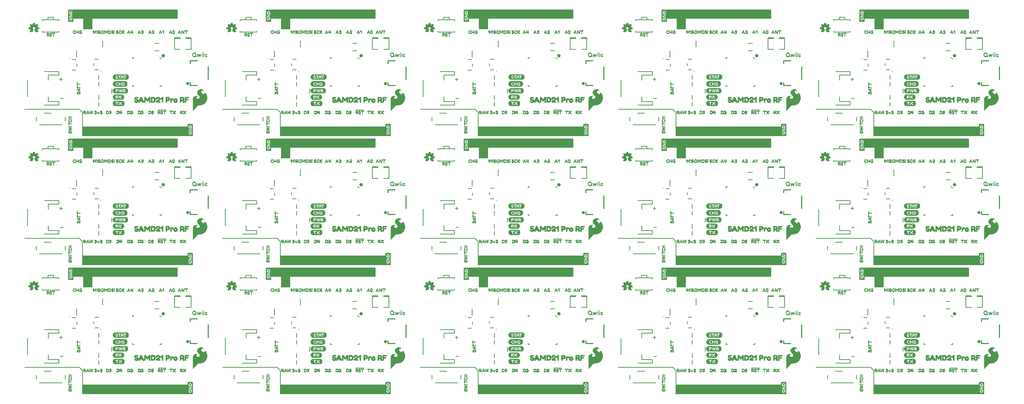
<source format=gto>
G75*
%MOIN*%
%OFA0B0*%
%FSLAX25Y25*%
%IPPOS*%
%LPD*%
%AMOC8*
5,1,8,0,0,1.08239X$1,22.5*
%
%ADD10C,0.01000*%
%ADD11C,0.00800*%
%ADD12C,0.00600*%
%ADD13C,0.00500*%
%ADD14C,0.01000*%
%ADD15R,0.00118X0.00118*%
%ADD16R,0.00236X0.00118*%
%ADD17R,0.00591X0.00157*%
%ADD18R,0.00709X0.00157*%
%ADD19R,0.00709X0.00118*%
%ADD20R,0.00827X0.00118*%
%ADD21R,0.00945X0.00118*%
%ADD22R,0.01063X0.00157*%
%ADD23R,0.00827X0.00157*%
%ADD24R,0.01181X0.00118*%
%ADD25R,0.01299X0.00118*%
%ADD26R,0.01417X0.00118*%
%ADD27R,0.01535X0.00157*%
%ADD28R,0.01654X0.00118*%
%ADD29R,0.01772X0.00118*%
%ADD30R,0.00945X0.00157*%
%ADD31R,0.02362X0.00157*%
%ADD32R,0.02362X0.00118*%
%ADD33R,0.02480X0.00157*%
%ADD34R,0.02598X0.00118*%
%ADD35R,0.02717X0.00118*%
%ADD36R,0.02008X0.00118*%
%ADD37R,0.02835X0.00118*%
%ADD38R,0.02953X0.00157*%
%ADD39R,0.00472X0.00118*%
%ADD40R,0.00591X0.00118*%
%ADD41R,0.01299X0.00157*%
%ADD42R,0.02008X0.00157*%
%ADD43R,0.02244X0.00118*%
%ADD44R,0.00472X0.00157*%
%ADD45R,0.02480X0.00118*%
%ADD46R,0.02244X0.00157*%
%ADD47R,0.01890X0.00118*%
%ADD48R,0.01654X0.00157*%
%ADD49R,0.01181X0.00157*%
%ADD50R,0.01535X0.00118*%
%ADD51R,0.02126X0.00157*%
%ADD52R,0.02126X0.00118*%
%ADD53R,0.01417X0.00157*%
%ADD54R,0.01063X0.00118*%
%ADD55R,0.00354X0.00118*%
%ADD56R,0.03425X0.00118*%
%ADD57R,0.01772X0.00157*%
%ADD58R,0.02598X0.00157*%
%ADD59R,0.01890X0.00157*%
%ADD60R,0.03071X0.00118*%
%ADD61R,0.02953X0.00118*%
%ADD62R,0.02835X0.00157*%
%ADD63R,0.00118X0.11457*%
%ADD64R,0.00079X0.11457*%
%ADD65R,0.00157X0.11457*%
%ADD66R,0.00118X0.02480*%
%ADD67R,0.00118X0.08268*%
%ADD68R,0.00157X0.02244*%
%ADD69R,0.00157X0.00945*%
%ADD70R,0.00157X0.01417*%
%ADD71R,0.00157X0.00472*%
%ADD72R,0.00118X0.02008*%
%ADD73R,0.00118X0.00591*%
%ADD74R,0.00118X0.01181*%
%ADD75R,0.00118X0.00354*%
%ADD76R,0.00118X0.01890*%
%ADD77R,0.00118X0.00472*%
%ADD78R,0.00118X0.01063*%
%ADD79R,0.00118X0.01654*%
%ADD80R,0.00118X0.01772*%
%ADD81R,0.00157X0.01654*%
%ADD82R,0.00157X0.00354*%
%ADD83R,0.00118X0.01535*%
%ADD84R,0.00118X0.00827*%
%ADD85R,0.00118X0.01417*%
%ADD86R,0.00118X0.00709*%
%ADD87R,0.00118X0.02126*%
%ADD88R,0.00157X0.00591*%
%ADD89R,0.00157X0.01299*%
%ADD90R,0.00118X0.01299*%
%ADD91R,0.00118X0.02244*%
%ADD92R,0.00157X0.00709*%
%ADD93R,0.00157X0.00118*%
%ADD94R,0.00157X0.00236*%
%ADD95R,0.00157X0.01181*%
%ADD96R,0.00118X0.00236*%
%ADD97R,0.00157X0.01063*%
%ADD98R,0.00118X0.00945*%
%ADD99R,0.00157X0.01535*%
%ADD100R,0.00157X0.00827*%
%ADD101R,0.00157X0.02126*%
%ADD102R,0.00118X0.02362*%
%ADD103R,0.00354X0.00157*%
%ADD104R,0.00157X0.02953*%
%ADD105R,0.00118X0.02953*%
%ADD106R,0.00157X0.01890*%
%ADD107R,0.00157X0.02717*%
%ADD108R,0.00157X0.02362*%
%ADD109R,0.00118X0.02717*%
%ADD110R,0.00157X0.03307*%
%ADD111R,0.00118X0.03307*%
%ADD112R,0.00157X0.02480*%
%ADD113R,0.00118X0.02598*%
%ADD114R,0.00118X0.03071*%
%ADD115R,0.00157X0.02835*%
%ADD116R,0.00118X0.02835*%
%ADD117R,0.00157X0.02008*%
%ADD118C,0.01575*%
%ADD119R,0.10748X0.00118*%
%ADD120R,0.11457X0.00118*%
%ADD121R,0.11929X0.00079*%
%ADD122R,0.12402X0.00157*%
%ADD123R,0.12638X0.00118*%
%ADD124R,0.12874X0.00118*%
%ADD125R,0.13110X0.00079*%
%ADD126R,0.04961X0.00118*%
%ADD127R,0.05079X0.00118*%
%ADD128R,0.00236X0.00157*%
%ADD129R,0.00118X0.00157*%
%ADD130R,0.13110X0.00118*%
%ADD131R,0.12402X0.00118*%
%ADD132R,0.11929X0.00118*%
%ADD133R,0.07441X0.00118*%
%ADD134R,0.08150X0.00118*%
%ADD135R,0.08622X0.00079*%
%ADD136R,0.09094X0.00157*%
%ADD137R,0.09331X0.00118*%
%ADD138R,0.09567X0.00118*%
%ADD139R,0.09803X0.00079*%
%ADD140R,0.05315X0.00118*%
%ADD141R,0.03543X0.00118*%
%ADD142R,0.03543X0.00157*%
%ADD143R,0.03189X0.00118*%
%ADD144R,0.03307X0.00118*%
%ADD145R,0.03425X0.00157*%
%ADD146R,0.03071X0.00157*%
%ADD147R,0.03189X0.00157*%
%ADD148R,0.09803X0.00118*%
%ADD149R,0.09094X0.00118*%
%ADD150R,0.08622X0.00118*%
%ADD151R,0.06969X0.00118*%
%ADD152R,0.07677X0.00118*%
%ADD153R,0.08150X0.00079*%
%ADD154R,0.08622X0.00157*%
%ADD155R,0.08858X0.00118*%
%ADD156R,0.09331X0.00079*%
%ADD157R,0.04843X0.00118*%
%ADD158R,0.10039X0.00118*%
%ADD159R,0.11220X0.00079*%
%ADD160R,0.11693X0.00157*%
%ADD161R,0.12165X0.00118*%
%ADD162R,0.12402X0.00079*%
%ADD163R,0.02717X0.00157*%
%ADD164R,0.04252X0.00118*%
%ADD165R,0.04370X0.00157*%
%ADD166R,0.04488X0.00118*%
%ADD167R,0.11693X0.00118*%
%ADD168R,0.11220X0.00118*%
%ADD169C,0.03247*%
%ADD170R,0.01969X0.00197*%
%ADD171R,0.00787X0.00197*%
%ADD172R,0.00984X0.00197*%
%ADD173R,0.02559X0.00197*%
%ADD174R,0.01772X0.00197*%
%ADD175R,0.03937X0.00197*%
%ADD176R,0.02756X0.00197*%
%ADD177R,0.01378X0.00197*%
%ADD178R,0.03346X0.00197*%
%ADD179R,0.02362X0.00197*%
%ADD180R,0.04331X0.00197*%
%ADD181R,0.03150X0.00197*%
%ADD182R,0.01575X0.00197*%
%ADD183R,0.03543X0.00197*%
%ADD184R,0.02953X0.00197*%
%ADD185R,0.03740X0.00197*%
%ADD186R,0.04134X0.00197*%
%ADD187R,0.02165X0.00197*%
%ADD188R,0.00591X0.00197*%
%ADD189R,0.01181X0.00197*%
%ADD190R,0.05709X0.00197*%
%ADD191R,0.06693X0.00197*%
%ADD192R,0.06890X0.00197*%
%ADD193R,0.02953X0.00236*%
%ADD194R,0.01772X0.00236*%
%ADD195R,0.01378X0.00236*%
%ADD196R,0.02559X0.00236*%
%ADD197R,0.01575X0.00236*%
%ADD198R,0.02362X0.00236*%
%ADD199R,0.03937X0.00236*%
%ADD200R,0.03543X0.00236*%
%ADD201R,0.04528X0.00197*%
%ADD202R,0.04724X0.00197*%
%ADD203R,0.06693X0.00236*%
%ADD204R,0.00591X0.00236*%
%ADD205R,0.04528X0.00236*%
%ADD206R,0.04134X0.00236*%
%ADD207R,0.09055X0.00197*%
%ADD208R,0.05512X0.00197*%
%ADD209R,0.02756X0.00236*%
%ADD210R,0.03150X0.00236*%
%ADD211R,0.03307X0.00157*%
%ADD212R,0.00630X0.00157*%
%ADD213R,0.00787X0.00157*%
%ADD214R,0.02047X0.00157*%
%ADD215R,0.02677X0.00157*%
%ADD216R,0.02992X0.00157*%
%ADD217R,0.01260X0.00157*%
%ADD218R,0.00315X0.00157*%
%ADD219R,0.00157X0.00157*%
%ADD220R,0.01732X0.00157*%
%ADD221R,0.02205X0.00157*%
%ADD222R,0.01102X0.00157*%
%ADD223R,0.03150X0.00157*%
%ADD224R,0.03780X0.00157*%
%ADD225R,0.03622X0.00157*%
%ADD226R,0.03465X0.00157*%
%ADD227C,0.00299*%
%ADD228R,0.12638X0.00079*%
%ADD229R,0.13110X0.00157*%
%ADD230R,0.13346X0.00118*%
%ADD231R,0.13583X0.00118*%
%ADD232R,0.13819X0.00079*%
%ADD233R,0.10630X0.00118*%
%ADD234R,0.03661X0.00118*%
%ADD235R,0.03898X0.00157*%
%ADD236R,0.13819X0.00118*%
%ADD237C,0.00300*%
D10*
X0119912Y0029000D02*
X0119912Y0037000D01*
X0218912Y0037000D01*
X0218912Y0029000D01*
X0119912Y0029000D01*
X0119912Y0029499D02*
X0218912Y0029499D01*
X0218912Y0030497D02*
X0119912Y0030497D01*
X0119912Y0031496D02*
X0218912Y0031496D01*
X0218912Y0032494D02*
X0119912Y0032494D01*
X0119912Y0033493D02*
X0218912Y0033493D01*
X0218912Y0034491D02*
X0119912Y0034491D01*
X0119912Y0035490D02*
X0218912Y0035490D01*
X0218912Y0036488D02*
X0119912Y0036488D01*
X0221290Y0076189D02*
X0221290Y0079142D01*
X0221290Y0076189D02*
X0227786Y0076189D01*
X0238022Y0082094D02*
X0238022Y0093906D01*
X0227786Y0099811D02*
X0221290Y0099811D01*
X0221290Y0096858D01*
X0208912Y0140000D02*
X0110912Y0140000D01*
X0110912Y0147500D01*
X0208912Y0147500D01*
X0208912Y0140000D01*
X0208912Y0140333D02*
X0110912Y0140333D01*
X0110912Y0141332D02*
X0208912Y0141332D01*
X0208912Y0142330D02*
X0110912Y0142330D01*
X0110912Y0143329D02*
X0208912Y0143329D01*
X0208912Y0144327D02*
X0110912Y0144327D01*
X0110912Y0145326D02*
X0208912Y0145326D01*
X0208912Y0146324D02*
X0110912Y0146324D01*
X0110912Y0147323D02*
X0208912Y0147323D01*
X0218912Y0151000D02*
X0119912Y0151000D01*
X0119912Y0159000D01*
X0218912Y0159000D01*
X0218912Y0151000D01*
X0218912Y0151317D02*
X0119912Y0151317D01*
X0119912Y0152315D02*
X0218912Y0152315D01*
X0218912Y0153314D02*
X0119912Y0153314D01*
X0119912Y0154312D02*
X0218912Y0154312D01*
X0218912Y0155311D02*
X0119912Y0155311D01*
X0119912Y0156309D02*
X0218912Y0156309D01*
X0218912Y0157308D02*
X0119912Y0157308D01*
X0119912Y0158306D02*
X0218912Y0158306D01*
X0297912Y0147500D02*
X0297912Y0140000D01*
X0395912Y0140000D01*
X0395912Y0147500D01*
X0297912Y0147500D01*
X0297912Y0147323D02*
X0395912Y0147323D01*
X0395912Y0146324D02*
X0297912Y0146324D01*
X0297912Y0145326D02*
X0395912Y0145326D01*
X0395912Y0144327D02*
X0297912Y0144327D01*
X0297912Y0143329D02*
X0395912Y0143329D01*
X0395912Y0142330D02*
X0297912Y0142330D01*
X0297912Y0141332D02*
X0395912Y0141332D01*
X0395912Y0140333D02*
X0297912Y0140333D01*
X0306912Y0151000D02*
X0306912Y0159000D01*
X0405912Y0159000D01*
X0405912Y0151000D01*
X0306912Y0151000D01*
X0306912Y0151317D02*
X0405912Y0151317D01*
X0405912Y0152315D02*
X0306912Y0152315D01*
X0306912Y0153314D02*
X0405912Y0153314D01*
X0405912Y0154312D02*
X0306912Y0154312D01*
X0306912Y0155311D02*
X0405912Y0155311D01*
X0405912Y0156309D02*
X0306912Y0156309D01*
X0306912Y0157308D02*
X0405912Y0157308D01*
X0405912Y0158306D02*
X0306912Y0158306D01*
X0227786Y0198189D02*
X0221290Y0198189D01*
X0221290Y0201142D01*
X0238022Y0204094D02*
X0238022Y0215906D01*
X0221290Y0218858D02*
X0221290Y0221811D01*
X0227786Y0221811D01*
X0208912Y0262000D02*
X0110912Y0262000D01*
X0110912Y0269500D01*
X0208912Y0269500D01*
X0208912Y0262000D01*
X0208912Y0262152D02*
X0110912Y0262152D01*
X0110912Y0263150D02*
X0208912Y0263150D01*
X0208912Y0264149D02*
X0110912Y0264149D01*
X0110912Y0265147D02*
X0208912Y0265147D01*
X0208912Y0266146D02*
X0110912Y0266146D01*
X0110912Y0267144D02*
X0208912Y0267144D01*
X0208912Y0268143D02*
X0110912Y0268143D01*
X0110912Y0269141D02*
X0208912Y0269141D01*
X0218912Y0273000D02*
X0119912Y0273000D01*
X0119912Y0281000D01*
X0218912Y0281000D01*
X0218912Y0273000D01*
X0218912Y0273135D02*
X0119912Y0273135D01*
X0119912Y0274134D02*
X0218912Y0274134D01*
X0218912Y0275132D02*
X0119912Y0275132D01*
X0119912Y0276131D02*
X0218912Y0276131D01*
X0218912Y0277129D02*
X0119912Y0277129D01*
X0119912Y0278128D02*
X0218912Y0278128D01*
X0218912Y0279126D02*
X0119912Y0279126D01*
X0119912Y0280125D02*
X0218912Y0280125D01*
X0297912Y0269500D02*
X0297912Y0262000D01*
X0395912Y0262000D01*
X0395912Y0269500D01*
X0297912Y0269500D01*
X0297912Y0269141D02*
X0395912Y0269141D01*
X0395912Y0268143D02*
X0297912Y0268143D01*
X0297912Y0267144D02*
X0395912Y0267144D01*
X0395912Y0266146D02*
X0297912Y0266146D01*
X0297912Y0265147D02*
X0395912Y0265147D01*
X0395912Y0264149D02*
X0297912Y0264149D01*
X0297912Y0263150D02*
X0395912Y0263150D01*
X0395912Y0262152D02*
X0297912Y0262152D01*
X0306912Y0273000D02*
X0306912Y0281000D01*
X0405912Y0281000D01*
X0405912Y0273000D01*
X0306912Y0273000D01*
X0306912Y0273135D02*
X0405912Y0273135D01*
X0405912Y0274134D02*
X0306912Y0274134D01*
X0306912Y0275132D02*
X0405912Y0275132D01*
X0405912Y0276131D02*
X0306912Y0276131D01*
X0306912Y0277129D02*
X0405912Y0277129D01*
X0405912Y0278128D02*
X0306912Y0278128D01*
X0306912Y0279126D02*
X0405912Y0279126D01*
X0405912Y0280125D02*
X0306912Y0280125D01*
X0227786Y0320189D02*
X0221290Y0320189D01*
X0221290Y0323142D01*
X0238022Y0326094D02*
X0238022Y0337906D01*
X0227786Y0343811D02*
X0221290Y0343811D01*
X0221290Y0340858D01*
X0208912Y0384000D02*
X0110912Y0384000D01*
X0110912Y0391500D01*
X0208912Y0391500D01*
X0208912Y0384000D01*
X0208912Y0384969D02*
X0110912Y0384969D01*
X0110912Y0385967D02*
X0208912Y0385967D01*
X0208912Y0386966D02*
X0110912Y0386966D01*
X0110912Y0387964D02*
X0208912Y0387964D01*
X0208912Y0388963D02*
X0110912Y0388963D01*
X0110912Y0389961D02*
X0208912Y0389961D01*
X0208912Y0390960D02*
X0110912Y0390960D01*
X0297912Y0390960D02*
X0395912Y0390960D01*
X0395912Y0391500D02*
X0395912Y0384000D01*
X0297912Y0384000D01*
X0297912Y0391500D01*
X0395912Y0391500D01*
X0395912Y0389961D02*
X0297912Y0389961D01*
X0297912Y0388963D02*
X0395912Y0388963D01*
X0395912Y0387964D02*
X0297912Y0387964D01*
X0297912Y0386966D02*
X0395912Y0386966D01*
X0395912Y0385967D02*
X0297912Y0385967D01*
X0297912Y0384969D02*
X0395912Y0384969D01*
X0484912Y0384969D02*
X0582912Y0384969D01*
X0582912Y0384000D02*
X0484912Y0384000D01*
X0484912Y0391500D01*
X0582912Y0391500D01*
X0582912Y0384000D01*
X0582912Y0385967D02*
X0484912Y0385967D01*
X0484912Y0386966D02*
X0582912Y0386966D01*
X0582912Y0387964D02*
X0484912Y0387964D01*
X0484912Y0388963D02*
X0582912Y0388963D01*
X0582912Y0389961D02*
X0484912Y0389961D01*
X0484912Y0390960D02*
X0582912Y0390960D01*
X0671912Y0390960D02*
X0769912Y0390960D01*
X0769912Y0391500D02*
X0769912Y0384000D01*
X0671912Y0384000D01*
X0671912Y0391500D01*
X0769912Y0391500D01*
X0769912Y0389961D02*
X0671912Y0389961D01*
X0671912Y0388963D02*
X0769912Y0388963D01*
X0769912Y0387964D02*
X0671912Y0387964D01*
X0671912Y0386966D02*
X0769912Y0386966D01*
X0769912Y0385967D02*
X0671912Y0385967D01*
X0671912Y0384969D02*
X0769912Y0384969D01*
X0858912Y0384969D02*
X0956912Y0384969D01*
X0956912Y0384000D02*
X0858912Y0384000D01*
X0858912Y0391500D01*
X0956912Y0391500D01*
X0956912Y0384000D01*
X0956912Y0385967D02*
X0858912Y0385967D01*
X0858912Y0386966D02*
X0956912Y0386966D01*
X0956912Y0387964D02*
X0858912Y0387964D01*
X0858912Y0388963D02*
X0956912Y0388963D01*
X0956912Y0389961D02*
X0858912Y0389961D01*
X0858912Y0390960D02*
X0956912Y0390960D01*
X0969290Y0343811D02*
X0975786Y0343811D01*
X0969290Y0343811D02*
X0969290Y0340858D01*
X0986022Y0337906D02*
X0986022Y0326094D01*
X0975786Y0320189D02*
X0969290Y0320189D01*
X0969290Y0323142D01*
X0966912Y0281000D02*
X0867912Y0281000D01*
X0867912Y0273000D01*
X0966912Y0273000D01*
X0966912Y0281000D01*
X0966912Y0280125D02*
X0867912Y0280125D01*
X0867912Y0279126D02*
X0966912Y0279126D01*
X0966912Y0278128D02*
X0867912Y0278128D01*
X0867912Y0277129D02*
X0966912Y0277129D01*
X0966912Y0276131D02*
X0867912Y0276131D01*
X0867912Y0275132D02*
X0966912Y0275132D01*
X0966912Y0274134D02*
X0867912Y0274134D01*
X0867912Y0273135D02*
X0966912Y0273135D01*
X0956912Y0269500D02*
X0956912Y0262000D01*
X0858912Y0262000D01*
X0858912Y0269500D01*
X0956912Y0269500D01*
X0956912Y0269141D02*
X0858912Y0269141D01*
X0858912Y0268143D02*
X0956912Y0268143D01*
X0956912Y0267144D02*
X0858912Y0267144D01*
X0858912Y0266146D02*
X0956912Y0266146D01*
X0956912Y0265147D02*
X0858912Y0265147D01*
X0858912Y0264149D02*
X0956912Y0264149D01*
X0956912Y0263150D02*
X0858912Y0263150D01*
X0858912Y0262152D02*
X0956912Y0262152D01*
X0969290Y0221811D02*
X0975786Y0221811D01*
X0969290Y0221811D02*
X0969290Y0218858D01*
X0986022Y0215906D02*
X0986022Y0204094D01*
X0969290Y0201142D02*
X0969290Y0198189D01*
X0975786Y0198189D01*
X0966912Y0159000D02*
X0966912Y0151000D01*
X0867912Y0151000D01*
X0867912Y0159000D01*
X0966912Y0159000D01*
X0966912Y0158306D02*
X0867912Y0158306D01*
X0867912Y0157308D02*
X0966912Y0157308D01*
X0966912Y0156309D02*
X0867912Y0156309D01*
X0867912Y0155311D02*
X0966912Y0155311D01*
X0966912Y0154312D02*
X0867912Y0154312D01*
X0867912Y0153314D02*
X0966912Y0153314D01*
X0966912Y0152315D02*
X0867912Y0152315D01*
X0867912Y0151317D02*
X0966912Y0151317D01*
X0956912Y0147500D02*
X0956912Y0140000D01*
X0858912Y0140000D01*
X0858912Y0147500D01*
X0956912Y0147500D01*
X0956912Y0147323D02*
X0858912Y0147323D01*
X0858912Y0146324D02*
X0956912Y0146324D01*
X0956912Y0145326D02*
X0858912Y0145326D01*
X0858912Y0144327D02*
X0956912Y0144327D01*
X0956912Y0143329D02*
X0858912Y0143329D01*
X0858912Y0142330D02*
X0956912Y0142330D01*
X0956912Y0141332D02*
X0858912Y0141332D01*
X0858912Y0140333D02*
X0956912Y0140333D01*
X0969290Y0099811D02*
X0975786Y0099811D01*
X0969290Y0099811D02*
X0969290Y0096858D01*
X0986022Y0093906D02*
X0986022Y0082094D01*
X0975786Y0076189D02*
X0969290Y0076189D01*
X0969290Y0079142D01*
X0966912Y0037000D02*
X0966912Y0029000D01*
X0867912Y0029000D01*
X0867912Y0037000D01*
X0966912Y0037000D01*
X0966912Y0036488D02*
X0867912Y0036488D01*
X0867912Y0035490D02*
X0966912Y0035490D01*
X0966912Y0034491D02*
X0867912Y0034491D01*
X0867912Y0033493D02*
X0966912Y0033493D01*
X0966912Y0032494D02*
X0867912Y0032494D01*
X0867912Y0031496D02*
X0966912Y0031496D01*
X0966912Y0030497D02*
X0867912Y0030497D01*
X0867912Y0029499D02*
X0966912Y0029499D01*
X0799022Y0082094D02*
X0799022Y0093906D01*
X0788786Y0099811D02*
X0782290Y0099811D01*
X0782290Y0096858D01*
X0782290Y0079142D02*
X0782290Y0076189D01*
X0788786Y0076189D01*
X0779912Y0037000D02*
X0779912Y0029000D01*
X0680912Y0029000D01*
X0680912Y0037000D01*
X0779912Y0037000D01*
X0779912Y0036488D02*
X0680912Y0036488D01*
X0680912Y0035490D02*
X0779912Y0035490D01*
X0779912Y0034491D02*
X0680912Y0034491D01*
X0680912Y0033493D02*
X0779912Y0033493D01*
X0779912Y0032494D02*
X0680912Y0032494D01*
X0680912Y0031496D02*
X0779912Y0031496D01*
X0779912Y0030497D02*
X0680912Y0030497D01*
X0680912Y0029499D02*
X0779912Y0029499D01*
X0612022Y0082094D02*
X0612022Y0093906D01*
X0601786Y0099811D02*
X0595290Y0099811D01*
X0595290Y0096858D01*
X0595290Y0079142D02*
X0595290Y0076189D01*
X0601786Y0076189D01*
X0592912Y0037000D02*
X0592912Y0029000D01*
X0493912Y0029000D01*
X0493912Y0037000D01*
X0592912Y0037000D01*
X0592912Y0036488D02*
X0493912Y0036488D01*
X0493912Y0035490D02*
X0592912Y0035490D01*
X0592912Y0034491D02*
X0493912Y0034491D01*
X0493912Y0033493D02*
X0592912Y0033493D01*
X0592912Y0032494D02*
X0493912Y0032494D01*
X0493912Y0031496D02*
X0592912Y0031496D01*
X0592912Y0030497D02*
X0493912Y0030497D01*
X0493912Y0029499D02*
X0592912Y0029499D01*
X0425022Y0082094D02*
X0425022Y0093906D01*
X0414786Y0099811D02*
X0408290Y0099811D01*
X0408290Y0096858D01*
X0408290Y0079142D02*
X0408290Y0076189D01*
X0414786Y0076189D01*
X0405912Y0037000D02*
X0405912Y0029000D01*
X0306912Y0029000D01*
X0306912Y0037000D01*
X0405912Y0037000D01*
X0405912Y0036488D02*
X0306912Y0036488D01*
X0306912Y0035490D02*
X0405912Y0035490D01*
X0405912Y0034491D02*
X0306912Y0034491D01*
X0306912Y0033493D02*
X0405912Y0033493D01*
X0405912Y0032494D02*
X0306912Y0032494D01*
X0306912Y0031496D02*
X0405912Y0031496D01*
X0405912Y0030497D02*
X0306912Y0030497D01*
X0306912Y0029499D02*
X0405912Y0029499D01*
X0484912Y0140000D02*
X0484912Y0147500D01*
X0582912Y0147500D01*
X0582912Y0140000D01*
X0484912Y0140000D01*
X0484912Y0140333D02*
X0582912Y0140333D01*
X0582912Y0141332D02*
X0484912Y0141332D01*
X0484912Y0142330D02*
X0582912Y0142330D01*
X0582912Y0143329D02*
X0484912Y0143329D01*
X0484912Y0144327D02*
X0582912Y0144327D01*
X0582912Y0145326D02*
X0484912Y0145326D01*
X0484912Y0146324D02*
X0582912Y0146324D01*
X0582912Y0147323D02*
X0484912Y0147323D01*
X0493912Y0151000D02*
X0493912Y0159000D01*
X0592912Y0159000D01*
X0592912Y0151000D01*
X0493912Y0151000D01*
X0493912Y0151317D02*
X0592912Y0151317D01*
X0592912Y0152315D02*
X0493912Y0152315D01*
X0493912Y0153314D02*
X0592912Y0153314D01*
X0592912Y0154312D02*
X0493912Y0154312D01*
X0493912Y0155311D02*
X0592912Y0155311D01*
X0592912Y0156309D02*
X0493912Y0156309D01*
X0493912Y0157308D02*
X0592912Y0157308D01*
X0592912Y0158306D02*
X0493912Y0158306D01*
X0414786Y0198189D02*
X0408290Y0198189D01*
X0408290Y0201142D01*
X0425022Y0204094D02*
X0425022Y0215906D01*
X0408290Y0218858D02*
X0408290Y0221811D01*
X0414786Y0221811D01*
X0484912Y0262000D02*
X0484912Y0269500D01*
X0582912Y0269500D01*
X0582912Y0262000D01*
X0484912Y0262000D01*
X0484912Y0262152D02*
X0582912Y0262152D01*
X0582912Y0263150D02*
X0484912Y0263150D01*
X0484912Y0264149D02*
X0582912Y0264149D01*
X0582912Y0265147D02*
X0484912Y0265147D01*
X0484912Y0266146D02*
X0582912Y0266146D01*
X0582912Y0267144D02*
X0484912Y0267144D01*
X0484912Y0268143D02*
X0582912Y0268143D01*
X0582912Y0269141D02*
X0484912Y0269141D01*
X0493912Y0273000D02*
X0493912Y0281000D01*
X0592912Y0281000D01*
X0592912Y0273000D01*
X0493912Y0273000D01*
X0493912Y0273135D02*
X0592912Y0273135D01*
X0592912Y0274134D02*
X0493912Y0274134D01*
X0493912Y0275132D02*
X0592912Y0275132D01*
X0592912Y0276131D02*
X0493912Y0276131D01*
X0493912Y0277129D02*
X0592912Y0277129D01*
X0592912Y0278128D02*
X0493912Y0278128D01*
X0493912Y0279126D02*
X0592912Y0279126D01*
X0592912Y0280125D02*
X0493912Y0280125D01*
X0414786Y0320189D02*
X0408290Y0320189D01*
X0408290Y0323142D01*
X0425022Y0326094D02*
X0425022Y0337906D01*
X0414786Y0343811D02*
X0408290Y0343811D01*
X0408290Y0340858D01*
X0595290Y0340858D02*
X0595290Y0343811D01*
X0601786Y0343811D01*
X0612022Y0337906D02*
X0612022Y0326094D01*
X0601786Y0320189D02*
X0595290Y0320189D01*
X0595290Y0323142D01*
X0680912Y0281000D02*
X0680912Y0273000D01*
X0779912Y0273000D01*
X0779912Y0281000D01*
X0680912Y0281000D01*
X0680912Y0280125D02*
X0779912Y0280125D01*
X0779912Y0279126D02*
X0680912Y0279126D01*
X0680912Y0278128D02*
X0779912Y0278128D01*
X0779912Y0277129D02*
X0680912Y0277129D01*
X0680912Y0276131D02*
X0779912Y0276131D01*
X0779912Y0275132D02*
X0680912Y0275132D01*
X0680912Y0274134D02*
X0779912Y0274134D01*
X0779912Y0273135D02*
X0680912Y0273135D01*
X0671912Y0269500D02*
X0671912Y0262000D01*
X0769912Y0262000D01*
X0769912Y0269500D01*
X0671912Y0269500D01*
X0671912Y0269141D02*
X0769912Y0269141D01*
X0769912Y0268143D02*
X0671912Y0268143D01*
X0671912Y0267144D02*
X0769912Y0267144D01*
X0769912Y0266146D02*
X0671912Y0266146D01*
X0671912Y0265147D02*
X0769912Y0265147D01*
X0769912Y0264149D02*
X0671912Y0264149D01*
X0671912Y0263150D02*
X0769912Y0263150D01*
X0769912Y0262152D02*
X0671912Y0262152D01*
X0601786Y0221811D02*
X0595290Y0221811D01*
X0595290Y0218858D01*
X0612022Y0215906D02*
X0612022Y0204094D01*
X0595290Y0201142D02*
X0595290Y0198189D01*
X0601786Y0198189D01*
X0680912Y0159000D02*
X0680912Y0151000D01*
X0779912Y0151000D01*
X0779912Y0159000D01*
X0680912Y0159000D01*
X0680912Y0158306D02*
X0779912Y0158306D01*
X0779912Y0157308D02*
X0680912Y0157308D01*
X0680912Y0156309D02*
X0779912Y0156309D01*
X0779912Y0155311D02*
X0680912Y0155311D01*
X0680912Y0154312D02*
X0779912Y0154312D01*
X0779912Y0153314D02*
X0680912Y0153314D01*
X0680912Y0152315D02*
X0779912Y0152315D01*
X0779912Y0151317D02*
X0680912Y0151317D01*
X0671912Y0147500D02*
X0671912Y0140000D01*
X0769912Y0140000D01*
X0769912Y0147500D01*
X0671912Y0147500D01*
X0671912Y0147323D02*
X0769912Y0147323D01*
X0769912Y0146324D02*
X0671912Y0146324D01*
X0671912Y0145326D02*
X0769912Y0145326D01*
X0769912Y0144327D02*
X0671912Y0144327D01*
X0671912Y0143329D02*
X0769912Y0143329D01*
X0769912Y0142330D02*
X0671912Y0142330D01*
X0671912Y0141332D02*
X0769912Y0141332D01*
X0769912Y0140333D02*
X0671912Y0140333D01*
X0782290Y0198189D02*
X0782290Y0201142D01*
X0782290Y0198189D02*
X0788786Y0198189D01*
X0799022Y0204094D02*
X0799022Y0215906D01*
X0782290Y0218858D02*
X0782290Y0221811D01*
X0788786Y0221811D01*
X0788786Y0320189D02*
X0782290Y0320189D01*
X0782290Y0323142D01*
X0799022Y0326094D02*
X0799022Y0337906D01*
X0788786Y0343811D02*
X0782290Y0343811D01*
X0782290Y0340858D01*
D11*
X0100042Y0038882D02*
X0078782Y0038882D01*
X0075723Y0042819D02*
X0075723Y0046181D01*
X0083006Y0050118D02*
X0089912Y0050118D01*
X0103101Y0046181D02*
X0103101Y0042819D01*
X0116412Y0053500D02*
X0119412Y0050500D01*
X0119412Y0028500D01*
X0116412Y0053500D02*
X0064912Y0053500D01*
X0067601Y0065626D02*
X0067601Y0081374D01*
X0087286Y0081374D02*
X0087286Y0086098D01*
X0097128Y0086098D01*
X0097128Y0089248D01*
X0083349Y0089248D01*
X0097812Y0082033D02*
X0100612Y0082033D01*
X0099212Y0080633D02*
X0099212Y0083433D01*
X0109721Y0090500D02*
X0113102Y0090500D01*
X0114202Y0094443D02*
X0114202Y0096557D01*
X0113102Y0100500D02*
X0109721Y0100500D01*
X0113912Y0103000D02*
X0113912Y0109000D01*
X0131221Y0101000D02*
X0134602Y0101000D01*
X0130121Y0097057D02*
X0130121Y0094943D01*
X0131221Y0091000D02*
X0134602Y0091000D01*
X0166632Y0101205D02*
X0166632Y0102780D01*
X0168207Y0102780D01*
X0187943Y0109154D02*
X0191880Y0109154D01*
X0192617Y0102780D02*
X0194191Y0101205D01*
X0191880Y0115846D02*
X0187943Y0115846D01*
X0138412Y0118500D02*
X0138412Y0112500D01*
X0097286Y0126594D02*
X0081538Y0126594D01*
X0081538Y0127776D01*
X0097286Y0127776D02*
X0097286Y0126594D01*
X0097286Y0137224D02*
X0097286Y0138406D01*
X0092168Y0138406D01*
X0092168Y0140768D01*
X0086656Y0140768D01*
X0086656Y0138406D01*
X0081538Y0138406D01*
X0081538Y0137224D01*
X0086656Y0138406D02*
X0092168Y0138406D01*
X0119412Y0150500D02*
X0119412Y0172500D01*
X0116412Y0175500D01*
X0064912Y0175500D01*
X0075723Y0168181D02*
X0075723Y0164819D01*
X0078782Y0160882D02*
X0100042Y0160882D01*
X0103101Y0164819D02*
X0103101Y0168181D01*
X0089912Y0172118D02*
X0083006Y0172118D01*
X0083349Y0179752D02*
X0097128Y0179752D01*
X0097128Y0182902D01*
X0087286Y0182902D01*
X0087286Y0187626D01*
X0098312Y0186033D02*
X0101112Y0186033D01*
X0099212Y0202633D02*
X0099212Y0205433D01*
X0097812Y0204033D02*
X0100612Y0204033D01*
X0097128Y0208098D02*
X0097128Y0211248D01*
X0083349Y0211248D01*
X0087286Y0208098D02*
X0097128Y0208098D01*
X0087286Y0208098D02*
X0087286Y0203374D01*
X0067601Y0203374D02*
X0067601Y0187626D01*
X0109721Y0212500D02*
X0113102Y0212500D01*
X0114202Y0216443D02*
X0114202Y0218557D01*
X0113102Y0222500D02*
X0109721Y0222500D01*
X0113912Y0225000D02*
X0113912Y0231000D01*
X0131221Y0223000D02*
X0134602Y0223000D01*
X0130121Y0219057D02*
X0130121Y0216943D01*
X0131221Y0213000D02*
X0134602Y0213000D01*
X0166632Y0223205D02*
X0166632Y0224780D01*
X0168207Y0224780D01*
X0187943Y0231154D02*
X0191880Y0231154D01*
X0191880Y0237846D02*
X0187943Y0237846D01*
X0192617Y0224780D02*
X0194191Y0223205D01*
X0194191Y0198795D02*
X0194191Y0197220D01*
X0192617Y0197220D01*
X0168207Y0197220D02*
X0166632Y0197220D01*
X0166632Y0198795D01*
X0251912Y0175500D02*
X0303412Y0175500D01*
X0306412Y0172500D01*
X0306412Y0150500D01*
X0287042Y0160882D02*
X0265782Y0160882D01*
X0262723Y0164819D02*
X0262723Y0168181D01*
X0270006Y0172118D02*
X0276912Y0172118D01*
X0270349Y0179752D02*
X0284128Y0179752D01*
X0284128Y0182902D01*
X0274286Y0182902D01*
X0274286Y0187626D01*
X0285312Y0186033D02*
X0288112Y0186033D01*
X0286212Y0202633D02*
X0286212Y0205433D01*
X0284812Y0204033D02*
X0287612Y0204033D01*
X0284128Y0208098D02*
X0284128Y0211248D01*
X0270349Y0211248D01*
X0274286Y0208098D02*
X0284128Y0208098D01*
X0274286Y0208098D02*
X0274286Y0203374D01*
X0254601Y0203374D02*
X0254601Y0187626D01*
X0290101Y0168181D02*
X0290101Y0164819D01*
X0279168Y0140768D02*
X0273656Y0140768D01*
X0273656Y0138406D01*
X0268538Y0138406D01*
X0268538Y0137224D01*
X0273656Y0138406D02*
X0279168Y0138406D01*
X0279168Y0140768D01*
X0279168Y0138406D02*
X0284286Y0138406D01*
X0284286Y0137224D01*
X0284286Y0127776D02*
X0284286Y0126594D01*
X0268538Y0126594D01*
X0268538Y0127776D01*
X0300912Y0109000D02*
X0300912Y0103000D01*
X0300102Y0100500D02*
X0296721Y0100500D01*
X0301202Y0096557D02*
X0301202Y0094443D01*
X0300102Y0090500D02*
X0296721Y0090500D01*
X0284128Y0089248D02*
X0284128Y0086098D01*
X0274286Y0086098D01*
X0274286Y0081374D01*
X0284812Y0082033D02*
X0287612Y0082033D01*
X0286212Y0080633D02*
X0286212Y0083433D01*
X0284128Y0089248D02*
X0270349Y0089248D01*
X0254601Y0081374D02*
X0254601Y0065626D01*
X0270349Y0057752D02*
X0284128Y0057752D01*
X0284128Y0060902D01*
X0274286Y0060902D01*
X0274286Y0065626D01*
X0285312Y0064033D02*
X0288112Y0064033D01*
X0303412Y0053500D02*
X0251912Y0053500D01*
X0262723Y0046181D02*
X0262723Y0042819D01*
X0265782Y0038882D02*
X0287042Y0038882D01*
X0290101Y0042819D02*
X0290101Y0046181D01*
X0276912Y0050118D02*
X0270006Y0050118D01*
X0303412Y0053500D02*
X0306412Y0050500D01*
X0306412Y0028500D01*
X0353632Y0075220D02*
X0353632Y0076795D01*
X0353632Y0075220D02*
X0355207Y0075220D01*
X0379617Y0075220D02*
X0381191Y0075220D01*
X0381191Y0076795D01*
X0381191Y0101205D02*
X0379617Y0102780D01*
X0378880Y0109154D02*
X0374943Y0109154D01*
X0374943Y0115846D02*
X0378880Y0115846D01*
X0355207Y0102780D02*
X0353632Y0102780D01*
X0353632Y0101205D01*
X0325412Y0112500D02*
X0325412Y0118500D01*
X0321602Y0101000D02*
X0318221Y0101000D01*
X0317121Y0097057D02*
X0317121Y0094943D01*
X0318221Y0091000D02*
X0321602Y0091000D01*
X0438912Y0053500D02*
X0490412Y0053500D01*
X0493412Y0050500D01*
X0493412Y0028500D01*
X0474042Y0038882D02*
X0452782Y0038882D01*
X0449723Y0042819D02*
X0449723Y0046181D01*
X0457006Y0050118D02*
X0463912Y0050118D01*
X0477101Y0046181D02*
X0477101Y0042819D01*
X0471128Y0057752D02*
X0457349Y0057752D01*
X0461286Y0060902D02*
X0461286Y0065626D01*
X0461286Y0060902D02*
X0471128Y0060902D01*
X0471128Y0057752D01*
X0472312Y0064033D02*
X0475112Y0064033D01*
X0441601Y0065626D02*
X0441601Y0081374D01*
X0461286Y0081374D02*
X0461286Y0086098D01*
X0471128Y0086098D01*
X0471128Y0089248D01*
X0457349Y0089248D01*
X0471812Y0082033D02*
X0474612Y0082033D01*
X0473212Y0080633D02*
X0473212Y0083433D01*
X0483721Y0090500D02*
X0487102Y0090500D01*
X0488202Y0094443D02*
X0488202Y0096557D01*
X0487102Y0100500D02*
X0483721Y0100500D01*
X0487912Y0103000D02*
X0487912Y0109000D01*
X0505221Y0101000D02*
X0508602Y0101000D01*
X0504121Y0097057D02*
X0504121Y0094943D01*
X0505221Y0091000D02*
X0508602Y0091000D01*
X0540632Y0101205D02*
X0540632Y0102780D01*
X0542207Y0102780D01*
X0561943Y0109154D02*
X0565880Y0109154D01*
X0566617Y0102780D02*
X0568191Y0101205D01*
X0565880Y0115846D02*
X0561943Y0115846D01*
X0512412Y0118500D02*
X0512412Y0112500D01*
X0471286Y0126594D02*
X0455538Y0126594D01*
X0455538Y0127776D01*
X0471286Y0127776D02*
X0471286Y0126594D01*
X0471286Y0137224D02*
X0471286Y0138406D01*
X0466168Y0138406D01*
X0466168Y0140768D01*
X0460656Y0140768D01*
X0460656Y0138406D01*
X0455538Y0138406D01*
X0455538Y0137224D01*
X0460656Y0138406D02*
X0466168Y0138406D01*
X0493412Y0150500D02*
X0493412Y0172500D01*
X0490412Y0175500D01*
X0438912Y0175500D01*
X0449723Y0168181D02*
X0449723Y0164819D01*
X0452782Y0160882D02*
X0474042Y0160882D01*
X0477101Y0164819D02*
X0477101Y0168181D01*
X0463912Y0172118D02*
X0457006Y0172118D01*
X0457349Y0179752D02*
X0471128Y0179752D01*
X0471128Y0182902D01*
X0461286Y0182902D01*
X0461286Y0187626D01*
X0472312Y0186033D02*
X0475112Y0186033D01*
X0473212Y0202633D02*
X0473212Y0205433D01*
X0471812Y0204033D02*
X0474612Y0204033D01*
X0471128Y0208098D02*
X0471128Y0211248D01*
X0457349Y0211248D01*
X0461286Y0208098D02*
X0471128Y0208098D01*
X0461286Y0208098D02*
X0461286Y0203374D01*
X0441601Y0203374D02*
X0441601Y0187626D01*
X0483721Y0212500D02*
X0487102Y0212500D01*
X0488202Y0216443D02*
X0488202Y0218557D01*
X0487102Y0222500D02*
X0483721Y0222500D01*
X0487912Y0225000D02*
X0487912Y0231000D01*
X0505221Y0223000D02*
X0508602Y0223000D01*
X0504121Y0219057D02*
X0504121Y0216943D01*
X0505221Y0213000D02*
X0508602Y0213000D01*
X0540632Y0223205D02*
X0540632Y0224780D01*
X0542207Y0224780D01*
X0561943Y0231154D02*
X0565880Y0231154D01*
X0565880Y0237846D02*
X0561943Y0237846D01*
X0566617Y0224780D02*
X0568191Y0223205D01*
X0568191Y0198795D02*
X0568191Y0197220D01*
X0566617Y0197220D01*
X0542207Y0197220D02*
X0540632Y0197220D01*
X0540632Y0198795D01*
X0625912Y0175500D02*
X0677412Y0175500D01*
X0680412Y0172500D01*
X0680412Y0150500D01*
X0661042Y0160882D02*
X0639782Y0160882D01*
X0636723Y0164819D02*
X0636723Y0168181D01*
X0644006Y0172118D02*
X0650912Y0172118D01*
X0644349Y0179752D02*
X0658128Y0179752D01*
X0658128Y0182902D01*
X0648286Y0182902D01*
X0648286Y0187626D01*
X0659312Y0186033D02*
X0662112Y0186033D01*
X0660212Y0202633D02*
X0660212Y0205433D01*
X0658812Y0204033D02*
X0661612Y0204033D01*
X0658128Y0208098D02*
X0658128Y0211248D01*
X0644349Y0211248D01*
X0648286Y0208098D02*
X0658128Y0208098D01*
X0648286Y0208098D02*
X0648286Y0203374D01*
X0628601Y0203374D02*
X0628601Y0187626D01*
X0664101Y0168181D02*
X0664101Y0164819D01*
X0653168Y0140768D02*
X0647656Y0140768D01*
X0647656Y0138406D01*
X0642538Y0138406D01*
X0642538Y0137224D01*
X0647656Y0138406D02*
X0653168Y0138406D01*
X0653168Y0140768D01*
X0653168Y0138406D02*
X0658286Y0138406D01*
X0658286Y0137224D01*
X0658286Y0127776D02*
X0658286Y0126594D01*
X0642538Y0126594D01*
X0642538Y0127776D01*
X0674912Y0109000D02*
X0674912Y0103000D01*
X0674102Y0100500D02*
X0670721Y0100500D01*
X0675202Y0096557D02*
X0675202Y0094443D01*
X0674102Y0090500D02*
X0670721Y0090500D01*
X0658128Y0089248D02*
X0658128Y0086098D01*
X0648286Y0086098D01*
X0648286Y0081374D01*
X0658812Y0082033D02*
X0661612Y0082033D01*
X0660212Y0080633D02*
X0660212Y0083433D01*
X0658128Y0089248D02*
X0644349Y0089248D01*
X0628601Y0081374D02*
X0628601Y0065626D01*
X0644349Y0057752D02*
X0658128Y0057752D01*
X0658128Y0060902D01*
X0648286Y0060902D01*
X0648286Y0065626D01*
X0659312Y0064033D02*
X0662112Y0064033D01*
X0677412Y0053500D02*
X0625912Y0053500D01*
X0636723Y0046181D02*
X0636723Y0042819D01*
X0639782Y0038882D02*
X0661042Y0038882D01*
X0664101Y0042819D02*
X0664101Y0046181D01*
X0650912Y0050118D02*
X0644006Y0050118D01*
X0677412Y0053500D02*
X0680412Y0050500D01*
X0680412Y0028500D01*
X0727632Y0075220D02*
X0727632Y0076795D01*
X0727632Y0075220D02*
X0729207Y0075220D01*
X0753617Y0075220D02*
X0755191Y0075220D01*
X0755191Y0076795D01*
X0755191Y0101205D02*
X0753617Y0102780D01*
X0752880Y0109154D02*
X0748943Y0109154D01*
X0748943Y0115846D02*
X0752880Y0115846D01*
X0729207Y0102780D02*
X0727632Y0102780D01*
X0727632Y0101205D01*
X0699412Y0112500D02*
X0699412Y0118500D01*
X0695602Y0101000D02*
X0692221Y0101000D01*
X0691121Y0097057D02*
X0691121Y0094943D01*
X0692221Y0091000D02*
X0695602Y0091000D01*
X0812912Y0053500D02*
X0864412Y0053500D01*
X0867412Y0050500D01*
X0867412Y0028500D01*
X0848042Y0038882D02*
X0826782Y0038882D01*
X0823723Y0042819D02*
X0823723Y0046181D01*
X0831006Y0050118D02*
X0837912Y0050118D01*
X0851101Y0046181D02*
X0851101Y0042819D01*
X0845128Y0057752D02*
X0831349Y0057752D01*
X0835286Y0060902D02*
X0835286Y0065626D01*
X0835286Y0060902D02*
X0845128Y0060902D01*
X0845128Y0057752D01*
X0846312Y0064033D02*
X0849112Y0064033D01*
X0815601Y0065626D02*
X0815601Y0081374D01*
X0835286Y0081374D02*
X0835286Y0086098D01*
X0845128Y0086098D01*
X0845128Y0089248D01*
X0831349Y0089248D01*
X0845812Y0082033D02*
X0848612Y0082033D01*
X0847212Y0080633D02*
X0847212Y0083433D01*
X0857721Y0090500D02*
X0861102Y0090500D01*
X0862202Y0094443D02*
X0862202Y0096557D01*
X0861102Y0100500D02*
X0857721Y0100500D01*
X0861912Y0103000D02*
X0861912Y0109000D01*
X0879221Y0101000D02*
X0882602Y0101000D01*
X0878121Y0097057D02*
X0878121Y0094943D01*
X0879221Y0091000D02*
X0882602Y0091000D01*
X0914632Y0101205D02*
X0914632Y0102780D01*
X0916207Y0102780D01*
X0935943Y0109154D02*
X0939880Y0109154D01*
X0940617Y0102780D02*
X0942191Y0101205D01*
X0939880Y0115846D02*
X0935943Y0115846D01*
X0886412Y0118500D02*
X0886412Y0112500D01*
X0845286Y0126594D02*
X0829538Y0126594D01*
X0829538Y0127776D01*
X0845286Y0127776D02*
X0845286Y0126594D01*
X0845286Y0137224D02*
X0845286Y0138406D01*
X0840168Y0138406D01*
X0840168Y0140768D01*
X0834656Y0140768D01*
X0834656Y0138406D01*
X0829538Y0138406D01*
X0829538Y0137224D01*
X0834656Y0138406D02*
X0840168Y0138406D01*
X0867412Y0150500D02*
X0867412Y0172500D01*
X0864412Y0175500D01*
X0812912Y0175500D01*
X0823723Y0168181D02*
X0823723Y0164819D01*
X0826782Y0160882D02*
X0848042Y0160882D01*
X0851101Y0164819D02*
X0851101Y0168181D01*
X0837912Y0172118D02*
X0831006Y0172118D01*
X0831349Y0179752D02*
X0845128Y0179752D01*
X0845128Y0182902D01*
X0835286Y0182902D01*
X0835286Y0187626D01*
X0846312Y0186033D02*
X0849112Y0186033D01*
X0847212Y0202633D02*
X0847212Y0205433D01*
X0845812Y0204033D02*
X0848612Y0204033D01*
X0845128Y0208098D02*
X0845128Y0211248D01*
X0831349Y0211248D01*
X0835286Y0208098D02*
X0845128Y0208098D01*
X0835286Y0208098D02*
X0835286Y0203374D01*
X0815601Y0203374D02*
X0815601Y0187626D01*
X0857721Y0212500D02*
X0861102Y0212500D01*
X0862202Y0216443D02*
X0862202Y0218557D01*
X0861102Y0222500D02*
X0857721Y0222500D01*
X0861912Y0225000D02*
X0861912Y0231000D01*
X0879221Y0223000D02*
X0882602Y0223000D01*
X0878121Y0219057D02*
X0878121Y0216943D01*
X0879221Y0213000D02*
X0882602Y0213000D01*
X0914632Y0223205D02*
X0914632Y0224780D01*
X0916207Y0224780D01*
X0935943Y0231154D02*
X0939880Y0231154D01*
X0939880Y0237846D02*
X0935943Y0237846D01*
X0940617Y0224780D02*
X0942191Y0223205D01*
X0942191Y0198795D02*
X0942191Y0197220D01*
X0940617Y0197220D01*
X0916207Y0197220D02*
X0914632Y0197220D01*
X0914632Y0198795D01*
X0886412Y0234500D02*
X0886412Y0240500D01*
X0845286Y0248594D02*
X0829538Y0248594D01*
X0829538Y0249776D01*
X0845286Y0249776D02*
X0845286Y0248594D01*
X0845286Y0259224D02*
X0845286Y0260406D01*
X0840168Y0260406D01*
X0840168Y0262768D01*
X0834656Y0262768D01*
X0834656Y0260406D01*
X0829538Y0260406D01*
X0829538Y0259224D01*
X0834656Y0260406D02*
X0840168Y0260406D01*
X0867412Y0272500D02*
X0867412Y0294500D01*
X0864412Y0297500D01*
X0812912Y0297500D01*
X0823723Y0290181D02*
X0823723Y0286819D01*
X0826782Y0282882D02*
X0848042Y0282882D01*
X0851101Y0286819D02*
X0851101Y0290181D01*
X0837912Y0294118D02*
X0831006Y0294118D01*
X0831349Y0301752D02*
X0845128Y0301752D01*
X0845128Y0304902D01*
X0835286Y0304902D01*
X0835286Y0309626D01*
X0846312Y0308033D02*
X0849112Y0308033D01*
X0815601Y0309626D02*
X0815601Y0325374D01*
X0835286Y0325374D02*
X0835286Y0330098D01*
X0845128Y0330098D01*
X0845128Y0333248D01*
X0831349Y0333248D01*
X0847212Y0327433D02*
X0847212Y0324633D01*
X0845812Y0326033D02*
X0848612Y0326033D01*
X0857721Y0334500D02*
X0861102Y0334500D01*
X0862202Y0338443D02*
X0862202Y0340557D01*
X0861102Y0344500D02*
X0857721Y0344500D01*
X0861912Y0347000D02*
X0861912Y0353000D01*
X0879221Y0345000D02*
X0882602Y0345000D01*
X0878121Y0341057D02*
X0878121Y0338943D01*
X0879221Y0335000D02*
X0882602Y0335000D01*
X0914632Y0345205D02*
X0914632Y0346780D01*
X0916207Y0346780D01*
X0935943Y0353154D02*
X0939880Y0353154D01*
X0939880Y0359846D02*
X0935943Y0359846D01*
X0940617Y0346780D02*
X0942191Y0345205D01*
X0886412Y0356500D02*
X0886412Y0362500D01*
X0845286Y0370594D02*
X0829538Y0370594D01*
X0829538Y0371776D01*
X0845286Y0371776D02*
X0845286Y0370594D01*
X0845286Y0381224D02*
X0845286Y0382406D01*
X0840168Y0382406D01*
X0840168Y0384768D01*
X0834656Y0384768D01*
X0834656Y0382406D01*
X0829538Y0382406D01*
X0829538Y0381224D01*
X0834656Y0382406D02*
X0840168Y0382406D01*
X0752880Y0359846D02*
X0748943Y0359846D01*
X0748943Y0353154D02*
X0752880Y0353154D01*
X0753617Y0346780D02*
X0755191Y0345205D01*
X0729207Y0346780D02*
X0727632Y0346780D01*
X0727632Y0345205D01*
X0699412Y0356500D02*
X0699412Y0362500D01*
X0674912Y0353000D02*
X0674912Y0347000D01*
X0674102Y0344500D02*
X0670721Y0344500D01*
X0675202Y0340557D02*
X0675202Y0338443D01*
X0674102Y0334500D02*
X0670721Y0334500D01*
X0658128Y0333248D02*
X0658128Y0330098D01*
X0648286Y0330098D01*
X0648286Y0325374D01*
X0658812Y0326033D02*
X0661612Y0326033D01*
X0660212Y0324633D02*
X0660212Y0327433D01*
X0658128Y0333248D02*
X0644349Y0333248D01*
X0628601Y0325374D02*
X0628601Y0309626D01*
X0648286Y0309626D02*
X0648286Y0304902D01*
X0658128Y0304902D01*
X0658128Y0301752D01*
X0644349Y0301752D01*
X0659312Y0308033D02*
X0662112Y0308033D01*
X0677412Y0297500D02*
X0625912Y0297500D01*
X0636723Y0290181D02*
X0636723Y0286819D01*
X0639782Y0282882D02*
X0661042Y0282882D01*
X0664101Y0286819D02*
X0664101Y0290181D01*
X0650912Y0294118D02*
X0644006Y0294118D01*
X0677412Y0297500D02*
X0680412Y0294500D01*
X0680412Y0272500D01*
X0658286Y0260406D02*
X0653168Y0260406D01*
X0653168Y0262768D01*
X0647656Y0262768D01*
X0647656Y0260406D01*
X0642538Y0260406D01*
X0642538Y0259224D01*
X0647656Y0260406D02*
X0653168Y0260406D01*
X0658286Y0260406D02*
X0658286Y0259224D01*
X0658286Y0249776D02*
X0658286Y0248594D01*
X0642538Y0248594D01*
X0642538Y0249776D01*
X0674912Y0231000D02*
X0674912Y0225000D01*
X0674102Y0222500D02*
X0670721Y0222500D01*
X0675202Y0218557D02*
X0675202Y0216443D01*
X0674102Y0212500D02*
X0670721Y0212500D01*
X0691121Y0216943D02*
X0691121Y0219057D01*
X0692221Y0223000D02*
X0695602Y0223000D01*
X0695602Y0213000D02*
X0692221Y0213000D01*
X0727632Y0223205D02*
X0727632Y0224780D01*
X0729207Y0224780D01*
X0748943Y0231154D02*
X0752880Y0231154D01*
X0752880Y0237846D02*
X0748943Y0237846D01*
X0753617Y0224780D02*
X0755191Y0223205D01*
X0755191Y0198795D02*
X0755191Y0197220D01*
X0753617Y0197220D01*
X0729207Y0197220D02*
X0727632Y0197220D01*
X0727632Y0198795D01*
X0699412Y0234500D02*
X0699412Y0240500D01*
X0512412Y0240500D02*
X0512412Y0234500D01*
X0471286Y0248594D02*
X0455538Y0248594D01*
X0455538Y0249776D01*
X0471286Y0249776D02*
X0471286Y0248594D01*
X0471286Y0259224D02*
X0471286Y0260406D01*
X0466168Y0260406D01*
X0466168Y0262768D01*
X0460656Y0262768D01*
X0460656Y0260406D01*
X0455538Y0260406D01*
X0455538Y0259224D01*
X0460656Y0260406D02*
X0466168Y0260406D01*
X0493412Y0272500D02*
X0493412Y0294500D01*
X0490412Y0297500D01*
X0438912Y0297500D01*
X0449723Y0290181D02*
X0449723Y0286819D01*
X0452782Y0282882D02*
X0474042Y0282882D01*
X0477101Y0286819D02*
X0477101Y0290181D01*
X0463912Y0294118D02*
X0457006Y0294118D01*
X0457349Y0301752D02*
X0471128Y0301752D01*
X0471128Y0304902D01*
X0461286Y0304902D01*
X0461286Y0309626D01*
X0472312Y0308033D02*
X0475112Y0308033D01*
X0441601Y0309626D02*
X0441601Y0325374D01*
X0461286Y0325374D02*
X0461286Y0330098D01*
X0471128Y0330098D01*
X0471128Y0333248D01*
X0457349Y0333248D01*
X0473212Y0327433D02*
X0473212Y0324633D01*
X0471812Y0326033D02*
X0474612Y0326033D01*
X0483721Y0334500D02*
X0487102Y0334500D01*
X0488202Y0338443D02*
X0488202Y0340557D01*
X0487102Y0344500D02*
X0483721Y0344500D01*
X0487912Y0347000D02*
X0487912Y0353000D01*
X0505221Y0345000D02*
X0508602Y0345000D01*
X0504121Y0341057D02*
X0504121Y0338943D01*
X0505221Y0335000D02*
X0508602Y0335000D01*
X0540632Y0345205D02*
X0540632Y0346780D01*
X0542207Y0346780D01*
X0561943Y0353154D02*
X0565880Y0353154D01*
X0565880Y0359846D02*
X0561943Y0359846D01*
X0566617Y0346780D02*
X0568191Y0345205D01*
X0512412Y0356500D02*
X0512412Y0362500D01*
X0471286Y0370594D02*
X0455538Y0370594D01*
X0455538Y0371776D01*
X0471286Y0371776D02*
X0471286Y0370594D01*
X0471286Y0381224D02*
X0471286Y0382406D01*
X0466168Y0382406D01*
X0466168Y0384768D01*
X0460656Y0384768D01*
X0460656Y0382406D01*
X0455538Y0382406D01*
X0455538Y0381224D01*
X0460656Y0382406D02*
X0466168Y0382406D01*
X0378880Y0359846D02*
X0374943Y0359846D01*
X0374943Y0353154D02*
X0378880Y0353154D01*
X0379617Y0346780D02*
X0381191Y0345205D01*
X0355207Y0346780D02*
X0353632Y0346780D01*
X0353632Y0345205D01*
X0325412Y0356500D02*
X0325412Y0362500D01*
X0300912Y0353000D02*
X0300912Y0347000D01*
X0300102Y0344500D02*
X0296721Y0344500D01*
X0301202Y0340557D02*
X0301202Y0338443D01*
X0300102Y0334500D02*
X0296721Y0334500D01*
X0284128Y0333248D02*
X0284128Y0330098D01*
X0274286Y0330098D01*
X0274286Y0325374D01*
X0284812Y0326033D02*
X0287612Y0326033D01*
X0286212Y0324633D02*
X0286212Y0327433D01*
X0284128Y0333248D02*
X0270349Y0333248D01*
X0254601Y0325374D02*
X0254601Y0309626D01*
X0274286Y0309626D02*
X0274286Y0304902D01*
X0284128Y0304902D01*
X0284128Y0301752D01*
X0270349Y0301752D01*
X0285312Y0308033D02*
X0288112Y0308033D01*
X0303412Y0297500D02*
X0251912Y0297500D01*
X0262723Y0290181D02*
X0262723Y0286819D01*
X0265782Y0282882D02*
X0287042Y0282882D01*
X0290101Y0286819D02*
X0290101Y0290181D01*
X0276912Y0294118D02*
X0270006Y0294118D01*
X0303412Y0297500D02*
X0306412Y0294500D01*
X0306412Y0272500D01*
X0284286Y0260406D02*
X0279168Y0260406D01*
X0279168Y0262768D01*
X0273656Y0262768D01*
X0273656Y0260406D01*
X0268538Y0260406D01*
X0268538Y0259224D01*
X0273656Y0260406D02*
X0279168Y0260406D01*
X0284286Y0260406D02*
X0284286Y0259224D01*
X0284286Y0249776D02*
X0284286Y0248594D01*
X0268538Y0248594D01*
X0268538Y0249776D01*
X0300912Y0231000D02*
X0300912Y0225000D01*
X0300102Y0222500D02*
X0296721Y0222500D01*
X0301202Y0218557D02*
X0301202Y0216443D01*
X0300102Y0212500D02*
X0296721Y0212500D01*
X0317121Y0216943D02*
X0317121Y0219057D01*
X0318221Y0223000D02*
X0321602Y0223000D01*
X0321602Y0213000D02*
X0318221Y0213000D01*
X0353632Y0223205D02*
X0353632Y0224780D01*
X0355207Y0224780D01*
X0374943Y0231154D02*
X0378880Y0231154D01*
X0378880Y0237846D02*
X0374943Y0237846D01*
X0379617Y0224780D02*
X0381191Y0223205D01*
X0381191Y0198795D02*
X0381191Y0197220D01*
X0379617Y0197220D01*
X0355207Y0197220D02*
X0353632Y0197220D01*
X0353632Y0198795D01*
X0325412Y0234500D02*
X0325412Y0240500D01*
X0138412Y0240500D02*
X0138412Y0234500D01*
X0097286Y0248594D02*
X0081538Y0248594D01*
X0081538Y0249776D01*
X0097286Y0249776D02*
X0097286Y0248594D01*
X0097286Y0259224D02*
X0097286Y0260406D01*
X0092168Y0260406D01*
X0092168Y0262768D01*
X0086656Y0262768D01*
X0086656Y0260406D01*
X0081538Y0260406D01*
X0081538Y0259224D01*
X0086656Y0260406D02*
X0092168Y0260406D01*
X0119412Y0272500D02*
X0119412Y0294500D01*
X0116412Y0297500D01*
X0064912Y0297500D01*
X0075723Y0290181D02*
X0075723Y0286819D01*
X0078782Y0282882D02*
X0100042Y0282882D01*
X0103101Y0286819D02*
X0103101Y0290181D01*
X0089912Y0294118D02*
X0083006Y0294118D01*
X0083349Y0301752D02*
X0097128Y0301752D01*
X0097128Y0304902D01*
X0087286Y0304902D01*
X0087286Y0309626D01*
X0098312Y0308033D02*
X0101112Y0308033D01*
X0067601Y0309626D02*
X0067601Y0325374D01*
X0087286Y0325374D02*
X0087286Y0330098D01*
X0097128Y0330098D01*
X0097128Y0333248D01*
X0083349Y0333248D01*
X0097812Y0326033D02*
X0100612Y0326033D01*
X0099212Y0324633D02*
X0099212Y0327433D01*
X0109721Y0334500D02*
X0113102Y0334500D01*
X0114202Y0338443D02*
X0114202Y0340557D01*
X0113102Y0344500D02*
X0109721Y0344500D01*
X0113912Y0347000D02*
X0113912Y0353000D01*
X0131221Y0345000D02*
X0134602Y0345000D01*
X0130121Y0341057D02*
X0130121Y0338943D01*
X0131221Y0335000D02*
X0134602Y0335000D01*
X0166632Y0345205D02*
X0166632Y0346780D01*
X0168207Y0346780D01*
X0187943Y0353154D02*
X0191880Y0353154D01*
X0191880Y0359846D02*
X0187943Y0359846D01*
X0192617Y0346780D02*
X0194191Y0345205D01*
X0138412Y0356500D02*
X0138412Y0362500D01*
X0097286Y0370594D02*
X0081538Y0370594D01*
X0081538Y0371776D01*
X0097286Y0371776D02*
X0097286Y0370594D01*
X0097286Y0381224D02*
X0097286Y0382406D01*
X0092168Y0382406D01*
X0092168Y0384768D01*
X0086656Y0384768D01*
X0086656Y0382406D01*
X0081538Y0382406D01*
X0081538Y0381224D01*
X0086656Y0382406D02*
X0092168Y0382406D01*
X0166632Y0320795D02*
X0166632Y0319220D01*
X0168207Y0319220D01*
X0192617Y0319220D02*
X0194191Y0319220D01*
X0194191Y0320795D01*
X0317121Y0338943D02*
X0317121Y0341057D01*
X0318221Y0345000D02*
X0321602Y0345000D01*
X0321602Y0335000D02*
X0318221Y0335000D01*
X0353632Y0320795D02*
X0353632Y0319220D01*
X0355207Y0319220D01*
X0379617Y0319220D02*
X0381191Y0319220D01*
X0381191Y0320795D01*
X0284286Y0370594D02*
X0268538Y0370594D01*
X0268538Y0371776D01*
X0284286Y0371776D02*
X0284286Y0370594D01*
X0284286Y0381224D02*
X0284286Y0382406D01*
X0279168Y0382406D01*
X0279168Y0384768D01*
X0273656Y0384768D01*
X0273656Y0382406D01*
X0268538Y0382406D01*
X0268538Y0381224D01*
X0273656Y0382406D02*
X0279168Y0382406D01*
X0540632Y0320795D02*
X0540632Y0319220D01*
X0542207Y0319220D01*
X0566617Y0319220D02*
X0568191Y0319220D01*
X0568191Y0320795D01*
X0691121Y0338943D02*
X0691121Y0341057D01*
X0692221Y0345000D02*
X0695602Y0345000D01*
X0695602Y0335000D02*
X0692221Y0335000D01*
X0727632Y0320795D02*
X0727632Y0319220D01*
X0729207Y0319220D01*
X0753617Y0319220D02*
X0755191Y0319220D01*
X0755191Y0320795D01*
X0658286Y0370594D02*
X0642538Y0370594D01*
X0642538Y0371776D01*
X0658286Y0371776D02*
X0658286Y0370594D01*
X0658286Y0381224D02*
X0658286Y0382406D01*
X0653168Y0382406D01*
X0653168Y0384768D01*
X0647656Y0384768D01*
X0647656Y0382406D01*
X0642538Y0382406D01*
X0642538Y0381224D01*
X0647656Y0382406D02*
X0653168Y0382406D01*
X0914632Y0320795D02*
X0914632Y0319220D01*
X0916207Y0319220D01*
X0940617Y0319220D02*
X0942191Y0319220D01*
X0942191Y0320795D01*
X0942191Y0076795D02*
X0942191Y0075220D01*
X0940617Y0075220D01*
X0916207Y0075220D02*
X0914632Y0075220D01*
X0914632Y0076795D01*
X0568191Y0076795D02*
X0568191Y0075220D01*
X0566617Y0075220D01*
X0542207Y0075220D02*
X0540632Y0075220D01*
X0540632Y0076795D01*
X0194191Y0076795D02*
X0194191Y0075220D01*
X0192617Y0075220D01*
X0168207Y0075220D02*
X0166632Y0075220D01*
X0166632Y0076795D01*
X0101112Y0064033D02*
X0098312Y0064033D01*
X0097128Y0060902D02*
X0087286Y0060902D01*
X0087286Y0065626D01*
X0083349Y0057752D02*
X0097128Y0057752D01*
X0097128Y0060902D01*
D12*
X0190912Y0053000D02*
X0198412Y0053000D01*
X0377912Y0053000D02*
X0385412Y0053000D01*
X0564912Y0053000D02*
X0572412Y0053000D01*
X0751912Y0053000D02*
X0759412Y0053000D01*
X0938912Y0053000D02*
X0946412Y0053000D01*
X0876412Y0129500D02*
X0868412Y0129500D01*
X0868412Y0139500D01*
X0876412Y0139500D01*
X0876412Y0129500D01*
X0876412Y0129648D02*
X0868412Y0129648D01*
X0868412Y0130247D02*
X0876412Y0130247D01*
X0876412Y0130845D02*
X0868412Y0130845D01*
X0868412Y0131444D02*
X0876412Y0131444D01*
X0876412Y0132042D02*
X0868412Y0132042D01*
X0868412Y0132641D02*
X0876412Y0132641D01*
X0876412Y0133239D02*
X0868412Y0133239D01*
X0868412Y0133838D02*
X0876412Y0133838D01*
X0876412Y0134437D02*
X0868412Y0134437D01*
X0868412Y0135035D02*
X0876412Y0135035D01*
X0876412Y0135634D02*
X0868412Y0135634D01*
X0868412Y0136232D02*
X0876412Y0136232D01*
X0876412Y0136831D02*
X0868412Y0136831D01*
X0868412Y0137429D02*
X0876412Y0137429D01*
X0876412Y0138028D02*
X0868412Y0138028D01*
X0868412Y0138626D02*
X0876412Y0138626D01*
X0876412Y0139225D02*
X0868412Y0139225D01*
X0938912Y0175000D02*
X0946412Y0175000D01*
X0759412Y0175000D02*
X0751912Y0175000D01*
X0689412Y0139500D02*
X0681412Y0139500D01*
X0681412Y0129500D01*
X0689412Y0129500D01*
X0689412Y0139500D01*
X0689412Y0139225D02*
X0681412Y0139225D01*
X0681412Y0138626D02*
X0689412Y0138626D01*
X0689412Y0138028D02*
X0681412Y0138028D01*
X0681412Y0137429D02*
X0689412Y0137429D01*
X0689412Y0136831D02*
X0681412Y0136831D01*
X0681412Y0136232D02*
X0689412Y0136232D01*
X0689412Y0135634D02*
X0681412Y0135634D01*
X0681412Y0135035D02*
X0689412Y0135035D01*
X0689412Y0134437D02*
X0681412Y0134437D01*
X0681412Y0133838D02*
X0689412Y0133838D01*
X0689412Y0133239D02*
X0681412Y0133239D01*
X0681412Y0132641D02*
X0689412Y0132641D01*
X0689412Y0132042D02*
X0681412Y0132042D01*
X0681412Y0131444D02*
X0689412Y0131444D01*
X0689412Y0130845D02*
X0681412Y0130845D01*
X0681412Y0130247D02*
X0689412Y0130247D01*
X0689412Y0129648D02*
X0681412Y0129648D01*
X0572412Y0175000D02*
X0564912Y0175000D01*
X0502412Y0139500D02*
X0494412Y0139500D01*
X0494412Y0129500D01*
X0502412Y0129500D01*
X0502412Y0139500D01*
X0502412Y0139225D02*
X0494412Y0139225D01*
X0494412Y0138626D02*
X0502412Y0138626D01*
X0502412Y0138028D02*
X0494412Y0138028D01*
X0494412Y0137429D02*
X0502412Y0137429D01*
X0502412Y0136831D02*
X0494412Y0136831D01*
X0494412Y0136232D02*
X0502412Y0136232D01*
X0502412Y0135634D02*
X0494412Y0135634D01*
X0494412Y0135035D02*
X0502412Y0135035D01*
X0502412Y0134437D02*
X0494412Y0134437D01*
X0494412Y0133838D02*
X0502412Y0133838D01*
X0502412Y0133239D02*
X0494412Y0133239D01*
X0494412Y0132641D02*
X0502412Y0132641D01*
X0502412Y0132042D02*
X0494412Y0132042D01*
X0494412Y0131444D02*
X0502412Y0131444D01*
X0502412Y0130845D02*
X0494412Y0130845D01*
X0494412Y0130247D02*
X0502412Y0130247D01*
X0502412Y0129648D02*
X0494412Y0129648D01*
X0385412Y0175000D02*
X0377912Y0175000D01*
X0315412Y0139500D02*
X0307412Y0139500D01*
X0307412Y0129500D01*
X0315412Y0129500D01*
X0315412Y0139500D01*
X0315412Y0139225D02*
X0307412Y0139225D01*
X0307412Y0138626D02*
X0315412Y0138626D01*
X0315412Y0138028D02*
X0307412Y0138028D01*
X0307412Y0137429D02*
X0315412Y0137429D01*
X0315412Y0136831D02*
X0307412Y0136831D01*
X0307412Y0136232D02*
X0315412Y0136232D01*
X0315412Y0135634D02*
X0307412Y0135634D01*
X0307412Y0135035D02*
X0315412Y0135035D01*
X0315412Y0134437D02*
X0307412Y0134437D01*
X0307412Y0133838D02*
X0315412Y0133838D01*
X0315412Y0133239D02*
X0307412Y0133239D01*
X0307412Y0132641D02*
X0315412Y0132641D01*
X0315412Y0132042D02*
X0307412Y0132042D01*
X0307412Y0131444D02*
X0315412Y0131444D01*
X0315412Y0130845D02*
X0307412Y0130845D01*
X0307412Y0130247D02*
X0315412Y0130247D01*
X0315412Y0129648D02*
X0307412Y0129648D01*
X0198412Y0175000D02*
X0190912Y0175000D01*
X0128412Y0139500D02*
X0120412Y0139500D01*
X0120412Y0129500D01*
X0128412Y0129500D01*
X0128412Y0139500D01*
X0128412Y0139225D02*
X0120412Y0139225D01*
X0120412Y0138626D02*
X0128412Y0138626D01*
X0128412Y0138028D02*
X0120412Y0138028D01*
X0120412Y0137429D02*
X0128412Y0137429D01*
X0128412Y0136831D02*
X0120412Y0136831D01*
X0120412Y0136232D02*
X0128412Y0136232D01*
X0128412Y0135634D02*
X0120412Y0135634D01*
X0120412Y0135035D02*
X0128412Y0135035D01*
X0128412Y0134437D02*
X0120412Y0134437D01*
X0120412Y0133838D02*
X0128412Y0133838D01*
X0128412Y0133239D02*
X0120412Y0133239D01*
X0120412Y0132641D02*
X0128412Y0132641D01*
X0128412Y0132042D02*
X0120412Y0132042D01*
X0120412Y0131444D02*
X0128412Y0131444D01*
X0128412Y0130845D02*
X0120412Y0130845D01*
X0120412Y0130247D02*
X0128412Y0130247D01*
X0128412Y0129648D02*
X0120412Y0129648D01*
X0120412Y0251500D02*
X0120412Y0261500D01*
X0128412Y0261500D01*
X0128412Y0251500D01*
X0120412Y0251500D01*
X0120412Y0251745D02*
X0128412Y0251745D01*
X0128412Y0252343D02*
X0120412Y0252343D01*
X0120412Y0252942D02*
X0128412Y0252942D01*
X0128412Y0253540D02*
X0120412Y0253540D01*
X0120412Y0254139D02*
X0128412Y0254139D01*
X0128412Y0254737D02*
X0120412Y0254737D01*
X0120412Y0255336D02*
X0128412Y0255336D01*
X0128412Y0255934D02*
X0120412Y0255934D01*
X0120412Y0256533D02*
X0128412Y0256533D01*
X0128412Y0257131D02*
X0120412Y0257131D01*
X0120412Y0257730D02*
X0128412Y0257730D01*
X0128412Y0258328D02*
X0120412Y0258328D01*
X0120412Y0258927D02*
X0128412Y0258927D01*
X0128412Y0259525D02*
X0120412Y0259525D01*
X0120412Y0260124D02*
X0128412Y0260124D01*
X0128412Y0260722D02*
X0120412Y0260722D01*
X0120412Y0261321D02*
X0128412Y0261321D01*
X0190912Y0297000D02*
X0198412Y0297000D01*
X0307412Y0261500D02*
X0307412Y0251500D01*
X0315412Y0251500D01*
X0315412Y0261500D01*
X0307412Y0261500D01*
X0307412Y0261321D02*
X0315412Y0261321D01*
X0315412Y0260722D02*
X0307412Y0260722D01*
X0307412Y0260124D02*
X0315412Y0260124D01*
X0315412Y0259525D02*
X0307412Y0259525D01*
X0307412Y0258927D02*
X0315412Y0258927D01*
X0315412Y0258328D02*
X0307412Y0258328D01*
X0307412Y0257730D02*
X0315412Y0257730D01*
X0315412Y0257131D02*
X0307412Y0257131D01*
X0307412Y0256533D02*
X0315412Y0256533D01*
X0315412Y0255934D02*
X0307412Y0255934D01*
X0307412Y0255336D02*
X0315412Y0255336D01*
X0315412Y0254737D02*
X0307412Y0254737D01*
X0307412Y0254139D02*
X0315412Y0254139D01*
X0315412Y0253540D02*
X0307412Y0253540D01*
X0307412Y0252942D02*
X0315412Y0252942D01*
X0315412Y0252343D02*
X0307412Y0252343D01*
X0307412Y0251745D02*
X0315412Y0251745D01*
X0377912Y0297000D02*
X0385412Y0297000D01*
X0494412Y0261500D02*
X0494412Y0251500D01*
X0502412Y0251500D01*
X0502412Y0261500D01*
X0494412Y0261500D01*
X0494412Y0261321D02*
X0502412Y0261321D01*
X0502412Y0260722D02*
X0494412Y0260722D01*
X0494412Y0260124D02*
X0502412Y0260124D01*
X0502412Y0259525D02*
X0494412Y0259525D01*
X0494412Y0258927D02*
X0502412Y0258927D01*
X0502412Y0258328D02*
X0494412Y0258328D01*
X0494412Y0257730D02*
X0502412Y0257730D01*
X0502412Y0257131D02*
X0494412Y0257131D01*
X0494412Y0256533D02*
X0502412Y0256533D01*
X0502412Y0255934D02*
X0494412Y0255934D01*
X0494412Y0255336D02*
X0502412Y0255336D01*
X0502412Y0254737D02*
X0494412Y0254737D01*
X0494412Y0254139D02*
X0502412Y0254139D01*
X0502412Y0253540D02*
X0494412Y0253540D01*
X0494412Y0252942D02*
X0502412Y0252942D01*
X0502412Y0252343D02*
X0494412Y0252343D01*
X0494412Y0251745D02*
X0502412Y0251745D01*
X0564912Y0297000D02*
X0572412Y0297000D01*
X0681412Y0261500D02*
X0681412Y0251500D01*
X0689412Y0251500D01*
X0689412Y0261500D01*
X0681412Y0261500D01*
X0681412Y0261321D02*
X0689412Y0261321D01*
X0689412Y0260722D02*
X0681412Y0260722D01*
X0681412Y0260124D02*
X0689412Y0260124D01*
X0689412Y0259525D02*
X0681412Y0259525D01*
X0681412Y0258927D02*
X0689412Y0258927D01*
X0689412Y0258328D02*
X0681412Y0258328D01*
X0681412Y0257730D02*
X0689412Y0257730D01*
X0689412Y0257131D02*
X0681412Y0257131D01*
X0681412Y0256533D02*
X0689412Y0256533D01*
X0689412Y0255934D02*
X0681412Y0255934D01*
X0681412Y0255336D02*
X0689412Y0255336D01*
X0689412Y0254737D02*
X0681412Y0254737D01*
X0681412Y0254139D02*
X0689412Y0254139D01*
X0689412Y0253540D02*
X0681412Y0253540D01*
X0681412Y0252942D02*
X0689412Y0252942D01*
X0689412Y0252343D02*
X0681412Y0252343D01*
X0681412Y0251745D02*
X0689412Y0251745D01*
X0751912Y0297000D02*
X0759412Y0297000D01*
X0868412Y0261500D02*
X0868412Y0251500D01*
X0876412Y0251500D01*
X0876412Y0261500D01*
X0868412Y0261500D01*
X0868412Y0261321D02*
X0876412Y0261321D01*
X0876412Y0260722D02*
X0868412Y0260722D01*
X0868412Y0260124D02*
X0876412Y0260124D01*
X0876412Y0259525D02*
X0868412Y0259525D01*
X0868412Y0258927D02*
X0876412Y0258927D01*
X0876412Y0258328D02*
X0868412Y0258328D01*
X0868412Y0257730D02*
X0876412Y0257730D01*
X0876412Y0257131D02*
X0868412Y0257131D01*
X0868412Y0256533D02*
X0876412Y0256533D01*
X0876412Y0255934D02*
X0868412Y0255934D01*
X0868412Y0255336D02*
X0876412Y0255336D01*
X0876412Y0254737D02*
X0868412Y0254737D01*
X0868412Y0254139D02*
X0876412Y0254139D01*
X0876412Y0253540D02*
X0868412Y0253540D01*
X0868412Y0252942D02*
X0876412Y0252942D01*
X0876412Y0252343D02*
X0868412Y0252343D01*
X0868412Y0251745D02*
X0876412Y0251745D01*
X0938912Y0297000D02*
X0946412Y0297000D01*
X0876412Y0373500D02*
X0868412Y0373500D01*
X0868412Y0383500D01*
X0876412Y0383500D01*
X0876412Y0373500D01*
X0876412Y0373841D02*
X0868412Y0373841D01*
X0868412Y0374440D02*
X0876412Y0374440D01*
X0876412Y0375038D02*
X0868412Y0375038D01*
X0868412Y0375637D02*
X0876412Y0375637D01*
X0876412Y0376235D02*
X0868412Y0376235D01*
X0868412Y0376834D02*
X0876412Y0376834D01*
X0876412Y0377432D02*
X0868412Y0377432D01*
X0868412Y0378031D02*
X0876412Y0378031D01*
X0876412Y0378629D02*
X0868412Y0378629D01*
X0868412Y0379228D02*
X0876412Y0379228D01*
X0876412Y0379826D02*
X0868412Y0379826D01*
X0868412Y0380425D02*
X0876412Y0380425D01*
X0876412Y0381023D02*
X0868412Y0381023D01*
X0868412Y0381622D02*
X0876412Y0381622D01*
X0876412Y0382220D02*
X0868412Y0382220D01*
X0868412Y0382819D02*
X0876412Y0382819D01*
X0876412Y0383417D02*
X0868412Y0383417D01*
X0689412Y0383417D02*
X0681412Y0383417D01*
X0681412Y0383500D02*
X0681412Y0373500D01*
X0689412Y0373500D01*
X0689412Y0383500D01*
X0681412Y0383500D01*
X0681412Y0382819D02*
X0689412Y0382819D01*
X0689412Y0382220D02*
X0681412Y0382220D01*
X0681412Y0381622D02*
X0689412Y0381622D01*
X0689412Y0381023D02*
X0681412Y0381023D01*
X0681412Y0380425D02*
X0689412Y0380425D01*
X0689412Y0379826D02*
X0681412Y0379826D01*
X0681412Y0379228D02*
X0689412Y0379228D01*
X0689412Y0378629D02*
X0681412Y0378629D01*
X0681412Y0378031D02*
X0689412Y0378031D01*
X0689412Y0377432D02*
X0681412Y0377432D01*
X0681412Y0376834D02*
X0689412Y0376834D01*
X0689412Y0376235D02*
X0681412Y0376235D01*
X0681412Y0375637D02*
X0689412Y0375637D01*
X0689412Y0375038D02*
X0681412Y0375038D01*
X0681412Y0374440D02*
X0689412Y0374440D01*
X0689412Y0373841D02*
X0681412Y0373841D01*
X0502412Y0373841D02*
X0494412Y0373841D01*
X0494412Y0373500D02*
X0494412Y0383500D01*
X0502412Y0383500D01*
X0502412Y0373500D01*
X0494412Y0373500D01*
X0494412Y0374440D02*
X0502412Y0374440D01*
X0502412Y0375038D02*
X0494412Y0375038D01*
X0494412Y0375637D02*
X0502412Y0375637D01*
X0502412Y0376235D02*
X0494412Y0376235D01*
X0494412Y0376834D02*
X0502412Y0376834D01*
X0502412Y0377432D02*
X0494412Y0377432D01*
X0494412Y0378031D02*
X0502412Y0378031D01*
X0502412Y0378629D02*
X0494412Y0378629D01*
X0494412Y0379228D02*
X0502412Y0379228D01*
X0502412Y0379826D02*
X0494412Y0379826D01*
X0494412Y0380425D02*
X0502412Y0380425D01*
X0502412Y0381023D02*
X0494412Y0381023D01*
X0494412Y0381622D02*
X0502412Y0381622D01*
X0502412Y0382220D02*
X0494412Y0382220D01*
X0494412Y0382819D02*
X0502412Y0382819D01*
X0502412Y0383417D02*
X0494412Y0383417D01*
X0315412Y0383417D02*
X0307412Y0383417D01*
X0307412Y0383500D02*
X0307412Y0373500D01*
X0315412Y0373500D01*
X0315412Y0383500D01*
X0307412Y0383500D01*
X0307412Y0382819D02*
X0315412Y0382819D01*
X0315412Y0382220D02*
X0307412Y0382220D01*
X0307412Y0381622D02*
X0315412Y0381622D01*
X0315412Y0381023D02*
X0307412Y0381023D01*
X0307412Y0380425D02*
X0315412Y0380425D01*
X0315412Y0379826D02*
X0307412Y0379826D01*
X0307412Y0379228D02*
X0315412Y0379228D01*
X0315412Y0378629D02*
X0307412Y0378629D01*
X0307412Y0378031D02*
X0315412Y0378031D01*
X0315412Y0377432D02*
X0307412Y0377432D01*
X0307412Y0376834D02*
X0315412Y0376834D01*
X0315412Y0376235D02*
X0307412Y0376235D01*
X0307412Y0375637D02*
X0315412Y0375637D01*
X0315412Y0375038D02*
X0307412Y0375038D01*
X0307412Y0374440D02*
X0315412Y0374440D01*
X0315412Y0373841D02*
X0307412Y0373841D01*
X0128412Y0373841D02*
X0120412Y0373841D01*
X0120412Y0373500D02*
X0120412Y0383500D01*
X0128412Y0383500D01*
X0128412Y0373500D01*
X0120412Y0373500D01*
X0120412Y0374440D02*
X0128412Y0374440D01*
X0128412Y0375038D02*
X0120412Y0375038D01*
X0120412Y0375637D02*
X0128412Y0375637D01*
X0128412Y0376235D02*
X0120412Y0376235D01*
X0120412Y0376834D02*
X0128412Y0376834D01*
X0128412Y0377432D02*
X0120412Y0377432D01*
X0120412Y0378031D02*
X0128412Y0378031D01*
X0128412Y0378629D02*
X0120412Y0378629D01*
X0120412Y0379228D02*
X0128412Y0379228D01*
X0128412Y0379826D02*
X0120412Y0379826D01*
X0120412Y0380425D02*
X0128412Y0380425D01*
X0128412Y0381023D02*
X0120412Y0381023D01*
X0120412Y0381622D02*
X0128412Y0381622D01*
X0128412Y0382220D02*
X0120412Y0382220D01*
X0120412Y0382819D02*
X0128412Y0382819D01*
X0128412Y0383417D02*
X0120412Y0383417D01*
D13*
X0206538Y0365406D02*
X0206538Y0364618D01*
X0206538Y0354382D01*
X0211656Y0354382D01*
X0217168Y0354382D02*
X0222286Y0354382D01*
X0222286Y0364618D01*
X0222286Y0365406D01*
X0217168Y0365406D01*
X0217168Y0364618D01*
X0222286Y0364618D01*
X0222286Y0365012D02*
X0217168Y0365012D01*
X0211656Y0365012D02*
X0206538Y0365012D01*
X0206538Y0365406D02*
X0211656Y0365406D01*
X0211656Y0364618D01*
X0206538Y0364618D01*
X0134662Y0329875D02*
X0134662Y0326125D01*
X0134662Y0323375D02*
X0134662Y0319625D01*
X0147162Y0316875D02*
X0147162Y0313125D01*
X0134662Y0310875D02*
X0134662Y0307125D01*
X0134662Y0304375D02*
X0134662Y0300625D01*
X0206538Y0243406D02*
X0206538Y0242618D01*
X0206538Y0232382D01*
X0211656Y0232382D01*
X0217168Y0232382D02*
X0222286Y0232382D01*
X0222286Y0242618D01*
X0222286Y0243406D01*
X0217168Y0243406D01*
X0217168Y0242618D01*
X0222286Y0242618D01*
X0222286Y0243012D02*
X0217168Y0243012D01*
X0211656Y0243012D02*
X0206538Y0243012D01*
X0206538Y0243406D02*
X0211656Y0243406D01*
X0211656Y0242618D01*
X0206538Y0242618D01*
X0134662Y0207875D02*
X0134662Y0204125D01*
X0134662Y0201375D02*
X0134662Y0197625D01*
X0147162Y0194875D02*
X0147162Y0191125D01*
X0134662Y0188875D02*
X0134662Y0185125D01*
X0134662Y0182375D02*
X0134662Y0178625D01*
X0206538Y0121406D02*
X0206538Y0120618D01*
X0206538Y0110382D01*
X0211656Y0110382D01*
X0217168Y0110382D02*
X0222286Y0110382D01*
X0222286Y0120618D01*
X0222286Y0121406D01*
X0217168Y0121406D01*
X0217168Y0120618D01*
X0222286Y0120618D01*
X0222286Y0121012D02*
X0217168Y0121012D01*
X0211656Y0121012D02*
X0206538Y0121012D01*
X0206538Y0121406D02*
X0211656Y0121406D01*
X0211656Y0120618D01*
X0206538Y0120618D01*
X0134662Y0085875D02*
X0134662Y0082125D01*
X0134662Y0079375D02*
X0134662Y0075625D01*
X0147162Y0072875D02*
X0147162Y0069125D01*
X0134662Y0066875D02*
X0134662Y0063125D01*
X0134662Y0060375D02*
X0134662Y0056625D01*
X0321662Y0056625D02*
X0321662Y0060375D01*
X0321662Y0063125D02*
X0321662Y0066875D01*
X0334162Y0069125D02*
X0334162Y0072875D01*
X0321662Y0075625D02*
X0321662Y0079375D01*
X0321662Y0082125D02*
X0321662Y0085875D01*
X0393538Y0110382D02*
X0398656Y0110382D01*
X0393538Y0110382D02*
X0393538Y0120618D01*
X0393538Y0121406D01*
X0398656Y0121406D01*
X0398656Y0120618D01*
X0393538Y0120618D01*
X0393538Y0121012D02*
X0398656Y0121012D01*
X0404168Y0121012D02*
X0409286Y0121012D01*
X0409286Y0121406D02*
X0409286Y0120618D01*
X0404168Y0120618D01*
X0404168Y0121406D01*
X0409286Y0121406D01*
X0409286Y0120618D02*
X0409286Y0110382D01*
X0404168Y0110382D01*
X0508662Y0085875D02*
X0508662Y0082125D01*
X0508662Y0079375D02*
X0508662Y0075625D01*
X0521162Y0072875D02*
X0521162Y0069125D01*
X0508662Y0066875D02*
X0508662Y0063125D01*
X0508662Y0060375D02*
X0508662Y0056625D01*
X0580538Y0110382D02*
X0585656Y0110382D01*
X0580538Y0110382D02*
X0580538Y0120618D01*
X0580538Y0121406D01*
X0585656Y0121406D01*
X0585656Y0120618D01*
X0580538Y0120618D01*
X0580538Y0121012D02*
X0585656Y0121012D01*
X0591168Y0121012D02*
X0596286Y0121012D01*
X0596286Y0121406D02*
X0596286Y0120618D01*
X0591168Y0120618D01*
X0591168Y0121406D01*
X0596286Y0121406D01*
X0596286Y0120618D02*
X0596286Y0110382D01*
X0591168Y0110382D01*
X0695662Y0085875D02*
X0695662Y0082125D01*
X0695662Y0079375D02*
X0695662Y0075625D01*
X0708162Y0072875D02*
X0708162Y0069125D01*
X0695662Y0066875D02*
X0695662Y0063125D01*
X0695662Y0060375D02*
X0695662Y0056625D01*
X0767538Y0110382D02*
X0772656Y0110382D01*
X0767538Y0110382D02*
X0767538Y0120618D01*
X0767538Y0121406D01*
X0772656Y0121406D01*
X0772656Y0120618D01*
X0767538Y0120618D01*
X0767538Y0121012D02*
X0772656Y0121012D01*
X0778168Y0121012D02*
X0783286Y0121012D01*
X0783286Y0121406D02*
X0783286Y0120618D01*
X0778168Y0120618D01*
X0778168Y0121406D01*
X0783286Y0121406D01*
X0783286Y0120618D02*
X0783286Y0110382D01*
X0778168Y0110382D01*
X0882662Y0085875D02*
X0882662Y0082125D01*
X0882662Y0079375D02*
X0882662Y0075625D01*
X0895162Y0072875D02*
X0895162Y0069125D01*
X0882662Y0066875D02*
X0882662Y0063125D01*
X0882662Y0060375D02*
X0882662Y0056625D01*
X0954538Y0110382D02*
X0959656Y0110382D01*
X0954538Y0110382D02*
X0954538Y0120618D01*
X0954538Y0121406D01*
X0959656Y0121406D01*
X0959656Y0120618D01*
X0954538Y0120618D01*
X0954538Y0121012D02*
X0959656Y0121012D01*
X0965168Y0121012D02*
X0970286Y0121012D01*
X0970286Y0121406D02*
X0970286Y0120618D01*
X0965168Y0120618D01*
X0965168Y0121406D01*
X0970286Y0121406D01*
X0970286Y0120618D02*
X0970286Y0110382D01*
X0965168Y0110382D01*
X0882662Y0178625D02*
X0882662Y0182375D01*
X0882662Y0185125D02*
X0882662Y0188875D01*
X0895162Y0191125D02*
X0895162Y0194875D01*
X0882662Y0197625D02*
X0882662Y0201375D01*
X0882662Y0204125D02*
X0882662Y0207875D01*
X0954538Y0232382D02*
X0959656Y0232382D01*
X0954538Y0232382D02*
X0954538Y0242618D01*
X0954538Y0243406D01*
X0959656Y0243406D01*
X0959656Y0242618D01*
X0954538Y0242618D01*
X0954538Y0243012D02*
X0959656Y0243012D01*
X0965168Y0243012D02*
X0970286Y0243012D01*
X0970286Y0243406D02*
X0970286Y0242618D01*
X0965168Y0242618D01*
X0965168Y0243406D01*
X0970286Y0243406D01*
X0970286Y0242618D02*
X0970286Y0232382D01*
X0965168Y0232382D01*
X0882662Y0300625D02*
X0882662Y0304375D01*
X0882662Y0307125D02*
X0882662Y0310875D01*
X0895162Y0313125D02*
X0895162Y0316875D01*
X0882662Y0319625D02*
X0882662Y0323375D01*
X0882662Y0326125D02*
X0882662Y0329875D01*
X0954538Y0354382D02*
X0959656Y0354382D01*
X0954538Y0354382D02*
X0954538Y0364618D01*
X0954538Y0365406D01*
X0959656Y0365406D01*
X0959656Y0364618D01*
X0954538Y0364618D01*
X0954538Y0365012D02*
X0959656Y0365012D01*
X0965168Y0365012D02*
X0970286Y0365012D01*
X0970286Y0365406D02*
X0970286Y0364618D01*
X0965168Y0364618D01*
X0965168Y0365406D01*
X0970286Y0365406D01*
X0970286Y0364618D02*
X0970286Y0354382D01*
X0965168Y0354382D01*
X0783286Y0354382D02*
X0778168Y0354382D01*
X0783286Y0354382D02*
X0783286Y0364618D01*
X0783286Y0365406D01*
X0778168Y0365406D01*
X0778168Y0364618D01*
X0783286Y0364618D01*
X0783286Y0365012D02*
X0778168Y0365012D01*
X0772656Y0365012D02*
X0767538Y0365012D01*
X0767538Y0365406D02*
X0767538Y0364618D01*
X0767538Y0354382D01*
X0772656Y0354382D01*
X0772656Y0364618D02*
X0767538Y0364618D01*
X0767538Y0365406D02*
X0772656Y0365406D01*
X0772656Y0364618D01*
X0695662Y0329875D02*
X0695662Y0326125D01*
X0695662Y0323375D02*
X0695662Y0319625D01*
X0708162Y0316875D02*
X0708162Y0313125D01*
X0695662Y0310875D02*
X0695662Y0307125D01*
X0695662Y0304375D02*
X0695662Y0300625D01*
X0596286Y0354382D02*
X0591168Y0354382D01*
X0596286Y0354382D02*
X0596286Y0364618D01*
X0596286Y0365406D01*
X0591168Y0365406D01*
X0591168Y0364618D01*
X0596286Y0364618D01*
X0596286Y0365012D02*
X0591168Y0365012D01*
X0585656Y0365012D02*
X0580538Y0365012D01*
X0580538Y0365406D02*
X0580538Y0364618D01*
X0580538Y0354382D01*
X0585656Y0354382D01*
X0585656Y0364618D02*
X0580538Y0364618D01*
X0580538Y0365406D02*
X0585656Y0365406D01*
X0585656Y0364618D01*
X0508662Y0329875D02*
X0508662Y0326125D01*
X0508662Y0323375D02*
X0508662Y0319625D01*
X0521162Y0316875D02*
X0521162Y0313125D01*
X0508662Y0310875D02*
X0508662Y0307125D01*
X0508662Y0304375D02*
X0508662Y0300625D01*
X0409286Y0354382D02*
X0404168Y0354382D01*
X0409286Y0354382D02*
X0409286Y0364618D01*
X0409286Y0365406D01*
X0404168Y0365406D01*
X0404168Y0364618D01*
X0409286Y0364618D01*
X0409286Y0365012D02*
X0404168Y0365012D01*
X0398656Y0365012D02*
X0393538Y0365012D01*
X0393538Y0365406D02*
X0393538Y0364618D01*
X0393538Y0354382D01*
X0398656Y0354382D01*
X0398656Y0364618D02*
X0393538Y0364618D01*
X0393538Y0365406D02*
X0398656Y0365406D01*
X0398656Y0364618D01*
X0321662Y0329875D02*
X0321662Y0326125D01*
X0321662Y0323375D02*
X0321662Y0319625D01*
X0334162Y0316875D02*
X0334162Y0313125D01*
X0321662Y0310875D02*
X0321662Y0307125D01*
X0321662Y0304375D02*
X0321662Y0300625D01*
X0393538Y0243406D02*
X0393538Y0242618D01*
X0393538Y0232382D01*
X0398656Y0232382D01*
X0404168Y0232382D02*
X0409286Y0232382D01*
X0409286Y0242618D01*
X0409286Y0243406D01*
X0404168Y0243406D01*
X0404168Y0242618D01*
X0409286Y0242618D01*
X0409286Y0243012D02*
X0404168Y0243012D01*
X0398656Y0243012D02*
X0393538Y0243012D01*
X0393538Y0243406D02*
X0398656Y0243406D01*
X0398656Y0242618D01*
X0393538Y0242618D01*
X0321662Y0207875D02*
X0321662Y0204125D01*
X0321662Y0201375D02*
X0321662Y0197625D01*
X0334162Y0194875D02*
X0334162Y0191125D01*
X0321662Y0188875D02*
X0321662Y0185125D01*
X0321662Y0182375D02*
X0321662Y0178625D01*
X0508662Y0178625D02*
X0508662Y0182375D01*
X0508662Y0185125D02*
X0508662Y0188875D01*
X0521162Y0191125D02*
X0521162Y0194875D01*
X0508662Y0197625D02*
X0508662Y0201375D01*
X0508662Y0204125D02*
X0508662Y0207875D01*
X0580538Y0232382D02*
X0585656Y0232382D01*
X0580538Y0232382D02*
X0580538Y0242618D01*
X0580538Y0243406D01*
X0585656Y0243406D01*
X0585656Y0242618D01*
X0580538Y0242618D01*
X0580538Y0243012D02*
X0585656Y0243012D01*
X0591168Y0243012D02*
X0596286Y0243012D01*
X0596286Y0243406D02*
X0596286Y0242618D01*
X0591168Y0242618D01*
X0591168Y0243406D01*
X0596286Y0243406D01*
X0596286Y0242618D02*
X0596286Y0232382D01*
X0591168Y0232382D01*
X0695662Y0207875D02*
X0695662Y0204125D01*
X0695662Y0201375D02*
X0695662Y0197625D01*
X0708162Y0194875D02*
X0708162Y0191125D01*
X0695662Y0188875D02*
X0695662Y0185125D01*
X0695662Y0182375D02*
X0695662Y0178625D01*
X0767538Y0232382D02*
X0772656Y0232382D01*
X0767538Y0232382D02*
X0767538Y0242618D01*
X0767538Y0243406D01*
X0772656Y0243406D01*
X0772656Y0242618D01*
X0767538Y0242618D01*
X0767538Y0243012D02*
X0772656Y0243012D01*
X0778168Y0243012D02*
X0783286Y0243012D01*
X0783286Y0243406D02*
X0783286Y0242618D01*
X0778168Y0242618D01*
X0778168Y0243406D01*
X0783286Y0243406D01*
X0783286Y0242618D02*
X0783286Y0232382D01*
X0778168Y0232382D01*
D14*
X0855412Y0223800D03*
X0884912Y0211700D03*
X0697912Y0211700D03*
X0668412Y0223800D03*
X0510912Y0211700D03*
X0481412Y0223800D03*
X0323912Y0211700D03*
X0294412Y0223800D03*
X0136912Y0211700D03*
X0107412Y0223800D03*
X0136912Y0333700D03*
X0107412Y0345800D03*
X0294412Y0345800D03*
X0323912Y0333700D03*
X0481412Y0345800D03*
X0510912Y0333700D03*
X0668412Y0345800D03*
X0697912Y0333700D03*
X0855412Y0345800D03*
X0884912Y0333700D03*
X0855412Y0101800D03*
X0884912Y0089700D03*
X0697912Y0089700D03*
X0668412Y0101800D03*
X0510912Y0089700D03*
X0481412Y0101800D03*
X0323912Y0089700D03*
X0294412Y0101800D03*
X0136912Y0089700D03*
X0107412Y0101800D03*
D15*
X0089467Y0122327D03*
X0111841Y0124827D03*
X0118337Y0127110D03*
X0129660Y0128055D03*
X0132258Y0128055D03*
X0133321Y0128055D03*
X0140160Y0128055D03*
X0142758Y0128055D03*
X0147837Y0124827D03*
X0149609Y0128055D03*
X0156975Y0128055D03*
X0163105Y0128055D03*
X0173223Y0128055D03*
X0183223Y0128055D03*
X0193223Y0128055D03*
X0196057Y0128055D03*
X0202723Y0128055D03*
X0211223Y0128055D03*
X0215357Y0128055D03*
X0221550Y0156736D03*
X0194467Y0170827D03*
X0155176Y0180390D03*
X0155176Y0181610D03*
X0153640Y0182083D03*
X0153640Y0182201D03*
X0153640Y0182280D03*
X0153286Y0185720D03*
X0153286Y0185839D03*
X0145703Y0172165D03*
X0127628Y0174055D03*
X0124439Y0174055D03*
X0106357Y0168484D03*
X0106357Y0166594D03*
X0106357Y0159744D03*
X0109585Y0153839D03*
X0108550Y0142736D03*
X0114357Y0194028D03*
X0111841Y0246827D03*
X0118337Y0249110D03*
X0129660Y0250055D03*
X0132258Y0250055D03*
X0133321Y0250055D03*
X0140160Y0250055D03*
X0142758Y0250055D03*
X0147837Y0246827D03*
X0149609Y0250055D03*
X0156975Y0250055D03*
X0163105Y0250055D03*
X0173223Y0250055D03*
X0183223Y0250055D03*
X0193223Y0250055D03*
X0196057Y0250055D03*
X0202723Y0250055D03*
X0211223Y0250055D03*
X0215357Y0250055D03*
X0276467Y0244327D03*
X0298841Y0246827D03*
X0305337Y0249110D03*
X0316660Y0250055D03*
X0319258Y0250055D03*
X0320321Y0250055D03*
X0327160Y0250055D03*
X0329758Y0250055D03*
X0334837Y0246827D03*
X0336609Y0250055D03*
X0343975Y0250055D03*
X0350105Y0250055D03*
X0360223Y0250055D03*
X0370223Y0250055D03*
X0380223Y0250055D03*
X0383057Y0250055D03*
X0389723Y0250055D03*
X0398223Y0250055D03*
X0402357Y0250055D03*
X0463467Y0244327D03*
X0485841Y0246827D03*
X0492337Y0249110D03*
X0503660Y0250055D03*
X0506258Y0250055D03*
X0507321Y0250055D03*
X0514160Y0250055D03*
X0516758Y0250055D03*
X0521837Y0246827D03*
X0523609Y0250055D03*
X0530975Y0250055D03*
X0537105Y0250055D03*
X0547223Y0250055D03*
X0557223Y0250055D03*
X0567223Y0250055D03*
X0570057Y0250055D03*
X0576723Y0250055D03*
X0585223Y0250055D03*
X0589357Y0250055D03*
X0650467Y0244327D03*
X0672841Y0246827D03*
X0679337Y0249110D03*
X0690660Y0250055D03*
X0693258Y0250055D03*
X0694321Y0250055D03*
X0701160Y0250055D03*
X0703758Y0250055D03*
X0708837Y0246827D03*
X0710609Y0250055D03*
X0717975Y0250055D03*
X0724105Y0250055D03*
X0734223Y0250055D03*
X0744223Y0250055D03*
X0754223Y0250055D03*
X0757057Y0250055D03*
X0763723Y0250055D03*
X0772223Y0250055D03*
X0776357Y0250055D03*
X0837467Y0244327D03*
X0859841Y0246827D03*
X0866337Y0249110D03*
X0877660Y0250055D03*
X0880258Y0250055D03*
X0881321Y0250055D03*
X0888160Y0250055D03*
X0890758Y0250055D03*
X0895837Y0246827D03*
X0897609Y0250055D03*
X0904975Y0250055D03*
X0911105Y0250055D03*
X0921223Y0250055D03*
X0931223Y0250055D03*
X0941223Y0250055D03*
X0944057Y0250055D03*
X0950723Y0250055D03*
X0959223Y0250055D03*
X0963357Y0250055D03*
X0969550Y0278736D03*
X0942467Y0292827D03*
X0903176Y0302390D03*
X0903176Y0303610D03*
X0901640Y0304083D03*
X0901640Y0304201D03*
X0901640Y0304280D03*
X0901286Y0307720D03*
X0901286Y0307839D03*
X0875628Y0296055D03*
X0872439Y0296055D03*
X0854357Y0290484D03*
X0854357Y0288594D03*
X0854357Y0281744D03*
X0857585Y0275839D03*
X0856550Y0264736D03*
X0893703Y0294165D03*
X0862357Y0316028D03*
X0782550Y0278736D03*
X0755467Y0292827D03*
X0716176Y0302390D03*
X0716176Y0303610D03*
X0714640Y0304083D03*
X0714640Y0304201D03*
X0714640Y0304280D03*
X0714286Y0307720D03*
X0714286Y0307839D03*
X0688628Y0296055D03*
X0685439Y0296055D03*
X0667357Y0290484D03*
X0667357Y0288594D03*
X0667357Y0281744D03*
X0670585Y0275839D03*
X0669550Y0264736D03*
X0706703Y0294165D03*
X0675357Y0316028D03*
X0595550Y0278736D03*
X0568467Y0292827D03*
X0529176Y0302390D03*
X0529176Y0303610D03*
X0527640Y0304083D03*
X0527640Y0304201D03*
X0527640Y0304280D03*
X0527286Y0307720D03*
X0527286Y0307839D03*
X0501628Y0296055D03*
X0498439Y0296055D03*
X0480357Y0290484D03*
X0480357Y0288594D03*
X0480357Y0281744D03*
X0483585Y0275839D03*
X0482550Y0264736D03*
X0519703Y0294165D03*
X0488357Y0316028D03*
X0408550Y0278736D03*
X0381467Y0292827D03*
X0342176Y0302390D03*
X0342176Y0303610D03*
X0340640Y0304083D03*
X0340640Y0304201D03*
X0340640Y0304280D03*
X0340286Y0307720D03*
X0340286Y0307839D03*
X0314628Y0296055D03*
X0311439Y0296055D03*
X0293357Y0290484D03*
X0293357Y0288594D03*
X0293357Y0281744D03*
X0296585Y0275839D03*
X0295550Y0264736D03*
X0332703Y0294165D03*
X0301357Y0316028D03*
X0221550Y0278736D03*
X0194467Y0292827D03*
X0155176Y0302390D03*
X0155176Y0303610D03*
X0153640Y0304083D03*
X0153640Y0304201D03*
X0153640Y0304280D03*
X0153286Y0307720D03*
X0153286Y0307839D03*
X0127628Y0296055D03*
X0124439Y0296055D03*
X0106357Y0290484D03*
X0106357Y0288594D03*
X0106357Y0281744D03*
X0109585Y0275839D03*
X0108550Y0264736D03*
X0089467Y0244327D03*
X0145703Y0294165D03*
X0114357Y0316028D03*
X0111841Y0368827D03*
X0118337Y0371110D03*
X0129660Y0372055D03*
X0132258Y0372055D03*
X0133321Y0372055D03*
X0140160Y0372055D03*
X0142758Y0372055D03*
X0147837Y0368827D03*
X0149609Y0372055D03*
X0156975Y0372055D03*
X0163105Y0372055D03*
X0173223Y0372055D03*
X0183223Y0372055D03*
X0193223Y0372055D03*
X0196057Y0372055D03*
X0202723Y0372055D03*
X0211223Y0372055D03*
X0215357Y0372055D03*
X0276467Y0366327D03*
X0298841Y0368827D03*
X0305337Y0371110D03*
X0316660Y0372055D03*
X0319258Y0372055D03*
X0320321Y0372055D03*
X0327160Y0372055D03*
X0329758Y0372055D03*
X0334837Y0368827D03*
X0336609Y0372055D03*
X0343975Y0372055D03*
X0350105Y0372055D03*
X0360223Y0372055D03*
X0370223Y0372055D03*
X0380223Y0372055D03*
X0383057Y0372055D03*
X0389723Y0372055D03*
X0398223Y0372055D03*
X0402357Y0372055D03*
X0463467Y0366327D03*
X0485841Y0368827D03*
X0492337Y0371110D03*
X0503660Y0372055D03*
X0506258Y0372055D03*
X0507321Y0372055D03*
X0514160Y0372055D03*
X0516758Y0372055D03*
X0521837Y0368827D03*
X0523609Y0372055D03*
X0530975Y0372055D03*
X0537105Y0372055D03*
X0547223Y0372055D03*
X0557223Y0372055D03*
X0567223Y0372055D03*
X0570057Y0372055D03*
X0576723Y0372055D03*
X0585223Y0372055D03*
X0589357Y0372055D03*
X0650467Y0366327D03*
X0672841Y0368827D03*
X0679337Y0371110D03*
X0690660Y0372055D03*
X0693258Y0372055D03*
X0694321Y0372055D03*
X0701160Y0372055D03*
X0703758Y0372055D03*
X0708837Y0368827D03*
X0710609Y0372055D03*
X0717975Y0372055D03*
X0724105Y0372055D03*
X0734223Y0372055D03*
X0744223Y0372055D03*
X0754223Y0372055D03*
X0757057Y0372055D03*
X0763723Y0372055D03*
X0772223Y0372055D03*
X0776357Y0372055D03*
X0837467Y0366327D03*
X0859841Y0368827D03*
X0866337Y0371110D03*
X0877660Y0372055D03*
X0880258Y0372055D03*
X0881321Y0372055D03*
X0888160Y0372055D03*
X0890758Y0372055D03*
X0895837Y0368827D03*
X0897609Y0372055D03*
X0904975Y0372055D03*
X0911105Y0372055D03*
X0921223Y0372055D03*
X0931223Y0372055D03*
X0941223Y0372055D03*
X0944057Y0372055D03*
X0950723Y0372055D03*
X0959223Y0372055D03*
X0963357Y0372055D03*
X0856550Y0386736D03*
X0669550Y0386736D03*
X0482550Y0386736D03*
X0295550Y0386736D03*
X0108550Y0386736D03*
X0089467Y0366327D03*
X0301357Y0194028D03*
X0340286Y0185839D03*
X0340286Y0185720D03*
X0340640Y0182280D03*
X0340640Y0182201D03*
X0340640Y0182083D03*
X0342176Y0181610D03*
X0342176Y0180390D03*
X0332703Y0172165D03*
X0314628Y0174055D03*
X0311439Y0174055D03*
X0293357Y0168484D03*
X0293357Y0166594D03*
X0293357Y0159744D03*
X0296585Y0153839D03*
X0295550Y0142736D03*
X0316660Y0128055D03*
X0319258Y0128055D03*
X0320321Y0128055D03*
X0327160Y0128055D03*
X0329758Y0128055D03*
X0334837Y0124827D03*
X0336609Y0128055D03*
X0343975Y0128055D03*
X0350105Y0128055D03*
X0360223Y0128055D03*
X0370223Y0128055D03*
X0380223Y0128055D03*
X0383057Y0128055D03*
X0389723Y0128055D03*
X0398223Y0128055D03*
X0402357Y0128055D03*
X0408550Y0156736D03*
X0381467Y0170827D03*
X0480357Y0168484D03*
X0480357Y0166594D03*
X0480357Y0159744D03*
X0483585Y0153839D03*
X0482550Y0142736D03*
X0503660Y0128055D03*
X0506258Y0128055D03*
X0507321Y0128055D03*
X0514160Y0128055D03*
X0516758Y0128055D03*
X0521837Y0124827D03*
X0523609Y0128055D03*
X0530975Y0128055D03*
X0537105Y0128055D03*
X0547223Y0128055D03*
X0557223Y0128055D03*
X0567223Y0128055D03*
X0570057Y0128055D03*
X0576723Y0128055D03*
X0585223Y0128055D03*
X0589357Y0128055D03*
X0595550Y0156736D03*
X0568467Y0170827D03*
X0529176Y0180390D03*
X0529176Y0181610D03*
X0527640Y0182083D03*
X0527640Y0182201D03*
X0527640Y0182280D03*
X0527286Y0185720D03*
X0527286Y0185839D03*
X0519703Y0172165D03*
X0501628Y0174055D03*
X0498439Y0174055D03*
X0488357Y0194028D03*
X0492337Y0127110D03*
X0485841Y0124827D03*
X0463467Y0122327D03*
X0488357Y0072028D03*
X0527286Y0063839D03*
X0527286Y0063720D03*
X0527640Y0060280D03*
X0527640Y0060201D03*
X0527640Y0060083D03*
X0529176Y0059610D03*
X0529176Y0058390D03*
X0519703Y0050165D03*
X0501628Y0052055D03*
X0498439Y0052055D03*
X0480357Y0046484D03*
X0480357Y0044594D03*
X0480357Y0037744D03*
X0483585Y0031839D03*
X0408550Y0034736D03*
X0381467Y0048827D03*
X0342176Y0058390D03*
X0342176Y0059610D03*
X0340640Y0060083D03*
X0340640Y0060201D03*
X0340640Y0060280D03*
X0340286Y0063720D03*
X0340286Y0063839D03*
X0332703Y0050165D03*
X0314628Y0052055D03*
X0311439Y0052055D03*
X0293357Y0046484D03*
X0293357Y0044594D03*
X0293357Y0037744D03*
X0296585Y0031839D03*
X0221550Y0034736D03*
X0194467Y0048827D03*
X0155176Y0058390D03*
X0155176Y0059610D03*
X0153640Y0060083D03*
X0153640Y0060201D03*
X0153640Y0060280D03*
X0153286Y0063720D03*
X0153286Y0063839D03*
X0145703Y0050165D03*
X0127628Y0052055D03*
X0124439Y0052055D03*
X0106357Y0046484D03*
X0106357Y0044594D03*
X0106357Y0037744D03*
X0109585Y0031839D03*
X0114357Y0072028D03*
X0276467Y0122327D03*
X0298841Y0124827D03*
X0305337Y0127110D03*
X0301357Y0072028D03*
X0568467Y0048827D03*
X0595550Y0034736D03*
X0667357Y0037744D03*
X0670585Y0031839D03*
X0667357Y0044594D03*
X0667357Y0046484D03*
X0685439Y0052055D03*
X0688628Y0052055D03*
X0706703Y0050165D03*
X0716176Y0058390D03*
X0716176Y0059610D03*
X0714640Y0060083D03*
X0714640Y0060201D03*
X0714640Y0060280D03*
X0714286Y0063720D03*
X0714286Y0063839D03*
X0675357Y0072028D03*
X0755467Y0048827D03*
X0782550Y0034736D03*
X0854357Y0037744D03*
X0857585Y0031839D03*
X0854357Y0044594D03*
X0854357Y0046484D03*
X0872439Y0052055D03*
X0875628Y0052055D03*
X0893703Y0050165D03*
X0903176Y0058390D03*
X0903176Y0059610D03*
X0901640Y0060083D03*
X0901640Y0060201D03*
X0901640Y0060280D03*
X0901286Y0063720D03*
X0901286Y0063839D03*
X0862357Y0072028D03*
X0942467Y0048827D03*
X0969550Y0034736D03*
X0837467Y0122327D03*
X0859841Y0124827D03*
X0866337Y0127110D03*
X0877660Y0128055D03*
X0880258Y0128055D03*
X0881321Y0128055D03*
X0888160Y0128055D03*
X0890758Y0128055D03*
X0895837Y0124827D03*
X0897609Y0128055D03*
X0904975Y0128055D03*
X0911105Y0128055D03*
X0921223Y0128055D03*
X0931223Y0128055D03*
X0941223Y0128055D03*
X0944057Y0128055D03*
X0950723Y0128055D03*
X0959223Y0128055D03*
X0963357Y0128055D03*
X0969550Y0156736D03*
X0942467Y0170827D03*
X0903176Y0180390D03*
X0903176Y0181610D03*
X0901640Y0182083D03*
X0901640Y0182201D03*
X0901640Y0182280D03*
X0901286Y0185720D03*
X0901286Y0185839D03*
X0893703Y0172165D03*
X0875628Y0174055D03*
X0872439Y0174055D03*
X0854357Y0168484D03*
X0854357Y0166594D03*
X0854357Y0159744D03*
X0857585Y0153839D03*
X0856550Y0142736D03*
X0782550Y0156736D03*
X0755467Y0170827D03*
X0716176Y0180390D03*
X0716176Y0181610D03*
X0714640Y0182083D03*
X0714640Y0182201D03*
X0714640Y0182280D03*
X0714286Y0185720D03*
X0714286Y0185839D03*
X0706703Y0172165D03*
X0688628Y0174055D03*
X0685439Y0174055D03*
X0667357Y0168484D03*
X0667357Y0166594D03*
X0667357Y0159744D03*
X0670585Y0153839D03*
X0669550Y0142736D03*
X0690660Y0128055D03*
X0693258Y0128055D03*
X0694321Y0128055D03*
X0701160Y0128055D03*
X0703758Y0128055D03*
X0708837Y0124827D03*
X0710609Y0128055D03*
X0717975Y0128055D03*
X0724105Y0128055D03*
X0734223Y0128055D03*
X0744223Y0128055D03*
X0754223Y0128055D03*
X0757057Y0128055D03*
X0763723Y0128055D03*
X0772223Y0128055D03*
X0776357Y0128055D03*
X0679337Y0127110D03*
X0672841Y0124827D03*
X0650467Y0122327D03*
X0675357Y0194028D03*
X0862357Y0194028D03*
D16*
X0901227Y0193728D03*
X0901227Y0193610D03*
X0902408Y0193217D03*
X0902408Y0193138D03*
X0903235Y0192862D03*
X0903235Y0192783D03*
X0903235Y0192665D03*
X0904061Y0193138D03*
X0904061Y0193217D03*
X0902880Y0187610D03*
X0902880Y0186272D03*
X0877223Y0174055D03*
X0874034Y0174055D03*
X0933054Y0171772D03*
X0905006Y0206138D03*
X0900872Y0207083D03*
X0900872Y0207201D03*
X0900309Y0246827D03*
X0903262Y0246827D03*
X0906569Y0250055D03*
X0913526Y0250055D03*
X0914707Y0250055D03*
X0943290Y0248638D03*
X0961408Y0250055D03*
X0883152Y0246827D03*
X0865687Y0246827D03*
X0863443Y0250055D03*
X0861554Y0250055D03*
X0860491Y0249110D03*
X0774408Y0250055D03*
X0756290Y0248638D03*
X0727707Y0250055D03*
X0726526Y0250055D03*
X0719569Y0250055D03*
X0716262Y0246827D03*
X0713309Y0246827D03*
X0696152Y0246827D03*
X0678687Y0246827D03*
X0676443Y0250055D03*
X0674554Y0250055D03*
X0673491Y0249110D03*
X0587408Y0250055D03*
X0569290Y0248638D03*
X0540707Y0250055D03*
X0539526Y0250055D03*
X0532569Y0250055D03*
X0529262Y0246827D03*
X0526309Y0246827D03*
X0509152Y0246827D03*
X0491687Y0246827D03*
X0489443Y0250055D03*
X0487554Y0250055D03*
X0486491Y0249110D03*
X0400408Y0250055D03*
X0382290Y0248638D03*
X0353707Y0250055D03*
X0352526Y0250055D03*
X0345569Y0250055D03*
X0342262Y0246827D03*
X0339309Y0246827D03*
X0322152Y0246827D03*
X0304687Y0246827D03*
X0302443Y0250055D03*
X0300554Y0250055D03*
X0299491Y0249110D03*
X0213408Y0250055D03*
X0195290Y0248638D03*
X0166707Y0250055D03*
X0165526Y0250055D03*
X0158569Y0250055D03*
X0155262Y0246827D03*
X0152309Y0246827D03*
X0135152Y0246827D03*
X0117687Y0246827D03*
X0115443Y0250055D03*
X0113554Y0250055D03*
X0112491Y0249110D03*
X0152872Y0207201D03*
X0152872Y0207083D03*
X0157006Y0206138D03*
X0156061Y0193217D03*
X0156061Y0193138D03*
X0155235Y0192862D03*
X0155235Y0192783D03*
X0155235Y0192665D03*
X0154408Y0193138D03*
X0154408Y0193217D03*
X0153227Y0193610D03*
X0153227Y0193728D03*
X0154880Y0187610D03*
X0154880Y0186272D03*
X0129223Y0174055D03*
X0126034Y0174055D03*
X0185054Y0171772D03*
X0166707Y0128055D03*
X0165526Y0128055D03*
X0158569Y0128055D03*
X0155262Y0124827D03*
X0152309Y0124827D03*
X0135152Y0124827D03*
X0117687Y0124827D03*
X0115443Y0128055D03*
X0113554Y0128055D03*
X0112491Y0127110D03*
X0195290Y0126638D03*
X0213408Y0128055D03*
X0299491Y0127110D03*
X0300554Y0128055D03*
X0302443Y0128055D03*
X0304687Y0124827D03*
X0322152Y0124827D03*
X0339309Y0124827D03*
X0342262Y0124827D03*
X0345569Y0128055D03*
X0352526Y0128055D03*
X0353707Y0128055D03*
X0382290Y0126638D03*
X0400408Y0128055D03*
X0486491Y0127110D03*
X0487554Y0128055D03*
X0489443Y0128055D03*
X0491687Y0124827D03*
X0509152Y0124827D03*
X0526309Y0124827D03*
X0529262Y0124827D03*
X0532569Y0128055D03*
X0539526Y0128055D03*
X0540707Y0128055D03*
X0569290Y0126638D03*
X0587408Y0128055D03*
X0673491Y0127110D03*
X0674554Y0128055D03*
X0676443Y0128055D03*
X0678687Y0124827D03*
X0696152Y0124827D03*
X0713309Y0124827D03*
X0716262Y0124827D03*
X0719569Y0128055D03*
X0726526Y0128055D03*
X0727707Y0128055D03*
X0756290Y0126638D03*
X0774408Y0128055D03*
X0860491Y0127110D03*
X0861554Y0128055D03*
X0863443Y0128055D03*
X0865687Y0124827D03*
X0883152Y0124827D03*
X0900309Y0124827D03*
X0903262Y0124827D03*
X0906569Y0128055D03*
X0913526Y0128055D03*
X0914707Y0128055D03*
X0943290Y0126638D03*
X0961408Y0128055D03*
X0905006Y0084138D03*
X0900872Y0085083D03*
X0900872Y0085201D03*
X0901227Y0071728D03*
X0901227Y0071610D03*
X0902408Y0071217D03*
X0902408Y0071138D03*
X0903235Y0070862D03*
X0903235Y0070783D03*
X0903235Y0070665D03*
X0904061Y0071138D03*
X0904061Y0071217D03*
X0902880Y0065610D03*
X0902880Y0064272D03*
X0877223Y0052055D03*
X0874034Y0052055D03*
X0933054Y0049772D03*
X0746054Y0049772D03*
X0715880Y0064272D03*
X0715880Y0065610D03*
X0716235Y0070665D03*
X0716235Y0070783D03*
X0716235Y0070862D03*
X0717061Y0071138D03*
X0717061Y0071217D03*
X0715408Y0071217D03*
X0715408Y0071138D03*
X0714227Y0071610D03*
X0714227Y0071728D03*
X0718006Y0084138D03*
X0713872Y0085083D03*
X0713872Y0085201D03*
X0690223Y0052055D03*
X0687034Y0052055D03*
X0559054Y0049772D03*
X0528880Y0064272D03*
X0528880Y0065610D03*
X0529235Y0070665D03*
X0529235Y0070783D03*
X0529235Y0070862D03*
X0530061Y0071138D03*
X0530061Y0071217D03*
X0528408Y0071217D03*
X0528408Y0071138D03*
X0527227Y0071610D03*
X0527227Y0071728D03*
X0531006Y0084138D03*
X0526872Y0085083D03*
X0526872Y0085201D03*
X0503223Y0052055D03*
X0500034Y0052055D03*
X0372054Y0049772D03*
X0341880Y0064272D03*
X0341880Y0065610D03*
X0342235Y0070665D03*
X0342235Y0070783D03*
X0342235Y0070862D03*
X0343061Y0071138D03*
X0343061Y0071217D03*
X0341408Y0071217D03*
X0341408Y0071138D03*
X0340227Y0071610D03*
X0340227Y0071728D03*
X0344006Y0084138D03*
X0339872Y0085083D03*
X0339872Y0085201D03*
X0316223Y0052055D03*
X0313034Y0052055D03*
X0185054Y0049772D03*
X0154880Y0064272D03*
X0154880Y0065610D03*
X0155235Y0070665D03*
X0155235Y0070783D03*
X0155235Y0070862D03*
X0156061Y0071138D03*
X0156061Y0071217D03*
X0154408Y0071217D03*
X0154408Y0071138D03*
X0153227Y0071610D03*
X0153227Y0071728D03*
X0157006Y0084138D03*
X0152872Y0085083D03*
X0152872Y0085201D03*
X0129223Y0052055D03*
X0126034Y0052055D03*
X0372054Y0171772D03*
X0341880Y0186272D03*
X0341880Y0187610D03*
X0342235Y0192665D03*
X0342235Y0192783D03*
X0342235Y0192862D03*
X0343061Y0193138D03*
X0343061Y0193217D03*
X0341408Y0193217D03*
X0341408Y0193138D03*
X0340227Y0193610D03*
X0340227Y0193728D03*
X0344006Y0206138D03*
X0339872Y0207083D03*
X0339872Y0207201D03*
X0316223Y0174055D03*
X0313034Y0174055D03*
X0500034Y0174055D03*
X0503223Y0174055D03*
X0528880Y0186272D03*
X0528880Y0187610D03*
X0529235Y0192665D03*
X0529235Y0192783D03*
X0529235Y0192862D03*
X0530061Y0193138D03*
X0530061Y0193217D03*
X0528408Y0193217D03*
X0528408Y0193138D03*
X0527227Y0193610D03*
X0527227Y0193728D03*
X0531006Y0206138D03*
X0526872Y0207083D03*
X0526872Y0207201D03*
X0559054Y0171772D03*
X0687034Y0174055D03*
X0690223Y0174055D03*
X0715880Y0186272D03*
X0715880Y0187610D03*
X0716235Y0192665D03*
X0716235Y0192783D03*
X0716235Y0192862D03*
X0717061Y0193138D03*
X0717061Y0193217D03*
X0715408Y0193217D03*
X0715408Y0193138D03*
X0714227Y0193610D03*
X0714227Y0193728D03*
X0718006Y0206138D03*
X0713872Y0207083D03*
X0713872Y0207201D03*
X0746054Y0171772D03*
X0746054Y0293772D03*
X0715880Y0308272D03*
X0715880Y0309610D03*
X0716235Y0314665D03*
X0716235Y0314783D03*
X0716235Y0314862D03*
X0717061Y0315138D03*
X0717061Y0315217D03*
X0715408Y0315217D03*
X0715408Y0315138D03*
X0714227Y0315610D03*
X0714227Y0315728D03*
X0718006Y0328138D03*
X0713872Y0329083D03*
X0713872Y0329201D03*
X0690223Y0296055D03*
X0687034Y0296055D03*
X0559054Y0293772D03*
X0528880Y0308272D03*
X0528880Y0309610D03*
X0529235Y0314665D03*
X0529235Y0314783D03*
X0529235Y0314862D03*
X0530061Y0315138D03*
X0530061Y0315217D03*
X0528408Y0315217D03*
X0528408Y0315138D03*
X0527227Y0315610D03*
X0527227Y0315728D03*
X0531006Y0328138D03*
X0526872Y0329083D03*
X0526872Y0329201D03*
X0503223Y0296055D03*
X0500034Y0296055D03*
X0372054Y0293772D03*
X0341880Y0308272D03*
X0341880Y0309610D03*
X0342235Y0314665D03*
X0342235Y0314783D03*
X0342235Y0314862D03*
X0343061Y0315138D03*
X0343061Y0315217D03*
X0341408Y0315217D03*
X0341408Y0315138D03*
X0340227Y0315610D03*
X0340227Y0315728D03*
X0344006Y0328138D03*
X0339872Y0329083D03*
X0339872Y0329201D03*
X0316223Y0296055D03*
X0313034Y0296055D03*
X0185054Y0293772D03*
X0154880Y0308272D03*
X0154880Y0309610D03*
X0155235Y0314665D03*
X0155235Y0314783D03*
X0155235Y0314862D03*
X0156061Y0315138D03*
X0156061Y0315217D03*
X0154408Y0315217D03*
X0154408Y0315138D03*
X0153227Y0315610D03*
X0153227Y0315728D03*
X0157006Y0328138D03*
X0152872Y0329083D03*
X0152872Y0329201D03*
X0129223Y0296055D03*
X0126034Y0296055D03*
X0117687Y0368827D03*
X0115443Y0372055D03*
X0113554Y0372055D03*
X0112491Y0371110D03*
X0135152Y0368827D03*
X0152309Y0368827D03*
X0155262Y0368827D03*
X0158569Y0372055D03*
X0165526Y0372055D03*
X0166707Y0372055D03*
X0195290Y0370638D03*
X0213408Y0372055D03*
X0299491Y0371110D03*
X0300554Y0372055D03*
X0302443Y0372055D03*
X0304687Y0368827D03*
X0322152Y0368827D03*
X0339309Y0368827D03*
X0342262Y0368827D03*
X0345569Y0372055D03*
X0352526Y0372055D03*
X0353707Y0372055D03*
X0382290Y0370638D03*
X0400408Y0372055D03*
X0486491Y0371110D03*
X0487554Y0372055D03*
X0489443Y0372055D03*
X0491687Y0368827D03*
X0509152Y0368827D03*
X0526309Y0368827D03*
X0529262Y0368827D03*
X0532569Y0372055D03*
X0539526Y0372055D03*
X0540707Y0372055D03*
X0569290Y0370638D03*
X0587408Y0372055D03*
X0673491Y0371110D03*
X0674554Y0372055D03*
X0676443Y0372055D03*
X0678687Y0368827D03*
X0696152Y0368827D03*
X0713309Y0368827D03*
X0716262Y0368827D03*
X0719569Y0372055D03*
X0726526Y0372055D03*
X0727707Y0372055D03*
X0756290Y0370638D03*
X0774408Y0372055D03*
X0860491Y0371110D03*
X0861554Y0372055D03*
X0863443Y0372055D03*
X0865687Y0368827D03*
X0883152Y0368827D03*
X0900309Y0368827D03*
X0903262Y0368827D03*
X0906569Y0372055D03*
X0913526Y0372055D03*
X0914707Y0372055D03*
X0943290Y0370638D03*
X0961408Y0372055D03*
X0905006Y0328138D03*
X0900872Y0329083D03*
X0900872Y0329201D03*
X0901227Y0315728D03*
X0901227Y0315610D03*
X0902408Y0315217D03*
X0902408Y0315138D03*
X0903235Y0314862D03*
X0903235Y0314783D03*
X0903235Y0314665D03*
X0904061Y0315138D03*
X0904061Y0315217D03*
X0902880Y0309610D03*
X0902880Y0308272D03*
X0877223Y0296055D03*
X0874034Y0296055D03*
X0933054Y0293772D03*
D17*
X0953113Y0295917D03*
X0962758Y0295917D03*
X0905302Y0315472D03*
X0904593Y0320555D03*
X0905656Y0321500D03*
X0904593Y0322445D03*
X0901404Y0320083D03*
X0906719Y0327055D03*
X0904120Y0328945D03*
X0877282Y0295917D03*
X0875628Y0295917D03*
X0873975Y0295917D03*
X0872439Y0295917D03*
X0874802Y0293083D03*
X0876455Y0293083D03*
X0879042Y0294028D03*
X0884357Y0294028D03*
X0888160Y0249917D03*
X0877660Y0249917D03*
X0904975Y0249917D03*
X0906510Y0249917D03*
X0911105Y0249917D03*
X0921223Y0249917D03*
X0923349Y0248028D03*
X0931223Y0249917D03*
X0941223Y0249917D03*
X0944057Y0249917D03*
X0950723Y0249917D03*
X0959223Y0249917D03*
X0906719Y0205055D03*
X0904120Y0206945D03*
X0904593Y0200445D03*
X0905656Y0199500D03*
X0904593Y0198555D03*
X0901404Y0198083D03*
X0905302Y0193472D03*
X0884357Y0172028D03*
X0879042Y0172028D03*
X0877282Y0173917D03*
X0875628Y0173917D03*
X0873975Y0173917D03*
X0872439Y0173917D03*
X0874802Y0171083D03*
X0876455Y0171083D03*
X0953113Y0173917D03*
X0962758Y0173917D03*
X0959223Y0127917D03*
X0950723Y0127917D03*
X0944057Y0127917D03*
X0941223Y0127917D03*
X0931223Y0127917D03*
X0923349Y0126028D03*
X0921223Y0127917D03*
X0911105Y0127917D03*
X0906510Y0127917D03*
X0904975Y0127917D03*
X0888160Y0127917D03*
X0877660Y0127917D03*
X0772223Y0127917D03*
X0763723Y0127917D03*
X0757057Y0127917D03*
X0754223Y0127917D03*
X0744223Y0127917D03*
X0736349Y0126028D03*
X0734223Y0127917D03*
X0724105Y0127917D03*
X0719510Y0127917D03*
X0717975Y0127917D03*
X0701160Y0127917D03*
X0690660Y0127917D03*
X0689455Y0171083D03*
X0687802Y0171083D03*
X0688628Y0173917D03*
X0686975Y0173917D03*
X0685439Y0173917D03*
X0690282Y0173917D03*
X0692042Y0172028D03*
X0697357Y0172028D03*
X0718302Y0193472D03*
X0714404Y0198083D03*
X0717593Y0198555D03*
X0718656Y0199500D03*
X0717593Y0200445D03*
X0719719Y0205055D03*
X0717120Y0206945D03*
X0766113Y0173917D03*
X0775758Y0173917D03*
X0772223Y0249917D03*
X0763723Y0249917D03*
X0757057Y0249917D03*
X0754223Y0249917D03*
X0744223Y0249917D03*
X0736349Y0248028D03*
X0734223Y0249917D03*
X0724105Y0249917D03*
X0719510Y0249917D03*
X0717975Y0249917D03*
X0701160Y0249917D03*
X0690660Y0249917D03*
X0585223Y0249917D03*
X0576723Y0249917D03*
X0570057Y0249917D03*
X0567223Y0249917D03*
X0557223Y0249917D03*
X0549349Y0248028D03*
X0547223Y0249917D03*
X0537105Y0249917D03*
X0532510Y0249917D03*
X0530975Y0249917D03*
X0514160Y0249917D03*
X0503660Y0249917D03*
X0398223Y0249917D03*
X0389723Y0249917D03*
X0383057Y0249917D03*
X0380223Y0249917D03*
X0370223Y0249917D03*
X0362349Y0248028D03*
X0360223Y0249917D03*
X0350105Y0249917D03*
X0345510Y0249917D03*
X0343975Y0249917D03*
X0327160Y0249917D03*
X0316660Y0249917D03*
X0211223Y0249917D03*
X0202723Y0249917D03*
X0196057Y0249917D03*
X0193223Y0249917D03*
X0183223Y0249917D03*
X0175349Y0248028D03*
X0173223Y0249917D03*
X0163105Y0249917D03*
X0158510Y0249917D03*
X0156975Y0249917D03*
X0140160Y0249917D03*
X0129660Y0249917D03*
X0128455Y0293083D03*
X0126802Y0293083D03*
X0127628Y0295917D03*
X0125975Y0295917D03*
X0124439Y0295917D03*
X0129282Y0295917D03*
X0131042Y0294028D03*
X0136357Y0294028D03*
X0157302Y0315472D03*
X0156593Y0320555D03*
X0157656Y0321500D03*
X0156593Y0322445D03*
X0153404Y0320083D03*
X0158719Y0327055D03*
X0156120Y0328945D03*
X0205113Y0295917D03*
X0214758Y0295917D03*
X0311439Y0295917D03*
X0312975Y0295917D03*
X0314628Y0295917D03*
X0316282Y0295917D03*
X0318042Y0294028D03*
X0315455Y0293083D03*
X0313802Y0293083D03*
X0323357Y0294028D03*
X0344302Y0315472D03*
X0343593Y0320555D03*
X0344656Y0321500D03*
X0343593Y0322445D03*
X0340404Y0320083D03*
X0345719Y0327055D03*
X0343120Y0328945D03*
X0392113Y0295917D03*
X0401758Y0295917D03*
X0498439Y0295917D03*
X0499975Y0295917D03*
X0501628Y0295917D03*
X0503282Y0295917D03*
X0505042Y0294028D03*
X0502455Y0293083D03*
X0500802Y0293083D03*
X0510357Y0294028D03*
X0531302Y0315472D03*
X0530593Y0320555D03*
X0531656Y0321500D03*
X0530593Y0322445D03*
X0527404Y0320083D03*
X0532719Y0327055D03*
X0530120Y0328945D03*
X0579113Y0295917D03*
X0588758Y0295917D03*
X0685439Y0295917D03*
X0686975Y0295917D03*
X0688628Y0295917D03*
X0690282Y0295917D03*
X0692042Y0294028D03*
X0689455Y0293083D03*
X0687802Y0293083D03*
X0697357Y0294028D03*
X0718302Y0315472D03*
X0717593Y0320555D03*
X0718656Y0321500D03*
X0717593Y0322445D03*
X0714404Y0320083D03*
X0719719Y0327055D03*
X0717120Y0328945D03*
X0766113Y0295917D03*
X0775758Y0295917D03*
X0736349Y0370028D03*
X0734223Y0371917D03*
X0744223Y0371917D03*
X0754223Y0371917D03*
X0757057Y0371917D03*
X0763723Y0371917D03*
X0772223Y0371917D03*
X0724105Y0371917D03*
X0719510Y0371917D03*
X0717975Y0371917D03*
X0701160Y0371917D03*
X0690660Y0371917D03*
X0585223Y0371917D03*
X0576723Y0371917D03*
X0570057Y0371917D03*
X0567223Y0371917D03*
X0557223Y0371917D03*
X0549349Y0370028D03*
X0547223Y0371917D03*
X0537105Y0371917D03*
X0532510Y0371917D03*
X0530975Y0371917D03*
X0514160Y0371917D03*
X0503660Y0371917D03*
X0398223Y0371917D03*
X0389723Y0371917D03*
X0383057Y0371917D03*
X0380223Y0371917D03*
X0370223Y0371917D03*
X0362349Y0370028D03*
X0360223Y0371917D03*
X0350105Y0371917D03*
X0345510Y0371917D03*
X0343975Y0371917D03*
X0327160Y0371917D03*
X0316660Y0371917D03*
X0211223Y0371917D03*
X0202723Y0371917D03*
X0196057Y0371917D03*
X0193223Y0371917D03*
X0183223Y0371917D03*
X0175349Y0370028D03*
X0173223Y0371917D03*
X0163105Y0371917D03*
X0158510Y0371917D03*
X0156975Y0371917D03*
X0140160Y0371917D03*
X0129660Y0371917D03*
X0156120Y0206945D03*
X0158719Y0205055D03*
X0156593Y0200445D03*
X0157656Y0199500D03*
X0156593Y0198555D03*
X0153404Y0198083D03*
X0157302Y0193472D03*
X0136357Y0172028D03*
X0131042Y0172028D03*
X0129282Y0173917D03*
X0127628Y0173917D03*
X0125975Y0173917D03*
X0124439Y0173917D03*
X0126802Y0171083D03*
X0128455Y0171083D03*
X0205113Y0173917D03*
X0214758Y0173917D03*
X0311439Y0173917D03*
X0312975Y0173917D03*
X0314628Y0173917D03*
X0316282Y0173917D03*
X0318042Y0172028D03*
X0315455Y0171083D03*
X0313802Y0171083D03*
X0323357Y0172028D03*
X0344302Y0193472D03*
X0340404Y0198083D03*
X0343593Y0198555D03*
X0344656Y0199500D03*
X0343593Y0200445D03*
X0345719Y0205055D03*
X0343120Y0206945D03*
X0392113Y0173917D03*
X0401758Y0173917D03*
X0498439Y0173917D03*
X0499975Y0173917D03*
X0501628Y0173917D03*
X0503282Y0173917D03*
X0505042Y0172028D03*
X0502455Y0171083D03*
X0500802Y0171083D03*
X0510357Y0172028D03*
X0531302Y0193472D03*
X0527404Y0198083D03*
X0530593Y0198555D03*
X0531656Y0199500D03*
X0530593Y0200445D03*
X0532719Y0205055D03*
X0530120Y0206945D03*
X0579113Y0173917D03*
X0588758Y0173917D03*
X0585223Y0127917D03*
X0576723Y0127917D03*
X0570057Y0127917D03*
X0567223Y0127917D03*
X0557223Y0127917D03*
X0549349Y0126028D03*
X0547223Y0127917D03*
X0537105Y0127917D03*
X0532510Y0127917D03*
X0530975Y0127917D03*
X0514160Y0127917D03*
X0503660Y0127917D03*
X0398223Y0127917D03*
X0389723Y0127917D03*
X0383057Y0127917D03*
X0380223Y0127917D03*
X0370223Y0127917D03*
X0362349Y0126028D03*
X0360223Y0127917D03*
X0350105Y0127917D03*
X0345510Y0127917D03*
X0343975Y0127917D03*
X0327160Y0127917D03*
X0316660Y0127917D03*
X0211223Y0127917D03*
X0202723Y0127917D03*
X0196057Y0127917D03*
X0193223Y0127917D03*
X0183223Y0127917D03*
X0175349Y0126028D03*
X0173223Y0127917D03*
X0163105Y0127917D03*
X0158510Y0127917D03*
X0156975Y0127917D03*
X0140160Y0127917D03*
X0129660Y0127917D03*
X0156120Y0084945D03*
X0158719Y0083055D03*
X0156593Y0078445D03*
X0157656Y0077500D03*
X0156593Y0076555D03*
X0153404Y0076083D03*
X0157302Y0071472D03*
X0136357Y0050028D03*
X0131042Y0050028D03*
X0129282Y0051917D03*
X0127628Y0051917D03*
X0125975Y0051917D03*
X0124439Y0051917D03*
X0126802Y0049083D03*
X0128455Y0049083D03*
X0205113Y0051917D03*
X0214758Y0051917D03*
X0311439Y0051917D03*
X0312975Y0051917D03*
X0314628Y0051917D03*
X0316282Y0051917D03*
X0318042Y0050028D03*
X0315455Y0049083D03*
X0313802Y0049083D03*
X0323357Y0050028D03*
X0344302Y0071472D03*
X0343593Y0076555D03*
X0344656Y0077500D03*
X0343593Y0078445D03*
X0340404Y0076083D03*
X0345719Y0083055D03*
X0343120Y0084945D03*
X0392113Y0051917D03*
X0401758Y0051917D03*
X0498439Y0051917D03*
X0499975Y0051917D03*
X0501628Y0051917D03*
X0503282Y0051917D03*
X0505042Y0050028D03*
X0502455Y0049083D03*
X0500802Y0049083D03*
X0510357Y0050028D03*
X0531302Y0071472D03*
X0530593Y0076555D03*
X0531656Y0077500D03*
X0530593Y0078445D03*
X0527404Y0076083D03*
X0532719Y0083055D03*
X0530120Y0084945D03*
X0579113Y0051917D03*
X0588758Y0051917D03*
X0685439Y0051917D03*
X0686975Y0051917D03*
X0688628Y0051917D03*
X0690282Y0051917D03*
X0692042Y0050028D03*
X0689455Y0049083D03*
X0687802Y0049083D03*
X0697357Y0050028D03*
X0718302Y0071472D03*
X0717593Y0076555D03*
X0718656Y0077500D03*
X0717593Y0078445D03*
X0714404Y0076083D03*
X0719719Y0083055D03*
X0717120Y0084945D03*
X0766113Y0051917D03*
X0775758Y0051917D03*
X0872439Y0051917D03*
X0873975Y0051917D03*
X0875628Y0051917D03*
X0877282Y0051917D03*
X0879042Y0050028D03*
X0876455Y0049083D03*
X0874802Y0049083D03*
X0884357Y0050028D03*
X0905302Y0071472D03*
X0904593Y0076555D03*
X0905656Y0077500D03*
X0904593Y0078445D03*
X0901404Y0076083D03*
X0906719Y0083055D03*
X0904120Y0084945D03*
X0953113Y0051917D03*
X0962758Y0051917D03*
X0923349Y0370028D03*
X0921223Y0371917D03*
X0931223Y0371917D03*
X0941223Y0371917D03*
X0944057Y0371917D03*
X0950723Y0371917D03*
X0959223Y0371917D03*
X0911105Y0371917D03*
X0906510Y0371917D03*
X0904975Y0371917D03*
X0888160Y0371917D03*
X0877660Y0371917D03*
D18*
X0880199Y0371917D03*
X0881380Y0371917D03*
X0890699Y0371917D03*
X0897668Y0371917D03*
X0906569Y0369083D03*
X0909983Y0369083D03*
X0912345Y0369083D03*
X0914707Y0369083D03*
X0914707Y0371917D03*
X0913526Y0371917D03*
X0920101Y0369083D03*
X0930101Y0369083D03*
X0939983Y0369083D03*
X0942345Y0369083D03*
X0943998Y0369083D03*
X0943998Y0369555D03*
X0943998Y0370028D03*
X0943998Y0370500D03*
X0949601Y0369083D03*
X0957983Y0369083D03*
X0960345Y0369083D03*
X0961408Y0369083D03*
X0961408Y0369555D03*
X0961408Y0370028D03*
X0961408Y0370500D03*
X0961408Y0371917D03*
X0963416Y0371917D03*
X0965424Y0369083D03*
X0905597Y0329417D03*
X0903117Y0326583D03*
X0901345Y0322917D03*
X0902408Y0315945D03*
X0904061Y0315945D03*
X0905243Y0315000D03*
X0906660Y0314055D03*
X0903235Y0314055D03*
X0902880Y0309945D03*
X0901581Y0309472D03*
X0902880Y0308055D03*
X0899928Y0308055D03*
X0903235Y0302055D03*
X0913290Y0294972D03*
X0930101Y0294972D03*
X0930101Y0294500D03*
X0930101Y0294028D03*
X0939101Y0293083D03*
X0940754Y0293083D03*
X0945006Y0293083D03*
X0951046Y0293083D03*
X0953054Y0293083D03*
X0955298Y0293083D03*
X0955298Y0295917D03*
X0961872Y0293083D03*
X0962817Y0293083D03*
X0964943Y0293083D03*
X0964943Y0295917D03*
X0883353Y0294972D03*
X0881581Y0294972D03*
X0873561Y0293083D03*
X0871199Y0293083D03*
X0870372Y0293083D03*
X0777943Y0293083D03*
X0775817Y0293083D03*
X0774872Y0293083D03*
X0777943Y0295917D03*
X0768298Y0295917D03*
X0768298Y0293083D03*
X0766054Y0293083D03*
X0764046Y0293083D03*
X0758006Y0293083D03*
X0753754Y0293083D03*
X0752101Y0293083D03*
X0743101Y0294028D03*
X0743101Y0294500D03*
X0743101Y0294972D03*
X0726290Y0294972D03*
X0716235Y0302055D03*
X0715880Y0308055D03*
X0715880Y0309945D03*
X0714581Y0309472D03*
X0712928Y0308055D03*
X0716235Y0314055D03*
X0717061Y0315945D03*
X0718243Y0315000D03*
X0719660Y0314055D03*
X0715408Y0315945D03*
X0714345Y0322917D03*
X0716117Y0326583D03*
X0718597Y0329417D03*
X0696353Y0294972D03*
X0694581Y0294972D03*
X0686561Y0293083D03*
X0684199Y0293083D03*
X0683372Y0293083D03*
X0590943Y0293083D03*
X0588817Y0293083D03*
X0587872Y0293083D03*
X0590943Y0295917D03*
X0581298Y0295917D03*
X0581298Y0293083D03*
X0579054Y0293083D03*
X0577046Y0293083D03*
X0571006Y0293083D03*
X0566754Y0293083D03*
X0565101Y0293083D03*
X0556101Y0294028D03*
X0556101Y0294500D03*
X0556101Y0294972D03*
X0539290Y0294972D03*
X0529235Y0302055D03*
X0528880Y0308055D03*
X0528880Y0309945D03*
X0527581Y0309472D03*
X0525928Y0308055D03*
X0529235Y0314055D03*
X0530061Y0315945D03*
X0531243Y0315000D03*
X0532660Y0314055D03*
X0528408Y0315945D03*
X0527345Y0322917D03*
X0529117Y0326583D03*
X0531597Y0329417D03*
X0509353Y0294972D03*
X0507581Y0294972D03*
X0499561Y0293083D03*
X0497199Y0293083D03*
X0496372Y0293083D03*
X0403943Y0293083D03*
X0401817Y0293083D03*
X0400872Y0293083D03*
X0403943Y0295917D03*
X0394298Y0295917D03*
X0394298Y0293083D03*
X0392054Y0293083D03*
X0390046Y0293083D03*
X0384006Y0293083D03*
X0379754Y0293083D03*
X0378101Y0293083D03*
X0369101Y0294028D03*
X0369101Y0294500D03*
X0369101Y0294972D03*
X0352290Y0294972D03*
X0342235Y0302055D03*
X0341880Y0308055D03*
X0341880Y0309945D03*
X0340581Y0309472D03*
X0338928Y0308055D03*
X0342235Y0314055D03*
X0343061Y0315945D03*
X0344243Y0315000D03*
X0345660Y0314055D03*
X0341408Y0315945D03*
X0340345Y0322917D03*
X0342117Y0326583D03*
X0344597Y0329417D03*
X0322353Y0294972D03*
X0320581Y0294972D03*
X0312561Y0293083D03*
X0310199Y0293083D03*
X0309372Y0293083D03*
X0216943Y0293083D03*
X0214817Y0293083D03*
X0213872Y0293083D03*
X0216943Y0295917D03*
X0207298Y0295917D03*
X0207298Y0293083D03*
X0205054Y0293083D03*
X0203046Y0293083D03*
X0197006Y0293083D03*
X0192754Y0293083D03*
X0191101Y0293083D03*
X0182101Y0294028D03*
X0182101Y0294500D03*
X0182101Y0294972D03*
X0165290Y0294972D03*
X0155235Y0302055D03*
X0154880Y0308055D03*
X0154880Y0309945D03*
X0153581Y0309472D03*
X0151928Y0308055D03*
X0155235Y0314055D03*
X0156061Y0315945D03*
X0157243Y0315000D03*
X0158660Y0314055D03*
X0154408Y0315945D03*
X0153345Y0322917D03*
X0155117Y0326583D03*
X0157597Y0329417D03*
X0135353Y0294972D03*
X0133581Y0294972D03*
X0125561Y0293083D03*
X0123199Y0293083D03*
X0122372Y0293083D03*
X0115443Y0249917D03*
X0113554Y0249917D03*
X0113554Y0249445D03*
X0113554Y0248972D03*
X0113554Y0248028D03*
X0113554Y0247555D03*
X0113554Y0247083D03*
X0115443Y0247083D03*
X0132199Y0249917D03*
X0133380Y0249917D03*
X0142699Y0249917D03*
X0149668Y0249917D03*
X0158569Y0247083D03*
X0161983Y0247083D03*
X0164345Y0247083D03*
X0166707Y0247083D03*
X0166707Y0249917D03*
X0165526Y0249917D03*
X0172101Y0247083D03*
X0182101Y0247083D03*
X0191983Y0247083D03*
X0194345Y0247083D03*
X0195998Y0247083D03*
X0195998Y0247555D03*
X0195998Y0248028D03*
X0195998Y0248500D03*
X0201601Y0247083D03*
X0209983Y0247083D03*
X0212345Y0247083D03*
X0213408Y0247083D03*
X0213408Y0247555D03*
X0213408Y0248028D03*
X0213408Y0248500D03*
X0213408Y0249917D03*
X0215416Y0249917D03*
X0217424Y0247083D03*
X0273101Y0244583D03*
X0274754Y0244583D03*
X0279006Y0244583D03*
X0300554Y0247083D03*
X0300554Y0247555D03*
X0300554Y0248028D03*
X0300554Y0248972D03*
X0300554Y0249445D03*
X0300554Y0249917D03*
X0302443Y0249917D03*
X0302443Y0247083D03*
X0319199Y0249917D03*
X0320380Y0249917D03*
X0329699Y0249917D03*
X0336668Y0249917D03*
X0345569Y0247083D03*
X0348983Y0247083D03*
X0351345Y0247083D03*
X0353707Y0247083D03*
X0353707Y0249917D03*
X0352526Y0249917D03*
X0359101Y0247083D03*
X0369101Y0247083D03*
X0378983Y0247083D03*
X0381345Y0247083D03*
X0382998Y0247083D03*
X0382998Y0247555D03*
X0382998Y0248028D03*
X0382998Y0248500D03*
X0388601Y0247083D03*
X0396983Y0247083D03*
X0399345Y0247083D03*
X0400408Y0247083D03*
X0400408Y0247555D03*
X0400408Y0248028D03*
X0400408Y0248500D03*
X0400408Y0249917D03*
X0402416Y0249917D03*
X0404424Y0247083D03*
X0460101Y0244583D03*
X0461754Y0244583D03*
X0466006Y0244583D03*
X0487554Y0247083D03*
X0487554Y0247555D03*
X0487554Y0248028D03*
X0487554Y0248972D03*
X0487554Y0249445D03*
X0487554Y0249917D03*
X0489443Y0249917D03*
X0489443Y0247083D03*
X0506199Y0249917D03*
X0507380Y0249917D03*
X0516699Y0249917D03*
X0523668Y0249917D03*
X0532569Y0247083D03*
X0535983Y0247083D03*
X0538345Y0247083D03*
X0540707Y0247083D03*
X0540707Y0249917D03*
X0539526Y0249917D03*
X0546101Y0247083D03*
X0556101Y0247083D03*
X0565983Y0247083D03*
X0568345Y0247083D03*
X0569998Y0247083D03*
X0569998Y0247555D03*
X0569998Y0248028D03*
X0569998Y0248500D03*
X0575601Y0247083D03*
X0583983Y0247083D03*
X0586345Y0247083D03*
X0587408Y0247083D03*
X0587408Y0247555D03*
X0587408Y0248028D03*
X0587408Y0248500D03*
X0587408Y0249917D03*
X0589416Y0249917D03*
X0591424Y0247083D03*
X0647101Y0244583D03*
X0648754Y0244583D03*
X0653006Y0244583D03*
X0674554Y0247083D03*
X0674554Y0247555D03*
X0674554Y0248028D03*
X0674554Y0248972D03*
X0674554Y0249445D03*
X0674554Y0249917D03*
X0676443Y0249917D03*
X0676443Y0247083D03*
X0693199Y0249917D03*
X0694380Y0249917D03*
X0703699Y0249917D03*
X0710668Y0249917D03*
X0719569Y0247083D03*
X0722983Y0247083D03*
X0725345Y0247083D03*
X0727707Y0247083D03*
X0727707Y0249917D03*
X0726526Y0249917D03*
X0733101Y0247083D03*
X0743101Y0247083D03*
X0752983Y0247083D03*
X0755345Y0247083D03*
X0756998Y0247083D03*
X0756998Y0247555D03*
X0756998Y0248028D03*
X0756998Y0248500D03*
X0762601Y0247083D03*
X0770983Y0247083D03*
X0773345Y0247083D03*
X0774408Y0247083D03*
X0774408Y0247555D03*
X0774408Y0248028D03*
X0774408Y0248500D03*
X0774408Y0249917D03*
X0776416Y0249917D03*
X0778424Y0247083D03*
X0834101Y0244583D03*
X0835754Y0244583D03*
X0840006Y0244583D03*
X0861554Y0247083D03*
X0861554Y0247555D03*
X0861554Y0248028D03*
X0861554Y0248972D03*
X0861554Y0249445D03*
X0861554Y0249917D03*
X0863443Y0249917D03*
X0863443Y0247083D03*
X0880199Y0249917D03*
X0881380Y0249917D03*
X0890699Y0249917D03*
X0897668Y0249917D03*
X0906569Y0247083D03*
X0909983Y0247083D03*
X0912345Y0247083D03*
X0914707Y0247083D03*
X0914707Y0249917D03*
X0913526Y0249917D03*
X0920101Y0247083D03*
X0930101Y0247083D03*
X0939983Y0247083D03*
X0942345Y0247083D03*
X0943998Y0247083D03*
X0943998Y0247555D03*
X0943998Y0248028D03*
X0943998Y0248500D03*
X0949601Y0247083D03*
X0957983Y0247083D03*
X0960345Y0247083D03*
X0961408Y0247083D03*
X0961408Y0247555D03*
X0961408Y0248028D03*
X0961408Y0248500D03*
X0961408Y0249917D03*
X0963416Y0249917D03*
X0965424Y0247083D03*
X0905597Y0207417D03*
X0903117Y0204583D03*
X0901345Y0200917D03*
X0902408Y0193945D03*
X0904061Y0193945D03*
X0905243Y0193000D03*
X0906660Y0192055D03*
X0903235Y0192055D03*
X0902880Y0187945D03*
X0901581Y0187472D03*
X0902880Y0186055D03*
X0899928Y0186055D03*
X0903235Y0180055D03*
X0913290Y0172972D03*
X0930101Y0172972D03*
X0930101Y0172500D03*
X0930101Y0172028D03*
X0939101Y0171083D03*
X0940754Y0171083D03*
X0945006Y0171083D03*
X0951046Y0171083D03*
X0953054Y0171083D03*
X0955298Y0171083D03*
X0955298Y0173917D03*
X0961872Y0171083D03*
X0962817Y0171083D03*
X0964943Y0171083D03*
X0964943Y0173917D03*
X0883353Y0172972D03*
X0881581Y0172972D03*
X0873561Y0171083D03*
X0871199Y0171083D03*
X0870372Y0171083D03*
X0863443Y0127917D03*
X0861554Y0127917D03*
X0861554Y0127445D03*
X0861554Y0126972D03*
X0861554Y0126028D03*
X0861554Y0125555D03*
X0861554Y0125083D03*
X0863443Y0125083D03*
X0880199Y0127917D03*
X0881380Y0127917D03*
X0890699Y0127917D03*
X0897668Y0127917D03*
X0906569Y0125083D03*
X0909983Y0125083D03*
X0912345Y0125083D03*
X0914707Y0125083D03*
X0914707Y0127917D03*
X0913526Y0127917D03*
X0920101Y0125083D03*
X0930101Y0125083D03*
X0939983Y0125083D03*
X0942345Y0125083D03*
X0943998Y0125083D03*
X0943998Y0125555D03*
X0943998Y0126028D03*
X0943998Y0126500D03*
X0949601Y0125083D03*
X0957983Y0125083D03*
X0960345Y0125083D03*
X0961408Y0125083D03*
X0961408Y0125555D03*
X0961408Y0126028D03*
X0961408Y0126500D03*
X0961408Y0127917D03*
X0963416Y0127917D03*
X0965424Y0125083D03*
X0905597Y0085417D03*
X0903117Y0082583D03*
X0901345Y0078917D03*
X0902408Y0071945D03*
X0904061Y0071945D03*
X0905243Y0071000D03*
X0906660Y0070055D03*
X0903235Y0070055D03*
X0902880Y0065945D03*
X0901581Y0065472D03*
X0902880Y0064055D03*
X0899928Y0064055D03*
X0903235Y0058055D03*
X0913290Y0050972D03*
X0930101Y0050972D03*
X0930101Y0050500D03*
X0930101Y0050028D03*
X0939101Y0049083D03*
X0940754Y0049083D03*
X0945006Y0049083D03*
X0951046Y0049083D03*
X0953054Y0049083D03*
X0955298Y0049083D03*
X0955298Y0051917D03*
X0961872Y0049083D03*
X0962817Y0049083D03*
X0964943Y0049083D03*
X0964943Y0051917D03*
X0883353Y0050972D03*
X0881581Y0050972D03*
X0873561Y0049083D03*
X0871199Y0049083D03*
X0870372Y0049083D03*
X0777943Y0049083D03*
X0775817Y0049083D03*
X0774872Y0049083D03*
X0777943Y0051917D03*
X0768298Y0051917D03*
X0768298Y0049083D03*
X0766054Y0049083D03*
X0764046Y0049083D03*
X0758006Y0049083D03*
X0753754Y0049083D03*
X0752101Y0049083D03*
X0743101Y0050028D03*
X0743101Y0050500D03*
X0743101Y0050972D03*
X0726290Y0050972D03*
X0716235Y0058055D03*
X0715880Y0064055D03*
X0715880Y0065945D03*
X0714581Y0065472D03*
X0712928Y0064055D03*
X0716235Y0070055D03*
X0717061Y0071945D03*
X0718243Y0071000D03*
X0719660Y0070055D03*
X0715408Y0071945D03*
X0714345Y0078917D03*
X0716117Y0082583D03*
X0718597Y0085417D03*
X0696353Y0050972D03*
X0694581Y0050972D03*
X0686561Y0049083D03*
X0684199Y0049083D03*
X0683372Y0049083D03*
X0590943Y0049083D03*
X0588817Y0049083D03*
X0587872Y0049083D03*
X0590943Y0051917D03*
X0581298Y0051917D03*
X0581298Y0049083D03*
X0579054Y0049083D03*
X0577046Y0049083D03*
X0571006Y0049083D03*
X0566754Y0049083D03*
X0565101Y0049083D03*
X0556101Y0050028D03*
X0556101Y0050500D03*
X0556101Y0050972D03*
X0539290Y0050972D03*
X0529235Y0058055D03*
X0528880Y0064055D03*
X0528880Y0065945D03*
X0527581Y0065472D03*
X0525928Y0064055D03*
X0529235Y0070055D03*
X0530061Y0071945D03*
X0531243Y0071000D03*
X0532660Y0070055D03*
X0528408Y0071945D03*
X0527345Y0078917D03*
X0529117Y0082583D03*
X0531597Y0085417D03*
X0509353Y0050972D03*
X0507581Y0050972D03*
X0499561Y0049083D03*
X0497199Y0049083D03*
X0496372Y0049083D03*
X0403943Y0049083D03*
X0401817Y0049083D03*
X0400872Y0049083D03*
X0403943Y0051917D03*
X0394298Y0051917D03*
X0394298Y0049083D03*
X0392054Y0049083D03*
X0390046Y0049083D03*
X0384006Y0049083D03*
X0379754Y0049083D03*
X0378101Y0049083D03*
X0369101Y0050028D03*
X0369101Y0050500D03*
X0369101Y0050972D03*
X0352290Y0050972D03*
X0342235Y0058055D03*
X0341880Y0064055D03*
X0341880Y0065945D03*
X0340581Y0065472D03*
X0338928Y0064055D03*
X0342235Y0070055D03*
X0343061Y0071945D03*
X0344243Y0071000D03*
X0345660Y0070055D03*
X0341408Y0071945D03*
X0340345Y0078917D03*
X0342117Y0082583D03*
X0344597Y0085417D03*
X0322353Y0050972D03*
X0320581Y0050972D03*
X0312561Y0049083D03*
X0310199Y0049083D03*
X0309372Y0049083D03*
X0216943Y0049083D03*
X0214817Y0049083D03*
X0213872Y0049083D03*
X0216943Y0051917D03*
X0207298Y0051917D03*
X0207298Y0049083D03*
X0205054Y0049083D03*
X0203046Y0049083D03*
X0197006Y0049083D03*
X0192754Y0049083D03*
X0191101Y0049083D03*
X0182101Y0050028D03*
X0182101Y0050500D03*
X0182101Y0050972D03*
X0165290Y0050972D03*
X0155235Y0058055D03*
X0154880Y0064055D03*
X0154880Y0065945D03*
X0153581Y0065472D03*
X0151928Y0064055D03*
X0155235Y0070055D03*
X0156061Y0071945D03*
X0157243Y0071000D03*
X0158660Y0070055D03*
X0154408Y0071945D03*
X0153345Y0078917D03*
X0155117Y0082583D03*
X0157597Y0085417D03*
X0135353Y0050972D03*
X0133581Y0050972D03*
X0125561Y0049083D03*
X0123199Y0049083D03*
X0122372Y0049083D03*
X0092006Y0122583D03*
X0087754Y0122583D03*
X0086101Y0122583D03*
X0113554Y0125083D03*
X0113554Y0125555D03*
X0113554Y0126028D03*
X0113554Y0126972D03*
X0113554Y0127445D03*
X0113554Y0127917D03*
X0115443Y0127917D03*
X0115443Y0125083D03*
X0132199Y0127917D03*
X0133380Y0127917D03*
X0142699Y0127917D03*
X0149668Y0127917D03*
X0158569Y0125083D03*
X0161983Y0125083D03*
X0164345Y0125083D03*
X0166707Y0125083D03*
X0166707Y0127917D03*
X0165526Y0127917D03*
X0172101Y0125083D03*
X0182101Y0125083D03*
X0191983Y0125083D03*
X0194345Y0125083D03*
X0195998Y0125083D03*
X0195998Y0125555D03*
X0195998Y0126028D03*
X0195998Y0126500D03*
X0201601Y0125083D03*
X0209983Y0125083D03*
X0212345Y0125083D03*
X0213408Y0125083D03*
X0213408Y0125555D03*
X0213408Y0126028D03*
X0213408Y0126500D03*
X0213408Y0127917D03*
X0215416Y0127917D03*
X0217424Y0125083D03*
X0273101Y0122583D03*
X0274754Y0122583D03*
X0279006Y0122583D03*
X0300554Y0125083D03*
X0300554Y0125555D03*
X0300554Y0126028D03*
X0300554Y0126972D03*
X0300554Y0127445D03*
X0300554Y0127917D03*
X0302443Y0127917D03*
X0302443Y0125083D03*
X0319199Y0127917D03*
X0320380Y0127917D03*
X0329699Y0127917D03*
X0336668Y0127917D03*
X0345569Y0125083D03*
X0348983Y0125083D03*
X0351345Y0125083D03*
X0353707Y0125083D03*
X0353707Y0127917D03*
X0352526Y0127917D03*
X0359101Y0125083D03*
X0369101Y0125083D03*
X0378983Y0125083D03*
X0381345Y0125083D03*
X0382998Y0125083D03*
X0382998Y0125555D03*
X0382998Y0126028D03*
X0382998Y0126500D03*
X0388601Y0125083D03*
X0396983Y0125083D03*
X0399345Y0125083D03*
X0400408Y0125083D03*
X0400408Y0125555D03*
X0400408Y0126028D03*
X0400408Y0126500D03*
X0400408Y0127917D03*
X0402416Y0127917D03*
X0404424Y0125083D03*
X0460101Y0122583D03*
X0461754Y0122583D03*
X0466006Y0122583D03*
X0487554Y0125083D03*
X0487554Y0125555D03*
X0487554Y0126028D03*
X0487554Y0126972D03*
X0487554Y0127445D03*
X0487554Y0127917D03*
X0489443Y0127917D03*
X0489443Y0125083D03*
X0506199Y0127917D03*
X0507380Y0127917D03*
X0516699Y0127917D03*
X0523668Y0127917D03*
X0532569Y0125083D03*
X0535983Y0125083D03*
X0538345Y0125083D03*
X0540707Y0125083D03*
X0540707Y0127917D03*
X0539526Y0127917D03*
X0546101Y0125083D03*
X0556101Y0125083D03*
X0565983Y0125083D03*
X0568345Y0125083D03*
X0569998Y0125083D03*
X0569998Y0125555D03*
X0569998Y0126028D03*
X0569998Y0126500D03*
X0575601Y0125083D03*
X0583983Y0125083D03*
X0586345Y0125083D03*
X0587408Y0125083D03*
X0587408Y0125555D03*
X0587408Y0126028D03*
X0587408Y0126500D03*
X0587408Y0127917D03*
X0589416Y0127917D03*
X0591424Y0125083D03*
X0647101Y0122583D03*
X0648754Y0122583D03*
X0653006Y0122583D03*
X0674554Y0125083D03*
X0674554Y0125555D03*
X0674554Y0126028D03*
X0674554Y0126972D03*
X0674554Y0127445D03*
X0674554Y0127917D03*
X0676443Y0127917D03*
X0676443Y0125083D03*
X0693199Y0127917D03*
X0694380Y0127917D03*
X0703699Y0127917D03*
X0710668Y0127917D03*
X0719569Y0125083D03*
X0722983Y0125083D03*
X0725345Y0125083D03*
X0727707Y0125083D03*
X0727707Y0127917D03*
X0726526Y0127917D03*
X0733101Y0125083D03*
X0743101Y0125083D03*
X0752983Y0125083D03*
X0755345Y0125083D03*
X0756998Y0125083D03*
X0756998Y0125555D03*
X0756998Y0126028D03*
X0756998Y0126500D03*
X0762601Y0125083D03*
X0770983Y0125083D03*
X0773345Y0125083D03*
X0774408Y0125083D03*
X0774408Y0125555D03*
X0774408Y0126028D03*
X0774408Y0126500D03*
X0774408Y0127917D03*
X0776416Y0127917D03*
X0778424Y0125083D03*
X0834101Y0122583D03*
X0835754Y0122583D03*
X0840006Y0122583D03*
X0777943Y0171083D03*
X0775817Y0171083D03*
X0774872Y0171083D03*
X0777943Y0173917D03*
X0768298Y0173917D03*
X0768298Y0171083D03*
X0766054Y0171083D03*
X0764046Y0171083D03*
X0758006Y0171083D03*
X0753754Y0171083D03*
X0752101Y0171083D03*
X0743101Y0172028D03*
X0743101Y0172500D03*
X0743101Y0172972D03*
X0726290Y0172972D03*
X0716235Y0180055D03*
X0715880Y0186055D03*
X0715880Y0187945D03*
X0714581Y0187472D03*
X0712928Y0186055D03*
X0716235Y0192055D03*
X0717061Y0193945D03*
X0718243Y0193000D03*
X0719660Y0192055D03*
X0715408Y0193945D03*
X0714345Y0200917D03*
X0716117Y0204583D03*
X0718597Y0207417D03*
X0696353Y0172972D03*
X0694581Y0172972D03*
X0686561Y0171083D03*
X0684199Y0171083D03*
X0683372Y0171083D03*
X0590943Y0171083D03*
X0588817Y0171083D03*
X0587872Y0171083D03*
X0590943Y0173917D03*
X0581298Y0173917D03*
X0581298Y0171083D03*
X0579054Y0171083D03*
X0577046Y0171083D03*
X0571006Y0171083D03*
X0566754Y0171083D03*
X0565101Y0171083D03*
X0556101Y0172028D03*
X0556101Y0172500D03*
X0556101Y0172972D03*
X0539290Y0172972D03*
X0529235Y0180055D03*
X0528880Y0186055D03*
X0528880Y0187945D03*
X0527581Y0187472D03*
X0525928Y0186055D03*
X0529235Y0192055D03*
X0530061Y0193945D03*
X0531243Y0193000D03*
X0532660Y0192055D03*
X0528408Y0193945D03*
X0527345Y0200917D03*
X0529117Y0204583D03*
X0531597Y0207417D03*
X0509353Y0172972D03*
X0507581Y0172972D03*
X0499561Y0171083D03*
X0497199Y0171083D03*
X0496372Y0171083D03*
X0403943Y0171083D03*
X0401817Y0171083D03*
X0400872Y0171083D03*
X0403943Y0173917D03*
X0394298Y0173917D03*
X0394298Y0171083D03*
X0392054Y0171083D03*
X0390046Y0171083D03*
X0384006Y0171083D03*
X0379754Y0171083D03*
X0378101Y0171083D03*
X0369101Y0172028D03*
X0369101Y0172500D03*
X0369101Y0172972D03*
X0352290Y0172972D03*
X0342235Y0180055D03*
X0341880Y0186055D03*
X0341880Y0187945D03*
X0340581Y0187472D03*
X0338928Y0186055D03*
X0342235Y0192055D03*
X0343061Y0193945D03*
X0344243Y0193000D03*
X0345660Y0192055D03*
X0341408Y0193945D03*
X0340345Y0200917D03*
X0342117Y0204583D03*
X0344597Y0207417D03*
X0322353Y0172972D03*
X0320581Y0172972D03*
X0312561Y0171083D03*
X0310199Y0171083D03*
X0309372Y0171083D03*
X0216943Y0171083D03*
X0214817Y0171083D03*
X0213872Y0171083D03*
X0216943Y0173917D03*
X0207298Y0173917D03*
X0207298Y0171083D03*
X0205054Y0171083D03*
X0203046Y0171083D03*
X0197006Y0171083D03*
X0192754Y0171083D03*
X0191101Y0171083D03*
X0182101Y0172028D03*
X0182101Y0172500D03*
X0182101Y0172972D03*
X0165290Y0172972D03*
X0155235Y0180055D03*
X0154880Y0186055D03*
X0154880Y0187945D03*
X0153581Y0187472D03*
X0151928Y0186055D03*
X0155235Y0192055D03*
X0156061Y0193945D03*
X0157243Y0193000D03*
X0158660Y0192055D03*
X0154408Y0193945D03*
X0153345Y0200917D03*
X0155117Y0204583D03*
X0157597Y0207417D03*
X0135353Y0172972D03*
X0133581Y0172972D03*
X0125561Y0171083D03*
X0123199Y0171083D03*
X0122372Y0171083D03*
X0092006Y0244583D03*
X0087754Y0244583D03*
X0086101Y0244583D03*
X0086101Y0366583D03*
X0087754Y0366583D03*
X0092006Y0366583D03*
X0113554Y0369083D03*
X0113554Y0369555D03*
X0113554Y0370028D03*
X0113554Y0370972D03*
X0113554Y0371445D03*
X0113554Y0371917D03*
X0115443Y0371917D03*
X0115443Y0369083D03*
X0132199Y0371917D03*
X0133380Y0371917D03*
X0142699Y0371917D03*
X0149668Y0371917D03*
X0158569Y0369083D03*
X0161983Y0369083D03*
X0164345Y0369083D03*
X0166707Y0369083D03*
X0166707Y0371917D03*
X0165526Y0371917D03*
X0172101Y0369083D03*
X0182101Y0369083D03*
X0191983Y0369083D03*
X0194345Y0369083D03*
X0195998Y0369083D03*
X0195998Y0369555D03*
X0195998Y0370028D03*
X0195998Y0370500D03*
X0201601Y0369083D03*
X0209983Y0369083D03*
X0212345Y0369083D03*
X0213408Y0369083D03*
X0213408Y0369555D03*
X0213408Y0370028D03*
X0213408Y0370500D03*
X0213408Y0371917D03*
X0215416Y0371917D03*
X0217424Y0369083D03*
X0273101Y0366583D03*
X0274754Y0366583D03*
X0279006Y0366583D03*
X0300554Y0369083D03*
X0300554Y0369555D03*
X0300554Y0370028D03*
X0300554Y0370972D03*
X0300554Y0371445D03*
X0300554Y0371917D03*
X0302443Y0371917D03*
X0302443Y0369083D03*
X0319199Y0371917D03*
X0320380Y0371917D03*
X0329699Y0371917D03*
X0336668Y0371917D03*
X0345569Y0369083D03*
X0348983Y0369083D03*
X0351345Y0369083D03*
X0353707Y0369083D03*
X0353707Y0371917D03*
X0352526Y0371917D03*
X0359101Y0369083D03*
X0369101Y0369083D03*
X0378983Y0369083D03*
X0381345Y0369083D03*
X0382998Y0369083D03*
X0382998Y0369555D03*
X0382998Y0370028D03*
X0382998Y0370500D03*
X0388601Y0369083D03*
X0396983Y0369083D03*
X0399345Y0369083D03*
X0400408Y0369083D03*
X0400408Y0369555D03*
X0400408Y0370028D03*
X0400408Y0370500D03*
X0400408Y0371917D03*
X0402416Y0371917D03*
X0404424Y0369083D03*
X0460101Y0366583D03*
X0461754Y0366583D03*
X0466006Y0366583D03*
X0487554Y0369083D03*
X0487554Y0369555D03*
X0487554Y0370028D03*
X0487554Y0370972D03*
X0487554Y0371445D03*
X0487554Y0371917D03*
X0489443Y0371917D03*
X0489443Y0369083D03*
X0506199Y0371917D03*
X0507380Y0371917D03*
X0516699Y0371917D03*
X0523668Y0371917D03*
X0532569Y0369083D03*
X0535983Y0369083D03*
X0538345Y0369083D03*
X0540707Y0369083D03*
X0540707Y0371917D03*
X0539526Y0371917D03*
X0546101Y0369083D03*
X0556101Y0369083D03*
X0565983Y0369083D03*
X0568345Y0369083D03*
X0569998Y0369083D03*
X0569998Y0369555D03*
X0569998Y0370028D03*
X0569998Y0370500D03*
X0575601Y0369083D03*
X0583983Y0369083D03*
X0586345Y0369083D03*
X0587408Y0369083D03*
X0587408Y0369555D03*
X0587408Y0370028D03*
X0587408Y0370500D03*
X0587408Y0371917D03*
X0589416Y0371917D03*
X0591424Y0369083D03*
X0647101Y0366583D03*
X0648754Y0366583D03*
X0653006Y0366583D03*
X0674554Y0369083D03*
X0674554Y0369555D03*
X0674554Y0370028D03*
X0674554Y0370972D03*
X0674554Y0371445D03*
X0674554Y0371917D03*
X0676443Y0371917D03*
X0676443Y0369083D03*
X0693199Y0371917D03*
X0694380Y0371917D03*
X0703699Y0371917D03*
X0710668Y0371917D03*
X0719569Y0369083D03*
X0722983Y0369083D03*
X0725345Y0369083D03*
X0727707Y0369083D03*
X0727707Y0371917D03*
X0726526Y0371917D03*
X0733101Y0369083D03*
X0743101Y0369083D03*
X0752983Y0369083D03*
X0755345Y0369083D03*
X0756998Y0369083D03*
X0756998Y0369555D03*
X0756998Y0370028D03*
X0756998Y0370500D03*
X0762601Y0369083D03*
X0770983Y0369083D03*
X0773345Y0369083D03*
X0774408Y0369083D03*
X0774408Y0369555D03*
X0774408Y0370028D03*
X0774408Y0370500D03*
X0774408Y0371917D03*
X0776416Y0371917D03*
X0778424Y0369083D03*
X0834101Y0366583D03*
X0835754Y0366583D03*
X0840006Y0366583D03*
X0861554Y0369083D03*
X0861554Y0369555D03*
X0861554Y0370028D03*
X0861554Y0370972D03*
X0861554Y0371445D03*
X0861554Y0371917D03*
X0863443Y0371917D03*
X0863443Y0369083D03*
D19*
X0861554Y0369220D03*
X0861554Y0369339D03*
X0861554Y0369417D03*
X0861554Y0369693D03*
X0861554Y0369772D03*
X0861554Y0369890D03*
X0861554Y0370835D03*
X0861554Y0371110D03*
X0861554Y0371228D03*
X0861554Y0371307D03*
X0861554Y0371583D03*
X0861554Y0371701D03*
X0861554Y0371780D03*
X0863443Y0371780D03*
X0860372Y0369693D03*
X0858601Y0370283D03*
X0858601Y0370362D03*
X0858601Y0370638D03*
X0840006Y0366720D03*
X0837998Y0368807D03*
X0882443Y0371228D03*
X0883624Y0371307D03*
X0885987Y0372055D03*
X0887168Y0370283D03*
X0892943Y0372055D03*
X0896369Y0371307D03*
X0899601Y0371228D03*
X0900782Y0371307D03*
X0903853Y0369693D03*
X0906569Y0371780D03*
X0911164Y0371780D03*
X0914707Y0371780D03*
X0921282Y0371780D03*
X0924117Y0372055D03*
X0924943Y0369772D03*
X0931282Y0371780D03*
X0934117Y0372055D03*
X0941164Y0371780D03*
X0943998Y0371780D03*
X0943998Y0370638D03*
X0943998Y0370362D03*
X0943998Y0370283D03*
X0943998Y0370165D03*
X0943998Y0369890D03*
X0943998Y0369772D03*
X0943998Y0369693D03*
X0943998Y0369417D03*
X0943998Y0369339D03*
X0943998Y0369220D03*
X0943998Y0368945D03*
X0950782Y0371780D03*
X0953617Y0372055D03*
X0954443Y0370835D03*
X0954443Y0370717D03*
X0954443Y0370283D03*
X0954443Y0370165D03*
X0959164Y0371780D03*
X0961408Y0370362D03*
X0961408Y0370283D03*
X0961408Y0370165D03*
X0961408Y0369890D03*
X0961408Y0369772D03*
X0961408Y0369693D03*
X0961408Y0369417D03*
X0961408Y0369339D03*
X0961408Y0369220D03*
X0965424Y0369220D03*
X0906660Y0327272D03*
X0906660Y0327193D03*
X0904298Y0329280D03*
X0903117Y0326917D03*
X0903117Y0326839D03*
X0903117Y0326720D03*
X0899928Y0328728D03*
X0904652Y0322583D03*
X0905715Y0321717D03*
X0905715Y0321283D03*
X0906187Y0320693D03*
X0904652Y0320417D03*
X0904061Y0315807D03*
X0904061Y0315728D03*
X0905243Y0315138D03*
X0905243Y0314862D03*
X0906660Y0314193D03*
X0906660Y0315728D03*
X0903235Y0314193D03*
X0903235Y0313917D03*
X0902408Y0315807D03*
X0901345Y0314783D03*
X0899809Y0315728D03*
X0899928Y0309728D03*
X0899928Y0308193D03*
X0901345Y0308272D03*
X0904471Y0296055D03*
X0893762Y0296055D03*
X0893054Y0295228D03*
X0893054Y0295110D03*
X0892109Y0294638D03*
X0892109Y0294362D03*
X0892109Y0294283D03*
X0885124Y0296055D03*
X0884298Y0293890D03*
X0880636Y0293772D03*
X0879809Y0296055D03*
X0872380Y0295780D03*
X0930101Y0295228D03*
X0930101Y0295110D03*
X0930101Y0294835D03*
X0930101Y0294717D03*
X0930101Y0294638D03*
X0930101Y0294362D03*
X0930101Y0294283D03*
X0930101Y0294165D03*
X0930101Y0293890D03*
X0930101Y0293772D03*
X0933054Y0293693D03*
X0933172Y0295228D03*
X0942998Y0295307D03*
X0945006Y0293220D03*
X0951046Y0293220D03*
X0953617Y0250055D03*
X0954443Y0248835D03*
X0954443Y0248717D03*
X0954443Y0248283D03*
X0954443Y0248165D03*
X0950782Y0249780D03*
X0943998Y0249780D03*
X0943998Y0248638D03*
X0943998Y0248362D03*
X0943998Y0248283D03*
X0943998Y0248165D03*
X0943998Y0247890D03*
X0943998Y0247772D03*
X0943998Y0247693D03*
X0943998Y0247417D03*
X0943998Y0247339D03*
X0943998Y0247220D03*
X0943998Y0246945D03*
X0941164Y0249780D03*
X0934117Y0250055D03*
X0931282Y0249780D03*
X0924943Y0247772D03*
X0924117Y0250055D03*
X0921282Y0249780D03*
X0914707Y0249780D03*
X0911164Y0249780D03*
X0906569Y0249780D03*
X0903853Y0247693D03*
X0900782Y0249307D03*
X0899601Y0249228D03*
X0896369Y0249307D03*
X0892943Y0250055D03*
X0887168Y0248283D03*
X0885987Y0250055D03*
X0883624Y0249307D03*
X0882443Y0249228D03*
X0863443Y0249780D03*
X0861554Y0249780D03*
X0861554Y0249701D03*
X0861554Y0249583D03*
X0861554Y0249307D03*
X0861554Y0249228D03*
X0861554Y0249110D03*
X0861554Y0248835D03*
X0861554Y0247890D03*
X0861554Y0247772D03*
X0861554Y0247693D03*
X0861554Y0247417D03*
X0861554Y0247339D03*
X0861554Y0247220D03*
X0860372Y0247693D03*
X0858601Y0248283D03*
X0858601Y0248362D03*
X0858601Y0248638D03*
X0840006Y0244720D03*
X0837998Y0246807D03*
X0778424Y0247220D03*
X0774408Y0247220D03*
X0774408Y0247339D03*
X0774408Y0247417D03*
X0774408Y0247693D03*
X0774408Y0247772D03*
X0774408Y0247890D03*
X0774408Y0248165D03*
X0774408Y0248283D03*
X0774408Y0248362D03*
X0772164Y0249780D03*
X0767443Y0248835D03*
X0767443Y0248717D03*
X0767443Y0248283D03*
X0767443Y0248165D03*
X0766617Y0250055D03*
X0763782Y0249780D03*
X0756998Y0249780D03*
X0756998Y0248638D03*
X0756998Y0248362D03*
X0756998Y0248283D03*
X0756998Y0248165D03*
X0756998Y0247890D03*
X0756998Y0247772D03*
X0756998Y0247693D03*
X0756998Y0247417D03*
X0756998Y0247339D03*
X0756998Y0247220D03*
X0756998Y0246945D03*
X0754164Y0249780D03*
X0747117Y0250055D03*
X0744282Y0249780D03*
X0737943Y0247772D03*
X0737117Y0250055D03*
X0734282Y0249780D03*
X0727707Y0249780D03*
X0724164Y0249780D03*
X0719569Y0249780D03*
X0716853Y0247693D03*
X0713782Y0249307D03*
X0712601Y0249228D03*
X0709369Y0249307D03*
X0705943Y0250055D03*
X0700168Y0248283D03*
X0698987Y0250055D03*
X0696624Y0249307D03*
X0695443Y0249228D03*
X0676443Y0249780D03*
X0674554Y0249780D03*
X0674554Y0249701D03*
X0674554Y0249583D03*
X0674554Y0249307D03*
X0674554Y0249228D03*
X0674554Y0249110D03*
X0674554Y0248835D03*
X0674554Y0247890D03*
X0674554Y0247772D03*
X0674554Y0247693D03*
X0674554Y0247417D03*
X0674554Y0247339D03*
X0674554Y0247220D03*
X0673372Y0247693D03*
X0671601Y0248283D03*
X0671601Y0248362D03*
X0671601Y0248638D03*
X0653006Y0244720D03*
X0650998Y0246807D03*
X0591424Y0247220D03*
X0587408Y0247220D03*
X0587408Y0247339D03*
X0587408Y0247417D03*
X0587408Y0247693D03*
X0587408Y0247772D03*
X0587408Y0247890D03*
X0587408Y0248165D03*
X0587408Y0248283D03*
X0587408Y0248362D03*
X0585164Y0249780D03*
X0580443Y0248835D03*
X0580443Y0248717D03*
X0580443Y0248283D03*
X0580443Y0248165D03*
X0579617Y0250055D03*
X0576782Y0249780D03*
X0569998Y0249780D03*
X0569998Y0248638D03*
X0569998Y0248362D03*
X0569998Y0248283D03*
X0569998Y0248165D03*
X0569998Y0247890D03*
X0569998Y0247772D03*
X0569998Y0247693D03*
X0569998Y0247417D03*
X0569998Y0247339D03*
X0569998Y0247220D03*
X0569998Y0246945D03*
X0567164Y0249780D03*
X0560117Y0250055D03*
X0557282Y0249780D03*
X0550943Y0247772D03*
X0550117Y0250055D03*
X0547282Y0249780D03*
X0540707Y0249780D03*
X0537164Y0249780D03*
X0532569Y0249780D03*
X0529853Y0247693D03*
X0526782Y0249307D03*
X0525601Y0249228D03*
X0522369Y0249307D03*
X0518943Y0250055D03*
X0513168Y0248283D03*
X0511987Y0250055D03*
X0509624Y0249307D03*
X0508443Y0249228D03*
X0489443Y0249780D03*
X0487554Y0249780D03*
X0487554Y0249701D03*
X0487554Y0249583D03*
X0487554Y0249307D03*
X0487554Y0249228D03*
X0487554Y0249110D03*
X0487554Y0248835D03*
X0487554Y0247890D03*
X0487554Y0247772D03*
X0487554Y0247693D03*
X0487554Y0247417D03*
X0487554Y0247339D03*
X0487554Y0247220D03*
X0486372Y0247693D03*
X0484601Y0248283D03*
X0484601Y0248362D03*
X0484601Y0248638D03*
X0466006Y0244720D03*
X0463998Y0246807D03*
X0404424Y0247220D03*
X0400408Y0247220D03*
X0400408Y0247339D03*
X0400408Y0247417D03*
X0400408Y0247693D03*
X0400408Y0247772D03*
X0400408Y0247890D03*
X0400408Y0248165D03*
X0400408Y0248283D03*
X0400408Y0248362D03*
X0398164Y0249780D03*
X0393443Y0248835D03*
X0393443Y0248717D03*
X0393443Y0248283D03*
X0393443Y0248165D03*
X0392617Y0250055D03*
X0389782Y0249780D03*
X0382998Y0249780D03*
X0382998Y0248638D03*
X0382998Y0248362D03*
X0382998Y0248283D03*
X0382998Y0248165D03*
X0382998Y0247890D03*
X0382998Y0247772D03*
X0382998Y0247693D03*
X0382998Y0247417D03*
X0382998Y0247339D03*
X0382998Y0247220D03*
X0382998Y0246945D03*
X0380164Y0249780D03*
X0373117Y0250055D03*
X0370282Y0249780D03*
X0363943Y0247772D03*
X0363117Y0250055D03*
X0360282Y0249780D03*
X0353707Y0249780D03*
X0350164Y0249780D03*
X0345569Y0249780D03*
X0342853Y0247693D03*
X0339782Y0249307D03*
X0338601Y0249228D03*
X0335369Y0249307D03*
X0331943Y0250055D03*
X0326168Y0248283D03*
X0324987Y0250055D03*
X0322624Y0249307D03*
X0321443Y0249228D03*
X0302443Y0249780D03*
X0300554Y0249780D03*
X0300554Y0249701D03*
X0300554Y0249583D03*
X0300554Y0249307D03*
X0300554Y0249228D03*
X0300554Y0249110D03*
X0300554Y0248835D03*
X0300554Y0247890D03*
X0300554Y0247772D03*
X0300554Y0247693D03*
X0300554Y0247417D03*
X0300554Y0247339D03*
X0300554Y0247220D03*
X0299372Y0247693D03*
X0297601Y0248283D03*
X0297601Y0248362D03*
X0297601Y0248638D03*
X0279006Y0244720D03*
X0276998Y0246807D03*
X0217424Y0247220D03*
X0213408Y0247220D03*
X0213408Y0247339D03*
X0213408Y0247417D03*
X0213408Y0247693D03*
X0213408Y0247772D03*
X0213408Y0247890D03*
X0213408Y0248165D03*
X0213408Y0248283D03*
X0213408Y0248362D03*
X0211164Y0249780D03*
X0206443Y0248835D03*
X0206443Y0248717D03*
X0206443Y0248283D03*
X0206443Y0248165D03*
X0205617Y0250055D03*
X0202782Y0249780D03*
X0195998Y0249780D03*
X0195998Y0248638D03*
X0195998Y0248362D03*
X0195998Y0248283D03*
X0195998Y0248165D03*
X0195998Y0247890D03*
X0195998Y0247772D03*
X0195998Y0247693D03*
X0195998Y0247417D03*
X0195998Y0247339D03*
X0195998Y0247220D03*
X0195998Y0246945D03*
X0193164Y0249780D03*
X0186117Y0250055D03*
X0183282Y0249780D03*
X0176943Y0247772D03*
X0176117Y0250055D03*
X0173282Y0249780D03*
X0166707Y0249780D03*
X0163164Y0249780D03*
X0158569Y0249780D03*
X0155853Y0247693D03*
X0152782Y0249307D03*
X0151601Y0249228D03*
X0148369Y0249307D03*
X0144943Y0250055D03*
X0139168Y0248283D03*
X0137987Y0250055D03*
X0135624Y0249307D03*
X0134443Y0249228D03*
X0115443Y0249780D03*
X0113554Y0249780D03*
X0113554Y0249701D03*
X0113554Y0249583D03*
X0113554Y0249307D03*
X0113554Y0249228D03*
X0113554Y0249110D03*
X0113554Y0248835D03*
X0113554Y0247890D03*
X0113554Y0247772D03*
X0113554Y0247693D03*
X0113554Y0247417D03*
X0113554Y0247339D03*
X0113554Y0247220D03*
X0112372Y0247693D03*
X0110601Y0248283D03*
X0110601Y0248362D03*
X0110601Y0248638D03*
X0092006Y0244720D03*
X0089998Y0246807D03*
X0156298Y0207280D03*
X0155117Y0204917D03*
X0155117Y0204839D03*
X0155117Y0204720D03*
X0158660Y0205193D03*
X0158660Y0205272D03*
X0156652Y0200583D03*
X0157715Y0199717D03*
X0157715Y0199283D03*
X0158187Y0198693D03*
X0156652Y0198417D03*
X0151928Y0206728D03*
X0151809Y0193728D03*
X0153345Y0192783D03*
X0154408Y0193807D03*
X0156061Y0193807D03*
X0156061Y0193728D03*
X0157243Y0193138D03*
X0157243Y0192862D03*
X0158660Y0192193D03*
X0158660Y0193728D03*
X0155235Y0192193D03*
X0155235Y0191917D03*
X0151928Y0187728D03*
X0151928Y0186193D03*
X0153345Y0186272D03*
X0156471Y0174055D03*
X0145762Y0174055D03*
X0145054Y0173228D03*
X0145054Y0173110D03*
X0144109Y0172638D03*
X0144109Y0172362D03*
X0144109Y0172283D03*
X0137124Y0174055D03*
X0136298Y0171890D03*
X0132636Y0171772D03*
X0131809Y0174055D03*
X0124380Y0173780D03*
X0182101Y0173228D03*
X0182101Y0173110D03*
X0182101Y0172835D03*
X0182101Y0172717D03*
X0182101Y0172638D03*
X0182101Y0172362D03*
X0182101Y0172283D03*
X0182101Y0172165D03*
X0182101Y0171890D03*
X0182101Y0171772D03*
X0185054Y0171693D03*
X0185172Y0173228D03*
X0194998Y0173307D03*
X0197006Y0171220D03*
X0203046Y0171220D03*
X0205617Y0128055D03*
X0206443Y0126835D03*
X0206443Y0126717D03*
X0206443Y0126283D03*
X0206443Y0126165D03*
X0202782Y0127780D03*
X0195998Y0127780D03*
X0195998Y0126638D03*
X0195998Y0126362D03*
X0195998Y0126283D03*
X0195998Y0126165D03*
X0195998Y0125890D03*
X0195998Y0125772D03*
X0195998Y0125693D03*
X0195998Y0125417D03*
X0195998Y0125339D03*
X0195998Y0125220D03*
X0195998Y0124945D03*
X0193164Y0127780D03*
X0186117Y0128055D03*
X0183282Y0127780D03*
X0176943Y0125772D03*
X0176117Y0128055D03*
X0173282Y0127780D03*
X0166707Y0127780D03*
X0163164Y0127780D03*
X0158569Y0127780D03*
X0155853Y0125693D03*
X0152782Y0127307D03*
X0151601Y0127228D03*
X0148369Y0127307D03*
X0144943Y0128055D03*
X0139168Y0126283D03*
X0137987Y0128055D03*
X0135624Y0127307D03*
X0134443Y0127228D03*
X0115443Y0127780D03*
X0113554Y0127780D03*
X0113554Y0127701D03*
X0113554Y0127583D03*
X0113554Y0127307D03*
X0113554Y0127228D03*
X0113554Y0127110D03*
X0113554Y0126835D03*
X0113554Y0125890D03*
X0113554Y0125772D03*
X0113554Y0125693D03*
X0113554Y0125417D03*
X0113554Y0125339D03*
X0113554Y0125220D03*
X0112372Y0125693D03*
X0110601Y0126283D03*
X0110601Y0126362D03*
X0110601Y0126638D03*
X0092006Y0122720D03*
X0089998Y0124807D03*
X0151928Y0084728D03*
X0155117Y0082917D03*
X0155117Y0082839D03*
X0155117Y0082720D03*
X0156298Y0085280D03*
X0158660Y0083272D03*
X0158660Y0083193D03*
X0156652Y0078583D03*
X0157715Y0077717D03*
X0157715Y0077283D03*
X0158187Y0076693D03*
X0156652Y0076417D03*
X0156061Y0071807D03*
X0156061Y0071728D03*
X0157243Y0071138D03*
X0157243Y0070862D03*
X0158660Y0070193D03*
X0158660Y0071728D03*
X0155235Y0070193D03*
X0155235Y0069917D03*
X0154408Y0071807D03*
X0153345Y0070783D03*
X0151809Y0071728D03*
X0151928Y0065728D03*
X0151928Y0064193D03*
X0153345Y0064272D03*
X0156471Y0052055D03*
X0145762Y0052055D03*
X0145054Y0051228D03*
X0145054Y0051110D03*
X0144109Y0050638D03*
X0144109Y0050362D03*
X0144109Y0050283D03*
X0137124Y0052055D03*
X0136298Y0049890D03*
X0132636Y0049772D03*
X0131809Y0052055D03*
X0124380Y0051780D03*
X0182101Y0051228D03*
X0182101Y0051110D03*
X0182101Y0050835D03*
X0182101Y0050717D03*
X0182101Y0050638D03*
X0182101Y0050362D03*
X0182101Y0050283D03*
X0182101Y0050165D03*
X0182101Y0049890D03*
X0182101Y0049772D03*
X0185054Y0049693D03*
X0185172Y0051228D03*
X0194998Y0051307D03*
X0197006Y0049220D03*
X0203046Y0049220D03*
X0311380Y0051780D03*
X0318809Y0052055D03*
X0319636Y0049772D03*
X0323298Y0049890D03*
X0324124Y0052055D03*
X0331109Y0050638D03*
X0331109Y0050362D03*
X0331109Y0050283D03*
X0332054Y0051110D03*
X0332054Y0051228D03*
X0332762Y0052055D03*
X0343471Y0052055D03*
X0369101Y0051228D03*
X0369101Y0051110D03*
X0369101Y0050835D03*
X0369101Y0050717D03*
X0369101Y0050638D03*
X0369101Y0050362D03*
X0369101Y0050283D03*
X0369101Y0050165D03*
X0369101Y0049890D03*
X0369101Y0049772D03*
X0372054Y0049693D03*
X0372172Y0051228D03*
X0381998Y0051307D03*
X0384006Y0049220D03*
X0390046Y0049220D03*
X0345660Y0070193D03*
X0345660Y0071728D03*
X0344243Y0071138D03*
X0344243Y0070862D03*
X0343061Y0071728D03*
X0343061Y0071807D03*
X0341408Y0071807D03*
X0340345Y0070783D03*
X0338809Y0071728D03*
X0342235Y0070193D03*
X0342235Y0069917D03*
X0338928Y0065728D03*
X0338928Y0064193D03*
X0340345Y0064272D03*
X0343652Y0076417D03*
X0344715Y0077283D03*
X0344715Y0077717D03*
X0345187Y0076693D03*
X0343652Y0078583D03*
X0342117Y0082720D03*
X0342117Y0082839D03*
X0342117Y0082917D03*
X0343298Y0085280D03*
X0345660Y0083272D03*
X0345660Y0083193D03*
X0338928Y0084728D03*
X0279006Y0122720D03*
X0276998Y0124807D03*
X0297601Y0126283D03*
X0297601Y0126362D03*
X0297601Y0126638D03*
X0299372Y0125693D03*
X0300554Y0125693D03*
X0300554Y0125772D03*
X0300554Y0125890D03*
X0300554Y0125417D03*
X0300554Y0125339D03*
X0300554Y0125220D03*
X0300554Y0126835D03*
X0300554Y0127110D03*
X0300554Y0127228D03*
X0300554Y0127307D03*
X0300554Y0127583D03*
X0300554Y0127701D03*
X0300554Y0127780D03*
X0302443Y0127780D03*
X0321443Y0127228D03*
X0322624Y0127307D03*
X0324987Y0128055D03*
X0326168Y0126283D03*
X0331943Y0128055D03*
X0335369Y0127307D03*
X0338601Y0127228D03*
X0339782Y0127307D03*
X0342853Y0125693D03*
X0345569Y0127780D03*
X0350164Y0127780D03*
X0353707Y0127780D03*
X0360282Y0127780D03*
X0363117Y0128055D03*
X0363943Y0125772D03*
X0370282Y0127780D03*
X0373117Y0128055D03*
X0380164Y0127780D03*
X0382998Y0127780D03*
X0382998Y0126638D03*
X0382998Y0126362D03*
X0382998Y0126283D03*
X0382998Y0126165D03*
X0382998Y0125890D03*
X0382998Y0125772D03*
X0382998Y0125693D03*
X0382998Y0125417D03*
X0382998Y0125339D03*
X0382998Y0125220D03*
X0382998Y0124945D03*
X0389782Y0127780D03*
X0392617Y0128055D03*
X0393443Y0126835D03*
X0393443Y0126717D03*
X0393443Y0126283D03*
X0393443Y0126165D03*
X0398164Y0127780D03*
X0400408Y0126362D03*
X0400408Y0126283D03*
X0400408Y0126165D03*
X0400408Y0125890D03*
X0400408Y0125772D03*
X0400408Y0125693D03*
X0400408Y0125417D03*
X0400408Y0125339D03*
X0400408Y0125220D03*
X0404424Y0125220D03*
X0463998Y0124807D03*
X0466006Y0122720D03*
X0484601Y0126283D03*
X0484601Y0126362D03*
X0484601Y0126638D03*
X0486372Y0125693D03*
X0487554Y0125693D03*
X0487554Y0125772D03*
X0487554Y0125890D03*
X0487554Y0125417D03*
X0487554Y0125339D03*
X0487554Y0125220D03*
X0487554Y0126835D03*
X0487554Y0127110D03*
X0487554Y0127228D03*
X0487554Y0127307D03*
X0487554Y0127583D03*
X0487554Y0127701D03*
X0487554Y0127780D03*
X0489443Y0127780D03*
X0508443Y0127228D03*
X0509624Y0127307D03*
X0511987Y0128055D03*
X0513168Y0126283D03*
X0518943Y0128055D03*
X0522369Y0127307D03*
X0525601Y0127228D03*
X0526782Y0127307D03*
X0529853Y0125693D03*
X0532569Y0127780D03*
X0537164Y0127780D03*
X0540707Y0127780D03*
X0547282Y0127780D03*
X0550117Y0128055D03*
X0550943Y0125772D03*
X0557282Y0127780D03*
X0560117Y0128055D03*
X0567164Y0127780D03*
X0569998Y0127780D03*
X0569998Y0126638D03*
X0569998Y0126362D03*
X0569998Y0126283D03*
X0569998Y0126165D03*
X0569998Y0125890D03*
X0569998Y0125772D03*
X0569998Y0125693D03*
X0569998Y0125417D03*
X0569998Y0125339D03*
X0569998Y0125220D03*
X0569998Y0124945D03*
X0576782Y0127780D03*
X0579617Y0128055D03*
X0580443Y0126835D03*
X0580443Y0126717D03*
X0580443Y0126283D03*
X0580443Y0126165D03*
X0585164Y0127780D03*
X0587408Y0126362D03*
X0587408Y0126283D03*
X0587408Y0126165D03*
X0587408Y0125890D03*
X0587408Y0125772D03*
X0587408Y0125693D03*
X0587408Y0125417D03*
X0587408Y0125339D03*
X0587408Y0125220D03*
X0591424Y0125220D03*
X0650998Y0124807D03*
X0653006Y0122720D03*
X0671601Y0126283D03*
X0671601Y0126362D03*
X0671601Y0126638D03*
X0673372Y0125693D03*
X0674554Y0125693D03*
X0674554Y0125772D03*
X0674554Y0125890D03*
X0674554Y0125417D03*
X0674554Y0125339D03*
X0674554Y0125220D03*
X0674554Y0126835D03*
X0674554Y0127110D03*
X0674554Y0127228D03*
X0674554Y0127307D03*
X0674554Y0127583D03*
X0674554Y0127701D03*
X0674554Y0127780D03*
X0676443Y0127780D03*
X0695443Y0127228D03*
X0696624Y0127307D03*
X0698987Y0128055D03*
X0700168Y0126283D03*
X0705943Y0128055D03*
X0709369Y0127307D03*
X0712601Y0127228D03*
X0713782Y0127307D03*
X0716853Y0125693D03*
X0719569Y0127780D03*
X0724164Y0127780D03*
X0727707Y0127780D03*
X0734282Y0127780D03*
X0737117Y0128055D03*
X0737943Y0125772D03*
X0744282Y0127780D03*
X0747117Y0128055D03*
X0754164Y0127780D03*
X0756998Y0127780D03*
X0756998Y0126638D03*
X0756998Y0126362D03*
X0756998Y0126283D03*
X0756998Y0126165D03*
X0756998Y0125890D03*
X0756998Y0125772D03*
X0756998Y0125693D03*
X0756998Y0125417D03*
X0756998Y0125339D03*
X0756998Y0125220D03*
X0756998Y0124945D03*
X0763782Y0127780D03*
X0766617Y0128055D03*
X0767443Y0126835D03*
X0767443Y0126717D03*
X0767443Y0126283D03*
X0767443Y0126165D03*
X0772164Y0127780D03*
X0774408Y0126362D03*
X0774408Y0126283D03*
X0774408Y0126165D03*
X0774408Y0125890D03*
X0774408Y0125772D03*
X0774408Y0125693D03*
X0774408Y0125417D03*
X0774408Y0125339D03*
X0774408Y0125220D03*
X0778424Y0125220D03*
X0837998Y0124807D03*
X0840006Y0122720D03*
X0858601Y0126283D03*
X0858601Y0126362D03*
X0858601Y0126638D03*
X0860372Y0125693D03*
X0861554Y0125693D03*
X0861554Y0125772D03*
X0861554Y0125890D03*
X0861554Y0125417D03*
X0861554Y0125339D03*
X0861554Y0125220D03*
X0861554Y0126835D03*
X0861554Y0127110D03*
X0861554Y0127228D03*
X0861554Y0127307D03*
X0861554Y0127583D03*
X0861554Y0127701D03*
X0861554Y0127780D03*
X0863443Y0127780D03*
X0882443Y0127228D03*
X0883624Y0127307D03*
X0885987Y0128055D03*
X0887168Y0126283D03*
X0892943Y0128055D03*
X0896369Y0127307D03*
X0899601Y0127228D03*
X0900782Y0127307D03*
X0903853Y0125693D03*
X0906569Y0127780D03*
X0911164Y0127780D03*
X0914707Y0127780D03*
X0921282Y0127780D03*
X0924117Y0128055D03*
X0924943Y0125772D03*
X0931282Y0127780D03*
X0934117Y0128055D03*
X0941164Y0127780D03*
X0943998Y0127780D03*
X0943998Y0126638D03*
X0943998Y0126362D03*
X0943998Y0126283D03*
X0943998Y0126165D03*
X0943998Y0125890D03*
X0943998Y0125772D03*
X0943998Y0125693D03*
X0943998Y0125417D03*
X0943998Y0125339D03*
X0943998Y0125220D03*
X0943998Y0124945D03*
X0950782Y0127780D03*
X0953617Y0128055D03*
X0954443Y0126835D03*
X0954443Y0126717D03*
X0954443Y0126283D03*
X0954443Y0126165D03*
X0959164Y0127780D03*
X0961408Y0126362D03*
X0961408Y0126283D03*
X0961408Y0126165D03*
X0961408Y0125890D03*
X0961408Y0125772D03*
X0961408Y0125693D03*
X0961408Y0125417D03*
X0961408Y0125339D03*
X0961408Y0125220D03*
X0965424Y0125220D03*
X0904298Y0085280D03*
X0903117Y0082917D03*
X0903117Y0082839D03*
X0903117Y0082720D03*
X0906660Y0083193D03*
X0906660Y0083272D03*
X0904652Y0078583D03*
X0905715Y0077717D03*
X0905715Y0077283D03*
X0906187Y0076693D03*
X0904652Y0076417D03*
X0904061Y0071807D03*
X0904061Y0071728D03*
X0905243Y0071138D03*
X0905243Y0070862D03*
X0906660Y0070193D03*
X0906660Y0071728D03*
X0903235Y0070193D03*
X0903235Y0069917D03*
X0902408Y0071807D03*
X0901345Y0070783D03*
X0899809Y0071728D03*
X0899928Y0065728D03*
X0899928Y0064193D03*
X0901345Y0064272D03*
X0904471Y0052055D03*
X0893762Y0052055D03*
X0893054Y0051228D03*
X0893054Y0051110D03*
X0892109Y0050638D03*
X0892109Y0050362D03*
X0892109Y0050283D03*
X0885124Y0052055D03*
X0884298Y0049890D03*
X0880636Y0049772D03*
X0879809Y0052055D03*
X0872380Y0051780D03*
X0930101Y0051228D03*
X0930101Y0051110D03*
X0930101Y0050835D03*
X0930101Y0050717D03*
X0930101Y0050638D03*
X0930101Y0050362D03*
X0930101Y0050283D03*
X0930101Y0050165D03*
X0930101Y0049890D03*
X0930101Y0049772D03*
X0933054Y0049693D03*
X0933172Y0051228D03*
X0942998Y0051307D03*
X0945006Y0049220D03*
X0951046Y0049220D03*
X0899928Y0084728D03*
X0764046Y0049220D03*
X0758006Y0049220D03*
X0755998Y0051307D03*
X0746172Y0051228D03*
X0746054Y0049693D03*
X0743101Y0049772D03*
X0743101Y0049890D03*
X0743101Y0050165D03*
X0743101Y0050283D03*
X0743101Y0050362D03*
X0743101Y0050638D03*
X0743101Y0050717D03*
X0743101Y0050835D03*
X0743101Y0051110D03*
X0743101Y0051228D03*
X0717471Y0052055D03*
X0706762Y0052055D03*
X0706054Y0051228D03*
X0706054Y0051110D03*
X0705109Y0050638D03*
X0705109Y0050362D03*
X0705109Y0050283D03*
X0698124Y0052055D03*
X0697298Y0049890D03*
X0693636Y0049772D03*
X0692809Y0052055D03*
X0685380Y0051780D03*
X0712928Y0064193D03*
X0714345Y0064272D03*
X0712928Y0065728D03*
X0716235Y0069917D03*
X0716235Y0070193D03*
X0717061Y0071728D03*
X0717061Y0071807D03*
X0718243Y0071138D03*
X0718243Y0070862D03*
X0719660Y0070193D03*
X0719660Y0071728D03*
X0715408Y0071807D03*
X0714345Y0070783D03*
X0712809Y0071728D03*
X0717652Y0076417D03*
X0718715Y0077283D03*
X0718715Y0077717D03*
X0719187Y0076693D03*
X0717652Y0078583D03*
X0716117Y0082720D03*
X0716117Y0082839D03*
X0716117Y0082917D03*
X0717298Y0085280D03*
X0719660Y0083272D03*
X0719660Y0083193D03*
X0712928Y0084728D03*
X0577046Y0049220D03*
X0571006Y0049220D03*
X0568998Y0051307D03*
X0559172Y0051228D03*
X0559054Y0049693D03*
X0556101Y0049772D03*
X0556101Y0049890D03*
X0556101Y0050165D03*
X0556101Y0050283D03*
X0556101Y0050362D03*
X0556101Y0050638D03*
X0556101Y0050717D03*
X0556101Y0050835D03*
X0556101Y0051110D03*
X0556101Y0051228D03*
X0530471Y0052055D03*
X0519762Y0052055D03*
X0519054Y0051228D03*
X0519054Y0051110D03*
X0518109Y0050638D03*
X0518109Y0050362D03*
X0518109Y0050283D03*
X0511124Y0052055D03*
X0510298Y0049890D03*
X0506636Y0049772D03*
X0505809Y0052055D03*
X0498380Y0051780D03*
X0525928Y0064193D03*
X0527345Y0064272D03*
X0525928Y0065728D03*
X0529235Y0069917D03*
X0529235Y0070193D03*
X0530061Y0071728D03*
X0530061Y0071807D03*
X0531243Y0071138D03*
X0531243Y0070862D03*
X0532660Y0070193D03*
X0532660Y0071728D03*
X0528408Y0071807D03*
X0527345Y0070783D03*
X0525809Y0071728D03*
X0530652Y0076417D03*
X0531715Y0077283D03*
X0531715Y0077717D03*
X0532187Y0076693D03*
X0530652Y0078583D03*
X0529117Y0082720D03*
X0529117Y0082839D03*
X0529117Y0082917D03*
X0530298Y0085280D03*
X0532660Y0083272D03*
X0532660Y0083193D03*
X0525928Y0084728D03*
X0510298Y0171890D03*
X0511124Y0174055D03*
X0506636Y0171772D03*
X0505809Y0174055D03*
X0498380Y0173780D03*
X0518109Y0172638D03*
X0518109Y0172362D03*
X0518109Y0172283D03*
X0519054Y0173110D03*
X0519054Y0173228D03*
X0519762Y0174055D03*
X0530471Y0174055D03*
X0556101Y0173228D03*
X0556101Y0173110D03*
X0556101Y0172835D03*
X0556101Y0172717D03*
X0556101Y0172638D03*
X0556101Y0172362D03*
X0556101Y0172283D03*
X0556101Y0172165D03*
X0556101Y0171890D03*
X0556101Y0171772D03*
X0559054Y0171693D03*
X0559172Y0173228D03*
X0568998Y0173307D03*
X0571006Y0171220D03*
X0577046Y0171220D03*
X0532660Y0192193D03*
X0532660Y0193728D03*
X0531243Y0193138D03*
X0531243Y0192862D03*
X0530061Y0193728D03*
X0530061Y0193807D03*
X0528408Y0193807D03*
X0527345Y0192783D03*
X0525809Y0193728D03*
X0529235Y0192193D03*
X0529235Y0191917D03*
X0525928Y0187728D03*
X0525928Y0186193D03*
X0527345Y0186272D03*
X0530652Y0198417D03*
X0531715Y0199283D03*
X0531715Y0199717D03*
X0532187Y0198693D03*
X0530652Y0200583D03*
X0529117Y0204720D03*
X0529117Y0204839D03*
X0529117Y0204917D03*
X0530298Y0207280D03*
X0532660Y0205272D03*
X0532660Y0205193D03*
X0525928Y0206728D03*
X0390046Y0171220D03*
X0384006Y0171220D03*
X0381998Y0173307D03*
X0372172Y0173228D03*
X0372054Y0171693D03*
X0369101Y0171772D03*
X0369101Y0171890D03*
X0369101Y0172165D03*
X0369101Y0172283D03*
X0369101Y0172362D03*
X0369101Y0172638D03*
X0369101Y0172717D03*
X0369101Y0172835D03*
X0369101Y0173110D03*
X0369101Y0173228D03*
X0343471Y0174055D03*
X0332762Y0174055D03*
X0332054Y0173228D03*
X0332054Y0173110D03*
X0331109Y0172638D03*
X0331109Y0172362D03*
X0331109Y0172283D03*
X0324124Y0174055D03*
X0323298Y0171890D03*
X0319636Y0171772D03*
X0318809Y0174055D03*
X0311380Y0173780D03*
X0338928Y0186193D03*
X0340345Y0186272D03*
X0338928Y0187728D03*
X0340345Y0192783D03*
X0341408Y0193807D03*
X0343061Y0193807D03*
X0343061Y0193728D03*
X0344243Y0193138D03*
X0344243Y0192862D03*
X0345660Y0192193D03*
X0345660Y0193728D03*
X0342235Y0192193D03*
X0342235Y0191917D03*
X0338809Y0193728D03*
X0343652Y0198417D03*
X0344715Y0199283D03*
X0344715Y0199717D03*
X0345187Y0198693D03*
X0343652Y0200583D03*
X0342117Y0204720D03*
X0342117Y0204839D03*
X0342117Y0204917D03*
X0343298Y0207280D03*
X0345660Y0205272D03*
X0345660Y0205193D03*
X0338928Y0206728D03*
X0217424Y0125220D03*
X0213408Y0125220D03*
X0213408Y0125339D03*
X0213408Y0125417D03*
X0213408Y0125693D03*
X0213408Y0125772D03*
X0213408Y0125890D03*
X0213408Y0126165D03*
X0213408Y0126283D03*
X0213408Y0126362D03*
X0211164Y0127780D03*
X0203046Y0293220D03*
X0197006Y0293220D03*
X0194998Y0295307D03*
X0185172Y0295228D03*
X0185054Y0293693D03*
X0182101Y0293772D03*
X0182101Y0293890D03*
X0182101Y0294165D03*
X0182101Y0294283D03*
X0182101Y0294362D03*
X0182101Y0294638D03*
X0182101Y0294717D03*
X0182101Y0294835D03*
X0182101Y0295110D03*
X0182101Y0295228D03*
X0156471Y0296055D03*
X0145762Y0296055D03*
X0145054Y0295228D03*
X0145054Y0295110D03*
X0144109Y0294638D03*
X0144109Y0294362D03*
X0144109Y0294283D03*
X0137124Y0296055D03*
X0136298Y0293890D03*
X0132636Y0293772D03*
X0131809Y0296055D03*
X0124380Y0295780D03*
X0151928Y0308193D03*
X0153345Y0308272D03*
X0151928Y0309728D03*
X0153345Y0314783D03*
X0154408Y0315807D03*
X0156061Y0315807D03*
X0156061Y0315728D03*
X0157243Y0315138D03*
X0157243Y0314862D03*
X0158660Y0314193D03*
X0158660Y0315728D03*
X0155235Y0314193D03*
X0155235Y0313917D03*
X0151809Y0315728D03*
X0156652Y0320417D03*
X0157715Y0321283D03*
X0157715Y0321717D03*
X0158187Y0320693D03*
X0156652Y0322583D03*
X0155117Y0326720D03*
X0155117Y0326839D03*
X0155117Y0326917D03*
X0156298Y0329280D03*
X0158660Y0327272D03*
X0158660Y0327193D03*
X0151928Y0328728D03*
X0155853Y0369693D03*
X0158569Y0371780D03*
X0163164Y0371780D03*
X0166707Y0371780D03*
X0173282Y0371780D03*
X0176117Y0372055D03*
X0176943Y0369772D03*
X0183282Y0371780D03*
X0186117Y0372055D03*
X0193164Y0371780D03*
X0195998Y0371780D03*
X0195998Y0370638D03*
X0195998Y0370362D03*
X0195998Y0370283D03*
X0195998Y0370165D03*
X0195998Y0369890D03*
X0195998Y0369772D03*
X0195998Y0369693D03*
X0195998Y0369417D03*
X0195998Y0369339D03*
X0195998Y0369220D03*
X0195998Y0368945D03*
X0202782Y0371780D03*
X0205617Y0372055D03*
X0206443Y0370835D03*
X0206443Y0370717D03*
X0206443Y0370283D03*
X0206443Y0370165D03*
X0211164Y0371780D03*
X0213408Y0370362D03*
X0213408Y0370283D03*
X0213408Y0370165D03*
X0213408Y0369890D03*
X0213408Y0369772D03*
X0213408Y0369693D03*
X0213408Y0369417D03*
X0213408Y0369339D03*
X0213408Y0369220D03*
X0217424Y0369220D03*
X0276998Y0368807D03*
X0279006Y0366720D03*
X0297601Y0370283D03*
X0297601Y0370362D03*
X0297601Y0370638D03*
X0299372Y0369693D03*
X0300554Y0369693D03*
X0300554Y0369772D03*
X0300554Y0369890D03*
X0300554Y0369417D03*
X0300554Y0369339D03*
X0300554Y0369220D03*
X0300554Y0370835D03*
X0300554Y0371110D03*
X0300554Y0371228D03*
X0300554Y0371307D03*
X0300554Y0371583D03*
X0300554Y0371701D03*
X0300554Y0371780D03*
X0302443Y0371780D03*
X0321443Y0371228D03*
X0322624Y0371307D03*
X0324987Y0372055D03*
X0326168Y0370283D03*
X0331943Y0372055D03*
X0335369Y0371307D03*
X0338601Y0371228D03*
X0339782Y0371307D03*
X0342853Y0369693D03*
X0345569Y0371780D03*
X0350164Y0371780D03*
X0353707Y0371780D03*
X0360282Y0371780D03*
X0363117Y0372055D03*
X0363943Y0369772D03*
X0370282Y0371780D03*
X0373117Y0372055D03*
X0380164Y0371780D03*
X0382998Y0371780D03*
X0382998Y0370638D03*
X0382998Y0370362D03*
X0382998Y0370283D03*
X0382998Y0370165D03*
X0382998Y0369890D03*
X0382998Y0369772D03*
X0382998Y0369693D03*
X0382998Y0369417D03*
X0382998Y0369339D03*
X0382998Y0369220D03*
X0382998Y0368945D03*
X0389782Y0371780D03*
X0392617Y0372055D03*
X0393443Y0370835D03*
X0393443Y0370717D03*
X0393443Y0370283D03*
X0393443Y0370165D03*
X0398164Y0371780D03*
X0400408Y0370362D03*
X0400408Y0370283D03*
X0400408Y0370165D03*
X0400408Y0369890D03*
X0400408Y0369772D03*
X0400408Y0369693D03*
X0400408Y0369417D03*
X0400408Y0369339D03*
X0400408Y0369220D03*
X0404424Y0369220D03*
X0463998Y0368807D03*
X0466006Y0366720D03*
X0484601Y0370283D03*
X0484601Y0370362D03*
X0484601Y0370638D03*
X0486372Y0369693D03*
X0487554Y0369693D03*
X0487554Y0369772D03*
X0487554Y0369890D03*
X0487554Y0369417D03*
X0487554Y0369339D03*
X0487554Y0369220D03*
X0487554Y0370835D03*
X0487554Y0371110D03*
X0487554Y0371228D03*
X0487554Y0371307D03*
X0487554Y0371583D03*
X0487554Y0371701D03*
X0487554Y0371780D03*
X0489443Y0371780D03*
X0508443Y0371228D03*
X0509624Y0371307D03*
X0511987Y0372055D03*
X0513168Y0370283D03*
X0518943Y0372055D03*
X0522369Y0371307D03*
X0525601Y0371228D03*
X0526782Y0371307D03*
X0529853Y0369693D03*
X0532569Y0371780D03*
X0537164Y0371780D03*
X0540707Y0371780D03*
X0547282Y0371780D03*
X0550117Y0372055D03*
X0550943Y0369772D03*
X0557282Y0371780D03*
X0560117Y0372055D03*
X0567164Y0371780D03*
X0569998Y0371780D03*
X0569998Y0370638D03*
X0569998Y0370362D03*
X0569998Y0370283D03*
X0569998Y0370165D03*
X0569998Y0369890D03*
X0569998Y0369772D03*
X0569998Y0369693D03*
X0569998Y0369417D03*
X0569998Y0369339D03*
X0569998Y0369220D03*
X0569998Y0368945D03*
X0576782Y0371780D03*
X0579617Y0372055D03*
X0580443Y0370835D03*
X0580443Y0370717D03*
X0580443Y0370283D03*
X0580443Y0370165D03*
X0585164Y0371780D03*
X0587408Y0370362D03*
X0587408Y0370283D03*
X0587408Y0370165D03*
X0587408Y0369890D03*
X0587408Y0369772D03*
X0587408Y0369693D03*
X0587408Y0369417D03*
X0587408Y0369339D03*
X0587408Y0369220D03*
X0591424Y0369220D03*
X0650998Y0368807D03*
X0653006Y0366720D03*
X0671601Y0370283D03*
X0671601Y0370362D03*
X0671601Y0370638D03*
X0673372Y0369693D03*
X0674554Y0369693D03*
X0674554Y0369772D03*
X0674554Y0369890D03*
X0674554Y0369417D03*
X0674554Y0369339D03*
X0674554Y0369220D03*
X0674554Y0370835D03*
X0674554Y0371110D03*
X0674554Y0371228D03*
X0674554Y0371307D03*
X0674554Y0371583D03*
X0674554Y0371701D03*
X0674554Y0371780D03*
X0676443Y0371780D03*
X0695443Y0371228D03*
X0696624Y0371307D03*
X0698987Y0372055D03*
X0700168Y0370283D03*
X0705943Y0372055D03*
X0709369Y0371307D03*
X0712601Y0371228D03*
X0713782Y0371307D03*
X0716853Y0369693D03*
X0719569Y0371780D03*
X0724164Y0371780D03*
X0727707Y0371780D03*
X0734282Y0371780D03*
X0737117Y0372055D03*
X0737943Y0369772D03*
X0744282Y0371780D03*
X0747117Y0372055D03*
X0754164Y0371780D03*
X0756998Y0371780D03*
X0756998Y0370638D03*
X0756998Y0370362D03*
X0756998Y0370283D03*
X0756998Y0370165D03*
X0756998Y0369890D03*
X0756998Y0369772D03*
X0756998Y0369693D03*
X0756998Y0369417D03*
X0756998Y0369339D03*
X0756998Y0369220D03*
X0756998Y0368945D03*
X0763782Y0371780D03*
X0766617Y0372055D03*
X0767443Y0370835D03*
X0767443Y0370717D03*
X0767443Y0370283D03*
X0767443Y0370165D03*
X0772164Y0371780D03*
X0774408Y0370362D03*
X0774408Y0370283D03*
X0774408Y0370165D03*
X0774408Y0369890D03*
X0774408Y0369772D03*
X0774408Y0369693D03*
X0774408Y0369417D03*
X0774408Y0369339D03*
X0774408Y0369220D03*
X0778424Y0369220D03*
X0719660Y0327272D03*
X0719660Y0327193D03*
X0717298Y0329280D03*
X0716117Y0326917D03*
X0716117Y0326839D03*
X0716117Y0326720D03*
X0712928Y0328728D03*
X0717652Y0322583D03*
X0718715Y0321717D03*
X0718715Y0321283D03*
X0719187Y0320693D03*
X0717652Y0320417D03*
X0717061Y0315807D03*
X0717061Y0315728D03*
X0718243Y0315138D03*
X0718243Y0314862D03*
X0719660Y0314193D03*
X0719660Y0315728D03*
X0716235Y0314193D03*
X0716235Y0313917D03*
X0715408Y0315807D03*
X0714345Y0314783D03*
X0712809Y0315728D03*
X0712928Y0309728D03*
X0712928Y0308193D03*
X0714345Y0308272D03*
X0717471Y0296055D03*
X0706762Y0296055D03*
X0706054Y0295228D03*
X0706054Y0295110D03*
X0705109Y0294638D03*
X0705109Y0294362D03*
X0705109Y0294283D03*
X0698124Y0296055D03*
X0697298Y0293890D03*
X0693636Y0293772D03*
X0692809Y0296055D03*
X0685380Y0295780D03*
X0743101Y0295228D03*
X0743101Y0295110D03*
X0743101Y0294835D03*
X0743101Y0294717D03*
X0743101Y0294638D03*
X0743101Y0294362D03*
X0743101Y0294283D03*
X0743101Y0294165D03*
X0743101Y0293890D03*
X0743101Y0293772D03*
X0746054Y0293693D03*
X0746172Y0295228D03*
X0755998Y0295307D03*
X0758006Y0293220D03*
X0764046Y0293220D03*
X0577046Y0293220D03*
X0571006Y0293220D03*
X0568998Y0295307D03*
X0559172Y0295228D03*
X0559054Y0293693D03*
X0556101Y0293772D03*
X0556101Y0293890D03*
X0556101Y0294165D03*
X0556101Y0294283D03*
X0556101Y0294362D03*
X0556101Y0294638D03*
X0556101Y0294717D03*
X0556101Y0294835D03*
X0556101Y0295110D03*
X0556101Y0295228D03*
X0530471Y0296055D03*
X0519762Y0296055D03*
X0519054Y0295228D03*
X0519054Y0295110D03*
X0518109Y0294638D03*
X0518109Y0294362D03*
X0518109Y0294283D03*
X0511124Y0296055D03*
X0510298Y0293890D03*
X0506636Y0293772D03*
X0505809Y0296055D03*
X0498380Y0295780D03*
X0525928Y0308193D03*
X0527345Y0308272D03*
X0525928Y0309728D03*
X0527345Y0314783D03*
X0528408Y0315807D03*
X0530061Y0315807D03*
X0530061Y0315728D03*
X0531243Y0315138D03*
X0531243Y0314862D03*
X0532660Y0314193D03*
X0532660Y0315728D03*
X0529235Y0314193D03*
X0529235Y0313917D03*
X0525809Y0315728D03*
X0530652Y0320417D03*
X0531715Y0321283D03*
X0531715Y0321717D03*
X0532187Y0320693D03*
X0530652Y0322583D03*
X0529117Y0326720D03*
X0529117Y0326839D03*
X0529117Y0326917D03*
X0530298Y0329280D03*
X0532660Y0327272D03*
X0532660Y0327193D03*
X0525928Y0328728D03*
X0390046Y0293220D03*
X0384006Y0293220D03*
X0381998Y0295307D03*
X0372172Y0295228D03*
X0372054Y0293693D03*
X0369101Y0293772D03*
X0369101Y0293890D03*
X0369101Y0294165D03*
X0369101Y0294283D03*
X0369101Y0294362D03*
X0369101Y0294638D03*
X0369101Y0294717D03*
X0369101Y0294835D03*
X0369101Y0295110D03*
X0369101Y0295228D03*
X0343471Y0296055D03*
X0332762Y0296055D03*
X0332054Y0295228D03*
X0332054Y0295110D03*
X0331109Y0294638D03*
X0331109Y0294362D03*
X0331109Y0294283D03*
X0324124Y0296055D03*
X0323298Y0293890D03*
X0319636Y0293772D03*
X0318809Y0296055D03*
X0311380Y0295780D03*
X0338928Y0308193D03*
X0340345Y0308272D03*
X0338928Y0309728D03*
X0340345Y0314783D03*
X0341408Y0315807D03*
X0343061Y0315807D03*
X0343061Y0315728D03*
X0344243Y0315138D03*
X0344243Y0314862D03*
X0345660Y0314193D03*
X0345660Y0315728D03*
X0342235Y0314193D03*
X0342235Y0313917D03*
X0338809Y0315728D03*
X0343652Y0320417D03*
X0344715Y0321283D03*
X0344715Y0321717D03*
X0345187Y0320693D03*
X0343652Y0322583D03*
X0342117Y0326720D03*
X0342117Y0326839D03*
X0342117Y0326917D03*
X0343298Y0329280D03*
X0345660Y0327272D03*
X0345660Y0327193D03*
X0338928Y0328728D03*
X0152782Y0371307D03*
X0151601Y0371228D03*
X0148369Y0371307D03*
X0144943Y0372055D03*
X0139168Y0370283D03*
X0137987Y0372055D03*
X0135624Y0371307D03*
X0134443Y0371228D03*
X0115443Y0371780D03*
X0113554Y0371780D03*
X0113554Y0371701D03*
X0113554Y0371583D03*
X0113554Y0371307D03*
X0113554Y0371228D03*
X0113554Y0371110D03*
X0113554Y0370835D03*
X0113554Y0369890D03*
X0113554Y0369772D03*
X0113554Y0369693D03*
X0113554Y0369417D03*
X0113554Y0369339D03*
X0113554Y0369220D03*
X0112372Y0369693D03*
X0110601Y0370283D03*
X0110601Y0370362D03*
X0110601Y0370638D03*
X0092006Y0366720D03*
X0089998Y0368807D03*
X0685380Y0173780D03*
X0692809Y0174055D03*
X0693636Y0171772D03*
X0697298Y0171890D03*
X0698124Y0174055D03*
X0705109Y0172638D03*
X0705109Y0172362D03*
X0705109Y0172283D03*
X0706054Y0173110D03*
X0706054Y0173228D03*
X0706762Y0174055D03*
X0717471Y0174055D03*
X0743101Y0173228D03*
X0743101Y0173110D03*
X0743101Y0172835D03*
X0743101Y0172717D03*
X0743101Y0172638D03*
X0743101Y0172362D03*
X0743101Y0172283D03*
X0743101Y0172165D03*
X0743101Y0171890D03*
X0743101Y0171772D03*
X0746054Y0171693D03*
X0746172Y0173228D03*
X0755998Y0173307D03*
X0758006Y0171220D03*
X0764046Y0171220D03*
X0719660Y0192193D03*
X0719660Y0193728D03*
X0718243Y0193138D03*
X0718243Y0192862D03*
X0717061Y0193728D03*
X0717061Y0193807D03*
X0715408Y0193807D03*
X0714345Y0192783D03*
X0712809Y0193728D03*
X0716235Y0192193D03*
X0716235Y0191917D03*
X0712928Y0187728D03*
X0712928Y0186193D03*
X0714345Y0186272D03*
X0717652Y0198417D03*
X0718715Y0199283D03*
X0718715Y0199717D03*
X0719187Y0198693D03*
X0717652Y0200583D03*
X0716117Y0204720D03*
X0716117Y0204839D03*
X0716117Y0204917D03*
X0717298Y0207280D03*
X0719660Y0205272D03*
X0719660Y0205193D03*
X0712928Y0206728D03*
X0872380Y0173780D03*
X0879809Y0174055D03*
X0880636Y0171772D03*
X0884298Y0171890D03*
X0885124Y0174055D03*
X0892109Y0172638D03*
X0892109Y0172362D03*
X0892109Y0172283D03*
X0893054Y0173110D03*
X0893054Y0173228D03*
X0893762Y0174055D03*
X0904471Y0174055D03*
X0930101Y0173228D03*
X0930101Y0173110D03*
X0930101Y0172835D03*
X0930101Y0172717D03*
X0930101Y0172638D03*
X0930101Y0172362D03*
X0930101Y0172283D03*
X0930101Y0172165D03*
X0930101Y0171890D03*
X0930101Y0171772D03*
X0933054Y0171693D03*
X0933172Y0173228D03*
X0942998Y0173307D03*
X0945006Y0171220D03*
X0951046Y0171220D03*
X0906660Y0192193D03*
X0906660Y0193728D03*
X0905243Y0193138D03*
X0905243Y0192862D03*
X0904061Y0193728D03*
X0904061Y0193807D03*
X0902408Y0193807D03*
X0901345Y0192783D03*
X0899809Y0193728D03*
X0903235Y0192193D03*
X0903235Y0191917D03*
X0899928Y0187728D03*
X0899928Y0186193D03*
X0901345Y0186272D03*
X0904652Y0198417D03*
X0905715Y0199283D03*
X0905715Y0199717D03*
X0906187Y0198693D03*
X0904652Y0200583D03*
X0903117Y0204720D03*
X0903117Y0204839D03*
X0903117Y0204917D03*
X0904298Y0207280D03*
X0906660Y0205272D03*
X0906660Y0205193D03*
X0899928Y0206728D03*
X0959164Y0249780D03*
X0961408Y0248362D03*
X0961408Y0248283D03*
X0961408Y0248165D03*
X0961408Y0247890D03*
X0961408Y0247772D03*
X0961408Y0247693D03*
X0961408Y0247417D03*
X0961408Y0247339D03*
X0961408Y0247220D03*
X0965424Y0247220D03*
D20*
X0965483Y0247339D03*
X0965483Y0247417D03*
X0965483Y0247693D03*
X0965483Y0247772D03*
X0965483Y0247890D03*
X0965483Y0248165D03*
X0965483Y0248283D03*
X0965483Y0248362D03*
X0965483Y0248638D03*
X0965483Y0248717D03*
X0965483Y0248835D03*
X0965483Y0249110D03*
X0965483Y0249228D03*
X0965483Y0249307D03*
X0963357Y0249307D03*
X0963357Y0249228D03*
X0963357Y0249110D03*
X0963357Y0248835D03*
X0963357Y0248717D03*
X0963357Y0248638D03*
X0963357Y0249583D03*
X0963357Y0249701D03*
X0963357Y0249780D03*
X0961467Y0249780D03*
X0961467Y0249701D03*
X0959695Y0248638D03*
X0959813Y0248362D03*
X0960286Y0247417D03*
X0960286Y0247339D03*
X0960404Y0247220D03*
X0958514Y0248283D03*
X0958160Y0247417D03*
X0958042Y0247339D03*
X0958042Y0247220D03*
X0959223Y0249701D03*
X0954502Y0248638D03*
X0954502Y0248362D03*
X0954384Y0247890D03*
X0954384Y0247772D03*
X0954384Y0249110D03*
X0952967Y0249110D03*
X0952967Y0249228D03*
X0952849Y0248835D03*
X0952849Y0248717D03*
X0952849Y0248638D03*
X0952849Y0248362D03*
X0952849Y0248283D03*
X0952849Y0248165D03*
X0952849Y0247890D03*
X0952967Y0247772D03*
X0951904Y0247220D03*
X0951786Y0247417D03*
X0951431Y0248283D03*
X0951313Y0248362D03*
X0950250Y0248638D03*
X0950132Y0248362D03*
X0949660Y0247417D03*
X0949542Y0247220D03*
X0950723Y0249701D03*
X0942404Y0247220D03*
X0942286Y0247339D03*
X0942286Y0247417D03*
X0941813Y0248362D03*
X0941695Y0248638D03*
X0941223Y0249701D03*
X0940514Y0248283D03*
X0940160Y0247417D03*
X0940042Y0247339D03*
X0940042Y0247220D03*
X0934884Y0248717D03*
X0934884Y0248835D03*
X0934884Y0249110D03*
X0933349Y0249110D03*
X0933349Y0248835D03*
X0933349Y0248717D03*
X0931931Y0248283D03*
X0931813Y0248362D03*
X0932286Y0247417D03*
X0932404Y0247220D03*
X0930632Y0248362D03*
X0930750Y0248638D03*
X0931223Y0249701D03*
X0930160Y0247417D03*
X0930042Y0247220D03*
X0925002Y0247890D03*
X0924884Y0247693D03*
X0924884Y0249110D03*
X0924884Y0249228D03*
X0923467Y0249228D03*
X0923349Y0247890D03*
X0923349Y0247772D03*
X0922404Y0247220D03*
X0922286Y0247417D03*
X0921931Y0248283D03*
X0921813Y0248362D03*
X0920750Y0248638D03*
X0920632Y0248362D03*
X0920160Y0247417D03*
X0920042Y0247220D03*
X0921223Y0249701D03*
X0914766Y0249701D03*
X0914766Y0249583D03*
X0914766Y0249307D03*
X0914766Y0249228D03*
X0914766Y0249110D03*
X0914766Y0248835D03*
X0914766Y0248717D03*
X0914766Y0248638D03*
X0914766Y0247693D03*
X0914766Y0247417D03*
X0914766Y0247339D03*
X0914766Y0247220D03*
X0913349Y0248638D03*
X0913349Y0248717D03*
X0913349Y0248835D03*
X0913467Y0249110D03*
X0913467Y0249228D03*
X0913467Y0249307D03*
X0913585Y0249583D03*
X0913585Y0249701D03*
X0913585Y0249780D03*
X0911813Y0248283D03*
X0912286Y0247339D03*
X0912286Y0247220D03*
X0910514Y0248362D03*
X0910632Y0248638D03*
X0911105Y0249701D03*
X0910042Y0247417D03*
X0910042Y0247339D03*
X0909924Y0247220D03*
X0904975Y0247220D03*
X0904975Y0247339D03*
X0904975Y0247417D03*
X0904975Y0247693D03*
X0904975Y0247772D03*
X0904975Y0247890D03*
X0904975Y0249110D03*
X0904975Y0249228D03*
X0904975Y0249307D03*
X0904975Y0249583D03*
X0904975Y0249701D03*
X0904975Y0249780D03*
X0902022Y0248717D03*
X0902022Y0248638D03*
X0902022Y0248362D03*
X0902022Y0248283D03*
X0902022Y0248165D03*
X0902140Y0247890D03*
X0901077Y0247890D03*
X0901077Y0247772D03*
X0900959Y0247693D03*
X0899542Y0249110D03*
X0899660Y0249307D03*
X0900250Y0250055D03*
X0897609Y0249780D03*
X0897609Y0249701D03*
X0897609Y0249583D03*
X0897609Y0249307D03*
X0897609Y0249228D03*
X0897609Y0249110D03*
X0897609Y0248835D03*
X0897609Y0248717D03*
X0897609Y0248638D03*
X0897609Y0248362D03*
X0897609Y0248283D03*
X0897609Y0248165D03*
X0897609Y0247890D03*
X0897609Y0247772D03*
X0897609Y0247693D03*
X0897609Y0247417D03*
X0897609Y0247339D03*
X0897609Y0247220D03*
X0896546Y0247693D03*
X0896546Y0247772D03*
X0896546Y0247890D03*
X0895128Y0247693D03*
X0894065Y0248165D03*
X0894065Y0248283D03*
X0894065Y0248362D03*
X0894065Y0248638D03*
X0894065Y0248717D03*
X0894065Y0248835D03*
X0893947Y0247890D03*
X0895128Y0249110D03*
X0895128Y0249228D03*
X0895837Y0250055D03*
X0891821Y0248835D03*
X0891821Y0248717D03*
X0891821Y0248638D03*
X0891821Y0248362D03*
X0891821Y0248283D03*
X0891821Y0248165D03*
X0890758Y0248165D03*
X0890758Y0248283D03*
X0890758Y0248362D03*
X0890758Y0247890D03*
X0890758Y0247772D03*
X0890758Y0247693D03*
X0890758Y0247417D03*
X0890758Y0247339D03*
X0890758Y0247220D03*
X0889459Y0247890D03*
X0888160Y0247890D03*
X0888160Y0247772D03*
X0888160Y0247693D03*
X0888160Y0247417D03*
X0888160Y0247339D03*
X0888160Y0247220D03*
X0888160Y0248165D03*
X0888160Y0248283D03*
X0888160Y0248362D03*
X0887227Y0248362D03*
X0887109Y0248165D03*
X0887227Y0248638D03*
X0887109Y0248717D03*
X0887109Y0248835D03*
X0888160Y0249780D03*
X0890758Y0249780D03*
X0884865Y0248835D03*
X0884865Y0248717D03*
X0884865Y0248638D03*
X0884865Y0248362D03*
X0884865Y0248283D03*
X0884865Y0248165D03*
X0884983Y0247890D03*
X0883920Y0247890D03*
X0883920Y0247772D03*
X0883802Y0247693D03*
X0882384Y0249110D03*
X0882502Y0249307D03*
X0883093Y0250055D03*
X0881321Y0249780D03*
X0881321Y0249701D03*
X0881321Y0249583D03*
X0881321Y0249307D03*
X0881321Y0249228D03*
X0881321Y0249110D03*
X0881321Y0248835D03*
X0881321Y0248717D03*
X0881321Y0248638D03*
X0881321Y0248362D03*
X0881321Y0248283D03*
X0881321Y0248165D03*
X0881321Y0247890D03*
X0881321Y0247772D03*
X0881321Y0247693D03*
X0881321Y0247417D03*
X0881321Y0247339D03*
X0881321Y0247220D03*
X0880258Y0247220D03*
X0880258Y0247339D03*
X0880258Y0247417D03*
X0880258Y0247693D03*
X0880258Y0247772D03*
X0880258Y0247890D03*
X0880258Y0248165D03*
X0880258Y0248283D03*
X0880258Y0248362D03*
X0878959Y0247890D03*
X0877660Y0247890D03*
X0877660Y0247772D03*
X0877660Y0247693D03*
X0877660Y0247417D03*
X0877660Y0247339D03*
X0877660Y0247220D03*
X0877660Y0248165D03*
X0877660Y0248283D03*
X0877660Y0248362D03*
X0877660Y0249780D03*
X0880258Y0249780D03*
X0866455Y0247890D03*
X0866455Y0247772D03*
X0864565Y0248165D03*
X0864447Y0248283D03*
X0864447Y0248362D03*
X0864447Y0248638D03*
X0864447Y0248717D03*
X0864565Y0248835D03*
X0863384Y0248835D03*
X0863384Y0249110D03*
X0863384Y0249228D03*
X0863384Y0249307D03*
X0863384Y0249583D03*
X0863384Y0249701D03*
X0863384Y0247890D03*
X0863384Y0247772D03*
X0863384Y0247693D03*
X0863384Y0247417D03*
X0863384Y0247339D03*
X0863384Y0247220D03*
X0865628Y0250055D03*
X0858660Y0248835D03*
X0858660Y0248717D03*
X0858660Y0248165D03*
X0840065Y0246807D03*
X0840065Y0246728D03*
X0840065Y0246610D03*
X0840065Y0246335D03*
X0840065Y0246217D03*
X0840065Y0246138D03*
X0840065Y0245862D03*
X0840065Y0245783D03*
X0840065Y0245665D03*
X0840065Y0245390D03*
X0840065Y0245272D03*
X0840065Y0245193D03*
X0840065Y0244917D03*
X0840065Y0244839D03*
X0838176Y0245193D03*
X0838176Y0245272D03*
X0838176Y0245390D03*
X0836758Y0245193D03*
X0835813Y0244720D03*
X0835695Y0244917D03*
X0835577Y0245193D03*
X0835695Y0246138D03*
X0835813Y0246217D03*
X0835813Y0246335D03*
X0835695Y0246610D03*
X0836758Y0246610D03*
X0836758Y0246728D03*
X0837467Y0247555D03*
X0834160Y0246728D03*
X0834160Y0246610D03*
X0834160Y0246335D03*
X0834160Y0246217D03*
X0834160Y0246138D03*
X0834160Y0245193D03*
X0834160Y0244917D03*
X0834160Y0244839D03*
X0834160Y0244720D03*
X0778483Y0247339D03*
X0778483Y0247417D03*
X0778483Y0247693D03*
X0778483Y0247772D03*
X0778483Y0247890D03*
X0778483Y0248165D03*
X0778483Y0248283D03*
X0778483Y0248362D03*
X0778483Y0248638D03*
X0778483Y0248717D03*
X0778483Y0248835D03*
X0778483Y0249110D03*
X0778483Y0249228D03*
X0778483Y0249307D03*
X0776357Y0249307D03*
X0776357Y0249228D03*
X0776357Y0249110D03*
X0776357Y0248835D03*
X0776357Y0248717D03*
X0776357Y0248638D03*
X0776357Y0249583D03*
X0776357Y0249701D03*
X0776357Y0249780D03*
X0774467Y0249780D03*
X0774467Y0249701D03*
X0772695Y0248638D03*
X0772813Y0248362D03*
X0773286Y0247417D03*
X0773286Y0247339D03*
X0773404Y0247220D03*
X0771514Y0248283D03*
X0771160Y0247417D03*
X0771042Y0247339D03*
X0771042Y0247220D03*
X0772223Y0249701D03*
X0767502Y0248638D03*
X0767502Y0248362D03*
X0767384Y0247890D03*
X0767384Y0247772D03*
X0767384Y0249110D03*
X0765967Y0249110D03*
X0765967Y0249228D03*
X0765849Y0248835D03*
X0765849Y0248717D03*
X0765849Y0248638D03*
X0765849Y0248362D03*
X0765849Y0248283D03*
X0765849Y0248165D03*
X0765849Y0247890D03*
X0765967Y0247772D03*
X0764904Y0247220D03*
X0764786Y0247417D03*
X0764431Y0248283D03*
X0764313Y0248362D03*
X0763250Y0248638D03*
X0763132Y0248362D03*
X0762660Y0247417D03*
X0762542Y0247220D03*
X0763723Y0249701D03*
X0755404Y0247220D03*
X0755286Y0247339D03*
X0755286Y0247417D03*
X0754813Y0248362D03*
X0754695Y0248638D03*
X0754223Y0249701D03*
X0753514Y0248283D03*
X0753160Y0247417D03*
X0753042Y0247339D03*
X0753042Y0247220D03*
X0747884Y0248717D03*
X0747884Y0248835D03*
X0747884Y0249110D03*
X0746349Y0249110D03*
X0746349Y0248835D03*
X0746349Y0248717D03*
X0744931Y0248283D03*
X0744813Y0248362D03*
X0745286Y0247417D03*
X0745404Y0247220D03*
X0743632Y0248362D03*
X0743750Y0248638D03*
X0744223Y0249701D03*
X0743160Y0247417D03*
X0743042Y0247220D03*
X0738002Y0247890D03*
X0737884Y0247693D03*
X0737884Y0249110D03*
X0737884Y0249228D03*
X0736467Y0249228D03*
X0736349Y0247890D03*
X0736349Y0247772D03*
X0735404Y0247220D03*
X0735286Y0247417D03*
X0734931Y0248283D03*
X0734813Y0248362D03*
X0733750Y0248638D03*
X0733632Y0248362D03*
X0733160Y0247417D03*
X0733042Y0247220D03*
X0734223Y0249701D03*
X0727766Y0249701D03*
X0727766Y0249583D03*
X0727766Y0249307D03*
X0727766Y0249228D03*
X0727766Y0249110D03*
X0727766Y0248835D03*
X0727766Y0248717D03*
X0727766Y0248638D03*
X0727766Y0247693D03*
X0727766Y0247417D03*
X0727766Y0247339D03*
X0727766Y0247220D03*
X0726349Y0248638D03*
X0726349Y0248717D03*
X0726349Y0248835D03*
X0726467Y0249110D03*
X0726467Y0249228D03*
X0726467Y0249307D03*
X0726585Y0249583D03*
X0726585Y0249701D03*
X0726585Y0249780D03*
X0724813Y0248283D03*
X0725286Y0247339D03*
X0725286Y0247220D03*
X0723514Y0248362D03*
X0723632Y0248638D03*
X0724105Y0249701D03*
X0723042Y0247417D03*
X0723042Y0247339D03*
X0722924Y0247220D03*
X0717975Y0247220D03*
X0717975Y0247339D03*
X0717975Y0247417D03*
X0717975Y0247693D03*
X0717975Y0247772D03*
X0717975Y0247890D03*
X0717975Y0249110D03*
X0717975Y0249228D03*
X0717975Y0249307D03*
X0717975Y0249583D03*
X0717975Y0249701D03*
X0717975Y0249780D03*
X0715022Y0248717D03*
X0715022Y0248638D03*
X0715022Y0248362D03*
X0715022Y0248283D03*
X0715022Y0248165D03*
X0715140Y0247890D03*
X0714077Y0247890D03*
X0714077Y0247772D03*
X0713959Y0247693D03*
X0712542Y0249110D03*
X0712660Y0249307D03*
X0713250Y0250055D03*
X0710609Y0249780D03*
X0710609Y0249701D03*
X0710609Y0249583D03*
X0710609Y0249307D03*
X0710609Y0249228D03*
X0710609Y0249110D03*
X0710609Y0248835D03*
X0710609Y0248717D03*
X0710609Y0248638D03*
X0710609Y0248362D03*
X0710609Y0248283D03*
X0710609Y0248165D03*
X0710609Y0247890D03*
X0710609Y0247772D03*
X0710609Y0247693D03*
X0710609Y0247417D03*
X0710609Y0247339D03*
X0710609Y0247220D03*
X0709546Y0247693D03*
X0709546Y0247772D03*
X0709546Y0247890D03*
X0708128Y0247693D03*
X0707065Y0248165D03*
X0707065Y0248283D03*
X0707065Y0248362D03*
X0707065Y0248638D03*
X0707065Y0248717D03*
X0707065Y0248835D03*
X0706947Y0247890D03*
X0708128Y0249110D03*
X0708128Y0249228D03*
X0708837Y0250055D03*
X0704821Y0248835D03*
X0704821Y0248717D03*
X0704821Y0248638D03*
X0704821Y0248362D03*
X0704821Y0248283D03*
X0704821Y0248165D03*
X0703758Y0248165D03*
X0703758Y0248283D03*
X0703758Y0248362D03*
X0703758Y0247890D03*
X0703758Y0247772D03*
X0703758Y0247693D03*
X0703758Y0247417D03*
X0703758Y0247339D03*
X0703758Y0247220D03*
X0702459Y0247890D03*
X0701160Y0247890D03*
X0701160Y0247772D03*
X0701160Y0247693D03*
X0701160Y0247417D03*
X0701160Y0247339D03*
X0701160Y0247220D03*
X0701160Y0248165D03*
X0701160Y0248283D03*
X0701160Y0248362D03*
X0700227Y0248362D03*
X0700109Y0248165D03*
X0700227Y0248638D03*
X0700109Y0248717D03*
X0700109Y0248835D03*
X0701160Y0249780D03*
X0703758Y0249780D03*
X0697865Y0248835D03*
X0697865Y0248717D03*
X0697865Y0248638D03*
X0697865Y0248362D03*
X0697865Y0248283D03*
X0697865Y0248165D03*
X0697983Y0247890D03*
X0696920Y0247890D03*
X0696920Y0247772D03*
X0696802Y0247693D03*
X0695384Y0249110D03*
X0695502Y0249307D03*
X0696093Y0250055D03*
X0694321Y0249780D03*
X0694321Y0249701D03*
X0694321Y0249583D03*
X0694321Y0249307D03*
X0694321Y0249228D03*
X0694321Y0249110D03*
X0694321Y0248835D03*
X0694321Y0248717D03*
X0694321Y0248638D03*
X0694321Y0248362D03*
X0694321Y0248283D03*
X0694321Y0248165D03*
X0694321Y0247890D03*
X0694321Y0247772D03*
X0694321Y0247693D03*
X0694321Y0247417D03*
X0694321Y0247339D03*
X0694321Y0247220D03*
X0693258Y0247220D03*
X0693258Y0247339D03*
X0693258Y0247417D03*
X0693258Y0247693D03*
X0693258Y0247772D03*
X0693258Y0247890D03*
X0693258Y0248165D03*
X0693258Y0248283D03*
X0693258Y0248362D03*
X0691959Y0247890D03*
X0690660Y0247890D03*
X0690660Y0247772D03*
X0690660Y0247693D03*
X0690660Y0247417D03*
X0690660Y0247339D03*
X0690660Y0247220D03*
X0690660Y0248165D03*
X0690660Y0248283D03*
X0690660Y0248362D03*
X0690660Y0249780D03*
X0693258Y0249780D03*
X0679455Y0247890D03*
X0679455Y0247772D03*
X0677565Y0248165D03*
X0677447Y0248283D03*
X0677447Y0248362D03*
X0677447Y0248638D03*
X0677447Y0248717D03*
X0677565Y0248835D03*
X0676384Y0248835D03*
X0676384Y0249110D03*
X0676384Y0249228D03*
X0676384Y0249307D03*
X0676384Y0249583D03*
X0676384Y0249701D03*
X0676384Y0247890D03*
X0676384Y0247772D03*
X0676384Y0247693D03*
X0676384Y0247417D03*
X0676384Y0247339D03*
X0676384Y0247220D03*
X0678628Y0250055D03*
X0671660Y0248835D03*
X0671660Y0248717D03*
X0671660Y0248165D03*
X0653065Y0246807D03*
X0653065Y0246728D03*
X0653065Y0246610D03*
X0653065Y0246335D03*
X0653065Y0246217D03*
X0653065Y0246138D03*
X0653065Y0245862D03*
X0653065Y0245783D03*
X0653065Y0245665D03*
X0653065Y0245390D03*
X0653065Y0245272D03*
X0653065Y0245193D03*
X0653065Y0244917D03*
X0653065Y0244839D03*
X0651176Y0245193D03*
X0651176Y0245272D03*
X0651176Y0245390D03*
X0649758Y0245193D03*
X0648813Y0244720D03*
X0648695Y0244917D03*
X0648577Y0245193D03*
X0648695Y0246138D03*
X0648813Y0246217D03*
X0648813Y0246335D03*
X0648695Y0246610D03*
X0649758Y0246610D03*
X0649758Y0246728D03*
X0650467Y0247555D03*
X0647160Y0246728D03*
X0647160Y0246610D03*
X0647160Y0246335D03*
X0647160Y0246217D03*
X0647160Y0246138D03*
X0647160Y0245193D03*
X0647160Y0244917D03*
X0647160Y0244839D03*
X0647160Y0244720D03*
X0591483Y0247339D03*
X0591483Y0247417D03*
X0591483Y0247693D03*
X0591483Y0247772D03*
X0591483Y0247890D03*
X0591483Y0248165D03*
X0591483Y0248283D03*
X0591483Y0248362D03*
X0591483Y0248638D03*
X0591483Y0248717D03*
X0591483Y0248835D03*
X0591483Y0249110D03*
X0591483Y0249228D03*
X0591483Y0249307D03*
X0589357Y0249307D03*
X0589357Y0249228D03*
X0589357Y0249110D03*
X0589357Y0248835D03*
X0589357Y0248717D03*
X0589357Y0248638D03*
X0589357Y0249583D03*
X0589357Y0249701D03*
X0589357Y0249780D03*
X0587467Y0249780D03*
X0587467Y0249701D03*
X0585695Y0248638D03*
X0585813Y0248362D03*
X0586286Y0247417D03*
X0586286Y0247339D03*
X0586404Y0247220D03*
X0584514Y0248283D03*
X0584160Y0247417D03*
X0584042Y0247339D03*
X0584042Y0247220D03*
X0585223Y0249701D03*
X0580502Y0248638D03*
X0580502Y0248362D03*
X0580384Y0247890D03*
X0580384Y0247772D03*
X0580384Y0249110D03*
X0578967Y0249110D03*
X0578967Y0249228D03*
X0578849Y0248835D03*
X0578849Y0248717D03*
X0578849Y0248638D03*
X0578849Y0248362D03*
X0578849Y0248283D03*
X0578849Y0248165D03*
X0578849Y0247890D03*
X0578967Y0247772D03*
X0577904Y0247220D03*
X0577786Y0247417D03*
X0577431Y0248283D03*
X0577313Y0248362D03*
X0576250Y0248638D03*
X0576132Y0248362D03*
X0575660Y0247417D03*
X0575542Y0247220D03*
X0576723Y0249701D03*
X0568404Y0247220D03*
X0568286Y0247339D03*
X0568286Y0247417D03*
X0567813Y0248362D03*
X0567695Y0248638D03*
X0567223Y0249701D03*
X0566514Y0248283D03*
X0566160Y0247417D03*
X0566042Y0247339D03*
X0566042Y0247220D03*
X0560884Y0248717D03*
X0560884Y0248835D03*
X0560884Y0249110D03*
X0559349Y0249110D03*
X0559349Y0248835D03*
X0559349Y0248717D03*
X0557931Y0248283D03*
X0557813Y0248362D03*
X0558286Y0247417D03*
X0558404Y0247220D03*
X0556632Y0248362D03*
X0556750Y0248638D03*
X0557223Y0249701D03*
X0556160Y0247417D03*
X0556042Y0247220D03*
X0551002Y0247890D03*
X0550884Y0247693D03*
X0550884Y0249110D03*
X0550884Y0249228D03*
X0549467Y0249228D03*
X0549349Y0247890D03*
X0549349Y0247772D03*
X0548404Y0247220D03*
X0548286Y0247417D03*
X0547931Y0248283D03*
X0547813Y0248362D03*
X0546750Y0248638D03*
X0546632Y0248362D03*
X0546160Y0247417D03*
X0546042Y0247220D03*
X0547223Y0249701D03*
X0540766Y0249701D03*
X0540766Y0249583D03*
X0540766Y0249307D03*
X0540766Y0249228D03*
X0540766Y0249110D03*
X0540766Y0248835D03*
X0540766Y0248717D03*
X0540766Y0248638D03*
X0540766Y0247693D03*
X0540766Y0247417D03*
X0540766Y0247339D03*
X0540766Y0247220D03*
X0539349Y0248638D03*
X0539349Y0248717D03*
X0539349Y0248835D03*
X0539467Y0249110D03*
X0539467Y0249228D03*
X0539467Y0249307D03*
X0539585Y0249583D03*
X0539585Y0249701D03*
X0539585Y0249780D03*
X0537813Y0248283D03*
X0538286Y0247339D03*
X0538286Y0247220D03*
X0536514Y0248362D03*
X0536632Y0248638D03*
X0537105Y0249701D03*
X0536042Y0247417D03*
X0536042Y0247339D03*
X0535924Y0247220D03*
X0530975Y0247220D03*
X0530975Y0247339D03*
X0530975Y0247417D03*
X0530975Y0247693D03*
X0530975Y0247772D03*
X0530975Y0247890D03*
X0530975Y0249110D03*
X0530975Y0249228D03*
X0530975Y0249307D03*
X0530975Y0249583D03*
X0530975Y0249701D03*
X0530975Y0249780D03*
X0528022Y0248717D03*
X0528022Y0248638D03*
X0528022Y0248362D03*
X0528022Y0248283D03*
X0528022Y0248165D03*
X0528140Y0247890D03*
X0527077Y0247890D03*
X0527077Y0247772D03*
X0526959Y0247693D03*
X0525542Y0249110D03*
X0525660Y0249307D03*
X0526250Y0250055D03*
X0523609Y0249780D03*
X0523609Y0249701D03*
X0523609Y0249583D03*
X0523609Y0249307D03*
X0523609Y0249228D03*
X0523609Y0249110D03*
X0523609Y0248835D03*
X0523609Y0248717D03*
X0523609Y0248638D03*
X0523609Y0248362D03*
X0523609Y0248283D03*
X0523609Y0248165D03*
X0523609Y0247890D03*
X0523609Y0247772D03*
X0523609Y0247693D03*
X0523609Y0247417D03*
X0523609Y0247339D03*
X0523609Y0247220D03*
X0522546Y0247693D03*
X0522546Y0247772D03*
X0522546Y0247890D03*
X0521128Y0247693D03*
X0520065Y0248165D03*
X0520065Y0248283D03*
X0520065Y0248362D03*
X0520065Y0248638D03*
X0520065Y0248717D03*
X0520065Y0248835D03*
X0519947Y0247890D03*
X0521128Y0249110D03*
X0521128Y0249228D03*
X0521837Y0250055D03*
X0517821Y0248835D03*
X0517821Y0248717D03*
X0517821Y0248638D03*
X0517821Y0248362D03*
X0517821Y0248283D03*
X0517821Y0248165D03*
X0516758Y0248165D03*
X0516758Y0248283D03*
X0516758Y0248362D03*
X0516758Y0247890D03*
X0516758Y0247772D03*
X0516758Y0247693D03*
X0516758Y0247417D03*
X0516758Y0247339D03*
X0516758Y0247220D03*
X0515459Y0247890D03*
X0514160Y0247890D03*
X0514160Y0247772D03*
X0514160Y0247693D03*
X0514160Y0247417D03*
X0514160Y0247339D03*
X0514160Y0247220D03*
X0514160Y0248165D03*
X0514160Y0248283D03*
X0514160Y0248362D03*
X0513227Y0248362D03*
X0513109Y0248165D03*
X0513227Y0248638D03*
X0513109Y0248717D03*
X0513109Y0248835D03*
X0514160Y0249780D03*
X0516758Y0249780D03*
X0510865Y0248835D03*
X0510865Y0248717D03*
X0510865Y0248638D03*
X0510865Y0248362D03*
X0510865Y0248283D03*
X0510865Y0248165D03*
X0510983Y0247890D03*
X0509920Y0247890D03*
X0509920Y0247772D03*
X0509802Y0247693D03*
X0508384Y0249110D03*
X0508502Y0249307D03*
X0509093Y0250055D03*
X0507321Y0249780D03*
X0507321Y0249701D03*
X0507321Y0249583D03*
X0507321Y0249307D03*
X0507321Y0249228D03*
X0507321Y0249110D03*
X0507321Y0248835D03*
X0507321Y0248717D03*
X0507321Y0248638D03*
X0507321Y0248362D03*
X0507321Y0248283D03*
X0507321Y0248165D03*
X0507321Y0247890D03*
X0507321Y0247772D03*
X0507321Y0247693D03*
X0507321Y0247417D03*
X0507321Y0247339D03*
X0507321Y0247220D03*
X0506258Y0247220D03*
X0506258Y0247339D03*
X0506258Y0247417D03*
X0506258Y0247693D03*
X0506258Y0247772D03*
X0506258Y0247890D03*
X0506258Y0248165D03*
X0506258Y0248283D03*
X0506258Y0248362D03*
X0504959Y0247890D03*
X0503660Y0247890D03*
X0503660Y0247772D03*
X0503660Y0247693D03*
X0503660Y0247417D03*
X0503660Y0247339D03*
X0503660Y0247220D03*
X0503660Y0248165D03*
X0503660Y0248283D03*
X0503660Y0248362D03*
X0503660Y0249780D03*
X0506258Y0249780D03*
X0492455Y0247890D03*
X0492455Y0247772D03*
X0490565Y0248165D03*
X0490447Y0248283D03*
X0490447Y0248362D03*
X0490447Y0248638D03*
X0490447Y0248717D03*
X0490565Y0248835D03*
X0489384Y0248835D03*
X0489384Y0249110D03*
X0489384Y0249228D03*
X0489384Y0249307D03*
X0489384Y0249583D03*
X0489384Y0249701D03*
X0489384Y0247890D03*
X0489384Y0247772D03*
X0489384Y0247693D03*
X0489384Y0247417D03*
X0489384Y0247339D03*
X0489384Y0247220D03*
X0491628Y0250055D03*
X0484660Y0248835D03*
X0484660Y0248717D03*
X0484660Y0248165D03*
X0466065Y0246807D03*
X0466065Y0246728D03*
X0466065Y0246610D03*
X0466065Y0246335D03*
X0466065Y0246217D03*
X0466065Y0246138D03*
X0466065Y0245862D03*
X0466065Y0245783D03*
X0466065Y0245665D03*
X0466065Y0245390D03*
X0466065Y0245272D03*
X0466065Y0245193D03*
X0466065Y0244917D03*
X0466065Y0244839D03*
X0464176Y0245193D03*
X0464176Y0245272D03*
X0464176Y0245390D03*
X0462758Y0245193D03*
X0461813Y0244720D03*
X0461695Y0244917D03*
X0461577Y0245193D03*
X0461695Y0246138D03*
X0461813Y0246217D03*
X0461813Y0246335D03*
X0461695Y0246610D03*
X0462758Y0246610D03*
X0462758Y0246728D03*
X0463467Y0247555D03*
X0460160Y0246728D03*
X0460160Y0246610D03*
X0460160Y0246335D03*
X0460160Y0246217D03*
X0460160Y0246138D03*
X0460160Y0245193D03*
X0460160Y0244917D03*
X0460160Y0244839D03*
X0460160Y0244720D03*
X0404483Y0247339D03*
X0404483Y0247417D03*
X0404483Y0247693D03*
X0404483Y0247772D03*
X0404483Y0247890D03*
X0404483Y0248165D03*
X0404483Y0248283D03*
X0404483Y0248362D03*
X0404483Y0248638D03*
X0404483Y0248717D03*
X0404483Y0248835D03*
X0404483Y0249110D03*
X0404483Y0249228D03*
X0404483Y0249307D03*
X0402357Y0249307D03*
X0402357Y0249228D03*
X0402357Y0249110D03*
X0402357Y0248835D03*
X0402357Y0248717D03*
X0402357Y0248638D03*
X0402357Y0249583D03*
X0402357Y0249701D03*
X0402357Y0249780D03*
X0400467Y0249780D03*
X0400467Y0249701D03*
X0398695Y0248638D03*
X0398813Y0248362D03*
X0399286Y0247417D03*
X0399286Y0247339D03*
X0399404Y0247220D03*
X0397514Y0248283D03*
X0397160Y0247417D03*
X0397042Y0247339D03*
X0397042Y0247220D03*
X0398223Y0249701D03*
X0393502Y0248638D03*
X0393502Y0248362D03*
X0393384Y0247890D03*
X0393384Y0247772D03*
X0393384Y0249110D03*
X0391967Y0249110D03*
X0391967Y0249228D03*
X0391849Y0248835D03*
X0391849Y0248717D03*
X0391849Y0248638D03*
X0391849Y0248362D03*
X0391849Y0248283D03*
X0391849Y0248165D03*
X0391849Y0247890D03*
X0391967Y0247772D03*
X0390904Y0247220D03*
X0390786Y0247417D03*
X0390431Y0248283D03*
X0390313Y0248362D03*
X0389250Y0248638D03*
X0389132Y0248362D03*
X0388660Y0247417D03*
X0388542Y0247220D03*
X0389723Y0249701D03*
X0381404Y0247220D03*
X0381286Y0247339D03*
X0381286Y0247417D03*
X0380813Y0248362D03*
X0380695Y0248638D03*
X0380223Y0249701D03*
X0379514Y0248283D03*
X0379160Y0247417D03*
X0379042Y0247339D03*
X0379042Y0247220D03*
X0373884Y0248717D03*
X0373884Y0248835D03*
X0373884Y0249110D03*
X0372349Y0249110D03*
X0372349Y0248835D03*
X0372349Y0248717D03*
X0370931Y0248283D03*
X0370813Y0248362D03*
X0371286Y0247417D03*
X0371404Y0247220D03*
X0369632Y0248362D03*
X0369750Y0248638D03*
X0370223Y0249701D03*
X0369160Y0247417D03*
X0369042Y0247220D03*
X0364002Y0247890D03*
X0363884Y0247693D03*
X0363884Y0249110D03*
X0363884Y0249228D03*
X0362467Y0249228D03*
X0362349Y0247890D03*
X0362349Y0247772D03*
X0361404Y0247220D03*
X0361286Y0247417D03*
X0360931Y0248283D03*
X0360813Y0248362D03*
X0359750Y0248638D03*
X0359632Y0248362D03*
X0359160Y0247417D03*
X0359042Y0247220D03*
X0360223Y0249701D03*
X0353766Y0249701D03*
X0353766Y0249583D03*
X0353766Y0249307D03*
X0353766Y0249228D03*
X0353766Y0249110D03*
X0353766Y0248835D03*
X0353766Y0248717D03*
X0353766Y0248638D03*
X0353766Y0247693D03*
X0353766Y0247417D03*
X0353766Y0247339D03*
X0353766Y0247220D03*
X0352349Y0248638D03*
X0352349Y0248717D03*
X0352349Y0248835D03*
X0352467Y0249110D03*
X0352467Y0249228D03*
X0352467Y0249307D03*
X0352585Y0249583D03*
X0352585Y0249701D03*
X0352585Y0249780D03*
X0350813Y0248283D03*
X0351286Y0247339D03*
X0351286Y0247220D03*
X0349514Y0248362D03*
X0349632Y0248638D03*
X0350105Y0249701D03*
X0349042Y0247417D03*
X0349042Y0247339D03*
X0348924Y0247220D03*
X0343975Y0247220D03*
X0343975Y0247339D03*
X0343975Y0247417D03*
X0343975Y0247693D03*
X0343975Y0247772D03*
X0343975Y0247890D03*
X0343975Y0249110D03*
X0343975Y0249228D03*
X0343975Y0249307D03*
X0343975Y0249583D03*
X0343975Y0249701D03*
X0343975Y0249780D03*
X0341022Y0248717D03*
X0341022Y0248638D03*
X0341022Y0248362D03*
X0341022Y0248283D03*
X0341022Y0248165D03*
X0341140Y0247890D03*
X0340077Y0247890D03*
X0340077Y0247772D03*
X0339959Y0247693D03*
X0338542Y0249110D03*
X0338660Y0249307D03*
X0339250Y0250055D03*
X0336609Y0249780D03*
X0336609Y0249701D03*
X0336609Y0249583D03*
X0336609Y0249307D03*
X0336609Y0249228D03*
X0336609Y0249110D03*
X0336609Y0248835D03*
X0336609Y0248717D03*
X0336609Y0248638D03*
X0336609Y0248362D03*
X0336609Y0248283D03*
X0336609Y0248165D03*
X0336609Y0247890D03*
X0336609Y0247772D03*
X0336609Y0247693D03*
X0336609Y0247417D03*
X0336609Y0247339D03*
X0336609Y0247220D03*
X0335546Y0247693D03*
X0335546Y0247772D03*
X0335546Y0247890D03*
X0334128Y0247693D03*
X0333065Y0248165D03*
X0333065Y0248283D03*
X0333065Y0248362D03*
X0333065Y0248638D03*
X0333065Y0248717D03*
X0333065Y0248835D03*
X0332947Y0247890D03*
X0334128Y0249110D03*
X0334128Y0249228D03*
X0334837Y0250055D03*
X0330821Y0248835D03*
X0330821Y0248717D03*
X0330821Y0248638D03*
X0330821Y0248362D03*
X0330821Y0248283D03*
X0330821Y0248165D03*
X0329758Y0248165D03*
X0329758Y0248283D03*
X0329758Y0248362D03*
X0329758Y0247890D03*
X0329758Y0247772D03*
X0329758Y0247693D03*
X0329758Y0247417D03*
X0329758Y0247339D03*
X0329758Y0247220D03*
X0328459Y0247890D03*
X0327160Y0247890D03*
X0327160Y0247772D03*
X0327160Y0247693D03*
X0327160Y0247417D03*
X0327160Y0247339D03*
X0327160Y0247220D03*
X0327160Y0248165D03*
X0327160Y0248283D03*
X0327160Y0248362D03*
X0326227Y0248362D03*
X0326109Y0248165D03*
X0326227Y0248638D03*
X0326109Y0248717D03*
X0326109Y0248835D03*
X0327160Y0249780D03*
X0329758Y0249780D03*
X0323865Y0248835D03*
X0323865Y0248717D03*
X0323865Y0248638D03*
X0323865Y0248362D03*
X0323865Y0248283D03*
X0323865Y0248165D03*
X0323983Y0247890D03*
X0322920Y0247890D03*
X0322920Y0247772D03*
X0322802Y0247693D03*
X0321384Y0249110D03*
X0321502Y0249307D03*
X0322093Y0250055D03*
X0320321Y0249780D03*
X0320321Y0249701D03*
X0320321Y0249583D03*
X0320321Y0249307D03*
X0320321Y0249228D03*
X0320321Y0249110D03*
X0320321Y0248835D03*
X0320321Y0248717D03*
X0320321Y0248638D03*
X0320321Y0248362D03*
X0320321Y0248283D03*
X0320321Y0248165D03*
X0320321Y0247890D03*
X0320321Y0247772D03*
X0320321Y0247693D03*
X0320321Y0247417D03*
X0320321Y0247339D03*
X0320321Y0247220D03*
X0319258Y0247220D03*
X0319258Y0247339D03*
X0319258Y0247417D03*
X0319258Y0247693D03*
X0319258Y0247772D03*
X0319258Y0247890D03*
X0319258Y0248165D03*
X0319258Y0248283D03*
X0319258Y0248362D03*
X0317959Y0247890D03*
X0316660Y0247890D03*
X0316660Y0247772D03*
X0316660Y0247693D03*
X0316660Y0247417D03*
X0316660Y0247339D03*
X0316660Y0247220D03*
X0316660Y0248165D03*
X0316660Y0248283D03*
X0316660Y0248362D03*
X0316660Y0249780D03*
X0319258Y0249780D03*
X0305455Y0247890D03*
X0305455Y0247772D03*
X0303565Y0248165D03*
X0303447Y0248283D03*
X0303447Y0248362D03*
X0303447Y0248638D03*
X0303447Y0248717D03*
X0303565Y0248835D03*
X0302384Y0248835D03*
X0302384Y0249110D03*
X0302384Y0249228D03*
X0302384Y0249307D03*
X0302384Y0249583D03*
X0302384Y0249701D03*
X0302384Y0247890D03*
X0302384Y0247772D03*
X0302384Y0247693D03*
X0302384Y0247417D03*
X0302384Y0247339D03*
X0302384Y0247220D03*
X0304628Y0250055D03*
X0297660Y0248835D03*
X0297660Y0248717D03*
X0297660Y0248165D03*
X0279065Y0246807D03*
X0279065Y0246728D03*
X0279065Y0246610D03*
X0279065Y0246335D03*
X0279065Y0246217D03*
X0279065Y0246138D03*
X0279065Y0245862D03*
X0279065Y0245783D03*
X0279065Y0245665D03*
X0279065Y0245390D03*
X0279065Y0245272D03*
X0279065Y0245193D03*
X0279065Y0244917D03*
X0279065Y0244839D03*
X0277176Y0245193D03*
X0277176Y0245272D03*
X0277176Y0245390D03*
X0275758Y0245193D03*
X0274813Y0244720D03*
X0274695Y0244917D03*
X0274577Y0245193D03*
X0274695Y0246138D03*
X0274813Y0246217D03*
X0274813Y0246335D03*
X0274695Y0246610D03*
X0275758Y0246610D03*
X0275758Y0246728D03*
X0276467Y0247555D03*
X0273160Y0246728D03*
X0273160Y0246610D03*
X0273160Y0246335D03*
X0273160Y0246217D03*
X0273160Y0246138D03*
X0273160Y0245193D03*
X0273160Y0244917D03*
X0273160Y0244839D03*
X0273160Y0244720D03*
X0217483Y0247339D03*
X0217483Y0247417D03*
X0217483Y0247693D03*
X0217483Y0247772D03*
X0217483Y0247890D03*
X0217483Y0248165D03*
X0217483Y0248283D03*
X0217483Y0248362D03*
X0217483Y0248638D03*
X0217483Y0248717D03*
X0217483Y0248835D03*
X0217483Y0249110D03*
X0217483Y0249228D03*
X0217483Y0249307D03*
X0215357Y0249307D03*
X0215357Y0249228D03*
X0215357Y0249110D03*
X0215357Y0248835D03*
X0215357Y0248717D03*
X0215357Y0248638D03*
X0215357Y0249583D03*
X0215357Y0249701D03*
X0215357Y0249780D03*
X0213467Y0249780D03*
X0213467Y0249701D03*
X0211695Y0248638D03*
X0211813Y0248362D03*
X0212286Y0247417D03*
X0212286Y0247339D03*
X0212404Y0247220D03*
X0210514Y0248283D03*
X0210160Y0247417D03*
X0210042Y0247339D03*
X0210042Y0247220D03*
X0211223Y0249701D03*
X0206502Y0248638D03*
X0206502Y0248362D03*
X0206384Y0247890D03*
X0206384Y0247772D03*
X0206384Y0249110D03*
X0204967Y0249110D03*
X0204967Y0249228D03*
X0204849Y0248835D03*
X0204849Y0248717D03*
X0204849Y0248638D03*
X0204849Y0248362D03*
X0204849Y0248283D03*
X0204849Y0248165D03*
X0204849Y0247890D03*
X0204967Y0247772D03*
X0203904Y0247220D03*
X0203786Y0247417D03*
X0203431Y0248283D03*
X0203313Y0248362D03*
X0202250Y0248638D03*
X0202132Y0248362D03*
X0201660Y0247417D03*
X0201542Y0247220D03*
X0202723Y0249701D03*
X0194404Y0247220D03*
X0194286Y0247339D03*
X0194286Y0247417D03*
X0193813Y0248362D03*
X0193695Y0248638D03*
X0193223Y0249701D03*
X0192514Y0248283D03*
X0192160Y0247417D03*
X0192042Y0247339D03*
X0192042Y0247220D03*
X0186884Y0248717D03*
X0186884Y0248835D03*
X0186884Y0249110D03*
X0185349Y0249110D03*
X0185349Y0248835D03*
X0185349Y0248717D03*
X0183931Y0248283D03*
X0183813Y0248362D03*
X0184286Y0247417D03*
X0184404Y0247220D03*
X0182632Y0248362D03*
X0182750Y0248638D03*
X0183223Y0249701D03*
X0182160Y0247417D03*
X0182042Y0247220D03*
X0177002Y0247890D03*
X0176884Y0247693D03*
X0176884Y0249110D03*
X0176884Y0249228D03*
X0175467Y0249228D03*
X0175349Y0247890D03*
X0175349Y0247772D03*
X0174404Y0247220D03*
X0174286Y0247417D03*
X0173931Y0248283D03*
X0173813Y0248362D03*
X0172750Y0248638D03*
X0172632Y0248362D03*
X0172160Y0247417D03*
X0172042Y0247220D03*
X0173223Y0249701D03*
X0166766Y0249701D03*
X0166766Y0249583D03*
X0166766Y0249307D03*
X0166766Y0249228D03*
X0166766Y0249110D03*
X0166766Y0248835D03*
X0166766Y0248717D03*
X0166766Y0248638D03*
X0166766Y0247693D03*
X0166766Y0247417D03*
X0166766Y0247339D03*
X0166766Y0247220D03*
X0165349Y0248638D03*
X0165349Y0248717D03*
X0165349Y0248835D03*
X0165467Y0249110D03*
X0165467Y0249228D03*
X0165467Y0249307D03*
X0165585Y0249583D03*
X0165585Y0249701D03*
X0165585Y0249780D03*
X0163813Y0248283D03*
X0164286Y0247339D03*
X0164286Y0247220D03*
X0162514Y0248362D03*
X0162632Y0248638D03*
X0163105Y0249701D03*
X0162042Y0247417D03*
X0162042Y0247339D03*
X0161924Y0247220D03*
X0156975Y0247220D03*
X0156975Y0247339D03*
X0156975Y0247417D03*
X0156975Y0247693D03*
X0156975Y0247772D03*
X0156975Y0247890D03*
X0156975Y0249110D03*
X0156975Y0249228D03*
X0156975Y0249307D03*
X0156975Y0249583D03*
X0156975Y0249701D03*
X0156975Y0249780D03*
X0154022Y0248717D03*
X0154022Y0248638D03*
X0154022Y0248362D03*
X0154022Y0248283D03*
X0154022Y0248165D03*
X0154140Y0247890D03*
X0153077Y0247890D03*
X0153077Y0247772D03*
X0152959Y0247693D03*
X0151542Y0249110D03*
X0151660Y0249307D03*
X0152250Y0250055D03*
X0149609Y0249780D03*
X0149609Y0249701D03*
X0149609Y0249583D03*
X0149609Y0249307D03*
X0149609Y0249228D03*
X0149609Y0249110D03*
X0149609Y0248835D03*
X0149609Y0248717D03*
X0149609Y0248638D03*
X0149609Y0248362D03*
X0149609Y0248283D03*
X0149609Y0248165D03*
X0149609Y0247890D03*
X0149609Y0247772D03*
X0149609Y0247693D03*
X0149609Y0247417D03*
X0149609Y0247339D03*
X0149609Y0247220D03*
X0148546Y0247693D03*
X0148546Y0247772D03*
X0148546Y0247890D03*
X0147128Y0247693D03*
X0146065Y0248165D03*
X0146065Y0248283D03*
X0146065Y0248362D03*
X0146065Y0248638D03*
X0146065Y0248717D03*
X0146065Y0248835D03*
X0145947Y0247890D03*
X0147128Y0249110D03*
X0147128Y0249228D03*
X0147837Y0250055D03*
X0143821Y0248835D03*
X0143821Y0248717D03*
X0143821Y0248638D03*
X0143821Y0248362D03*
X0143821Y0248283D03*
X0143821Y0248165D03*
X0142758Y0248165D03*
X0142758Y0248283D03*
X0142758Y0248362D03*
X0142758Y0247890D03*
X0142758Y0247772D03*
X0142758Y0247693D03*
X0142758Y0247417D03*
X0142758Y0247339D03*
X0142758Y0247220D03*
X0141459Y0247890D03*
X0140160Y0247890D03*
X0140160Y0247772D03*
X0140160Y0247693D03*
X0140160Y0247417D03*
X0140160Y0247339D03*
X0140160Y0247220D03*
X0140160Y0248165D03*
X0140160Y0248283D03*
X0140160Y0248362D03*
X0139227Y0248362D03*
X0139109Y0248165D03*
X0139227Y0248638D03*
X0139109Y0248717D03*
X0139109Y0248835D03*
X0140160Y0249780D03*
X0142758Y0249780D03*
X0136865Y0248835D03*
X0136865Y0248717D03*
X0136865Y0248638D03*
X0136865Y0248362D03*
X0136865Y0248283D03*
X0136865Y0248165D03*
X0136983Y0247890D03*
X0135920Y0247890D03*
X0135920Y0247772D03*
X0135802Y0247693D03*
X0134384Y0249110D03*
X0134502Y0249307D03*
X0135093Y0250055D03*
X0133321Y0249780D03*
X0133321Y0249701D03*
X0133321Y0249583D03*
X0133321Y0249307D03*
X0133321Y0249228D03*
X0133321Y0249110D03*
X0133321Y0248835D03*
X0133321Y0248717D03*
X0133321Y0248638D03*
X0133321Y0248362D03*
X0133321Y0248283D03*
X0133321Y0248165D03*
X0133321Y0247890D03*
X0133321Y0247772D03*
X0133321Y0247693D03*
X0133321Y0247417D03*
X0133321Y0247339D03*
X0133321Y0247220D03*
X0132258Y0247220D03*
X0132258Y0247339D03*
X0132258Y0247417D03*
X0132258Y0247693D03*
X0132258Y0247772D03*
X0132258Y0247890D03*
X0132258Y0248165D03*
X0132258Y0248283D03*
X0132258Y0248362D03*
X0130959Y0247890D03*
X0129660Y0247890D03*
X0129660Y0247772D03*
X0129660Y0247693D03*
X0129660Y0247417D03*
X0129660Y0247339D03*
X0129660Y0247220D03*
X0129660Y0248165D03*
X0129660Y0248283D03*
X0129660Y0248362D03*
X0129660Y0249780D03*
X0132258Y0249780D03*
X0118455Y0247890D03*
X0118455Y0247772D03*
X0116565Y0248165D03*
X0116447Y0248283D03*
X0116447Y0248362D03*
X0116447Y0248638D03*
X0116447Y0248717D03*
X0116565Y0248835D03*
X0115384Y0248835D03*
X0115384Y0249110D03*
X0115384Y0249228D03*
X0115384Y0249307D03*
X0115384Y0249583D03*
X0115384Y0249701D03*
X0115384Y0247890D03*
X0115384Y0247772D03*
X0115384Y0247693D03*
X0115384Y0247417D03*
X0115384Y0247339D03*
X0115384Y0247220D03*
X0117628Y0250055D03*
X0110660Y0248835D03*
X0110660Y0248717D03*
X0110660Y0248165D03*
X0092065Y0246807D03*
X0092065Y0246728D03*
X0092065Y0246610D03*
X0092065Y0246335D03*
X0092065Y0246217D03*
X0092065Y0246138D03*
X0092065Y0245862D03*
X0092065Y0245783D03*
X0092065Y0245665D03*
X0092065Y0245390D03*
X0092065Y0245272D03*
X0092065Y0245193D03*
X0092065Y0244917D03*
X0092065Y0244839D03*
X0090176Y0245193D03*
X0090176Y0245272D03*
X0090176Y0245390D03*
X0088758Y0245193D03*
X0087813Y0244720D03*
X0087695Y0244917D03*
X0087577Y0245193D03*
X0087695Y0246138D03*
X0087813Y0246217D03*
X0087813Y0246335D03*
X0087695Y0246610D03*
X0088758Y0246610D03*
X0088758Y0246728D03*
X0089467Y0247555D03*
X0086160Y0246728D03*
X0086160Y0246610D03*
X0086160Y0246335D03*
X0086160Y0246217D03*
X0086160Y0246138D03*
X0086160Y0245193D03*
X0086160Y0244917D03*
X0086160Y0244839D03*
X0086160Y0244720D03*
X0151869Y0205272D03*
X0155176Y0205193D03*
X0158601Y0205390D03*
X0158719Y0204445D03*
X0156711Y0200701D03*
X0158128Y0200228D03*
X0158128Y0198772D03*
X0156711Y0198339D03*
X0156002Y0194083D03*
X0154349Y0194083D03*
X0153286Y0192665D03*
X0151869Y0193138D03*
X0157183Y0192783D03*
X0157183Y0192665D03*
X0158719Y0193138D03*
X0158719Y0193217D03*
X0158719Y0193610D03*
X0158719Y0191917D03*
X0158719Y0191839D03*
X0153640Y0187335D03*
X0153404Y0186390D03*
X0151987Y0185917D03*
X0151987Y0185839D03*
X0151987Y0185720D03*
X0151987Y0187138D03*
X0151987Y0187217D03*
X0151987Y0187335D03*
X0151987Y0187610D03*
X0152341Y0200228D03*
X0146412Y0173228D03*
X0146412Y0173110D03*
X0146412Y0172165D03*
X0145231Y0170945D03*
X0144050Y0172165D03*
X0144050Y0172717D03*
X0144050Y0172835D03*
X0145113Y0173307D03*
X0142160Y0173228D03*
X0142160Y0173110D03*
X0142160Y0172835D03*
X0142160Y0172717D03*
X0142160Y0172638D03*
X0142160Y0172362D03*
X0142160Y0172283D03*
X0142160Y0172165D03*
X0142160Y0171890D03*
X0142160Y0171772D03*
X0137892Y0171772D03*
X0137892Y0171890D03*
X0137892Y0173110D03*
X0136475Y0173228D03*
X0135412Y0172835D03*
X0135294Y0172717D03*
X0135294Y0172638D03*
X0135057Y0172283D03*
X0133876Y0172283D03*
X0133758Y0172362D03*
X0133640Y0172638D03*
X0133522Y0172835D03*
X0132577Y0173110D03*
X0132577Y0173228D03*
X0132695Y0171890D03*
X0132577Y0171693D03*
X0131042Y0171772D03*
X0131042Y0171890D03*
X0131160Y0173228D03*
X0129282Y0173583D03*
X0129282Y0173701D03*
X0129282Y0173780D03*
X0129164Y0173307D03*
X0129164Y0173228D03*
X0129046Y0173110D03*
X0129046Y0172835D03*
X0128928Y0172717D03*
X0128928Y0172638D03*
X0128455Y0171339D03*
X0128455Y0171220D03*
X0126802Y0171220D03*
X0126802Y0171339D03*
X0125502Y0171339D03*
X0125030Y0172283D03*
X0125030Y0172362D03*
X0124912Y0172638D03*
X0124439Y0173701D03*
X0125975Y0173701D03*
X0125975Y0173780D03*
X0125975Y0173583D03*
X0126093Y0173307D03*
X0126093Y0173228D03*
X0126211Y0173110D03*
X0126211Y0172835D03*
X0126329Y0172717D03*
X0126329Y0172638D03*
X0127628Y0173583D03*
X0127628Y0173701D03*
X0127628Y0173780D03*
X0123731Y0172283D03*
X0123258Y0171339D03*
X0123258Y0171220D03*
X0122313Y0171220D03*
X0122313Y0171339D03*
X0122313Y0172717D03*
X0122313Y0172835D03*
X0122313Y0173110D03*
X0120660Y0173110D03*
X0120660Y0173228D03*
X0120660Y0172835D03*
X0120660Y0172717D03*
X0120660Y0172638D03*
X0120660Y0171693D03*
X0120660Y0171417D03*
X0120660Y0171339D03*
X0120660Y0171220D03*
X0134467Y0171220D03*
X0136357Y0171772D03*
X0156530Y0170945D03*
X0165113Y0171890D03*
X0165231Y0173110D03*
X0166648Y0173110D03*
X0172160Y0173110D03*
X0172160Y0173228D03*
X0172160Y0172835D03*
X0172160Y0172717D03*
X0172160Y0172638D03*
X0172160Y0172362D03*
X0172160Y0172283D03*
X0172160Y0172165D03*
X0172160Y0171890D03*
X0172160Y0171772D03*
X0175113Y0172638D03*
X0175113Y0172717D03*
X0184050Y0172717D03*
X0184050Y0172638D03*
X0184050Y0172362D03*
X0184050Y0172283D03*
X0184050Y0172165D03*
X0185113Y0173110D03*
X0186294Y0171890D03*
X0186294Y0171772D03*
X0191160Y0171693D03*
X0191160Y0171417D03*
X0191160Y0171339D03*
X0191160Y0171220D03*
X0191160Y0172638D03*
X0191160Y0172717D03*
X0191160Y0172835D03*
X0191160Y0173110D03*
X0191160Y0173228D03*
X0192695Y0173110D03*
X0192813Y0172835D03*
X0192813Y0172717D03*
X0192695Y0172638D03*
X0192577Y0171693D03*
X0192695Y0171417D03*
X0192813Y0171220D03*
X0193758Y0171693D03*
X0193758Y0173110D03*
X0193758Y0173228D03*
X0194467Y0174055D03*
X0195176Y0171890D03*
X0195176Y0171772D03*
X0195176Y0171693D03*
X0197065Y0171693D03*
X0197065Y0171772D03*
X0197065Y0171890D03*
X0197065Y0172165D03*
X0197065Y0172283D03*
X0197065Y0172362D03*
X0197065Y0172638D03*
X0197065Y0172717D03*
X0197065Y0172835D03*
X0197065Y0173110D03*
X0197065Y0173228D03*
X0197065Y0173307D03*
X0197065Y0171417D03*
X0197065Y0171339D03*
X0203105Y0171339D03*
X0203105Y0171417D03*
X0203105Y0171693D03*
X0203105Y0171772D03*
X0203105Y0171890D03*
X0203105Y0172165D03*
X0203105Y0172283D03*
X0203105Y0172362D03*
X0203105Y0172638D03*
X0203105Y0172717D03*
X0203105Y0172835D03*
X0203105Y0173110D03*
X0203105Y0173228D03*
X0203105Y0173307D03*
X0205113Y0173780D03*
X0207239Y0173780D03*
X0205113Y0171220D03*
X0212160Y0171220D03*
X0212160Y0171339D03*
X0212160Y0171417D03*
X0212160Y0171693D03*
X0212160Y0172638D03*
X0212160Y0172717D03*
X0212160Y0172835D03*
X0212160Y0173110D03*
X0212160Y0173228D03*
X0213813Y0173110D03*
X0213813Y0172835D03*
X0213813Y0172717D03*
X0213813Y0171339D03*
X0213813Y0171220D03*
X0214758Y0171220D03*
X0214758Y0173780D03*
X0307660Y0173228D03*
X0307660Y0173110D03*
X0307660Y0172835D03*
X0307660Y0172717D03*
X0307660Y0172638D03*
X0307660Y0171693D03*
X0307660Y0171417D03*
X0307660Y0171339D03*
X0307660Y0171220D03*
X0309313Y0171220D03*
X0309313Y0171339D03*
X0310258Y0171339D03*
X0310258Y0171220D03*
X0310731Y0172283D03*
X0311912Y0172638D03*
X0312030Y0172362D03*
X0312030Y0172283D03*
X0312502Y0171339D03*
X0313802Y0171339D03*
X0313802Y0171220D03*
X0313329Y0172638D03*
X0313329Y0172717D03*
X0313211Y0172835D03*
X0313211Y0173110D03*
X0313093Y0173228D03*
X0313093Y0173307D03*
X0312975Y0173583D03*
X0312975Y0173701D03*
X0312975Y0173780D03*
X0311439Y0173701D03*
X0309313Y0173110D03*
X0309313Y0172835D03*
X0309313Y0172717D03*
X0314628Y0173583D03*
X0314628Y0173701D03*
X0314628Y0173780D03*
X0316046Y0173110D03*
X0316164Y0173228D03*
X0316164Y0173307D03*
X0316282Y0173583D03*
X0316282Y0173701D03*
X0316282Y0173780D03*
X0316046Y0172835D03*
X0315928Y0172717D03*
X0315928Y0172638D03*
X0315455Y0171339D03*
X0315455Y0171220D03*
X0318042Y0171772D03*
X0318042Y0171890D03*
X0318160Y0173228D03*
X0319577Y0173228D03*
X0319577Y0173110D03*
X0320522Y0172835D03*
X0320640Y0172638D03*
X0320758Y0172362D03*
X0320876Y0172283D03*
X0322057Y0172283D03*
X0322294Y0
... [1321635 chars truncated]
</source>
